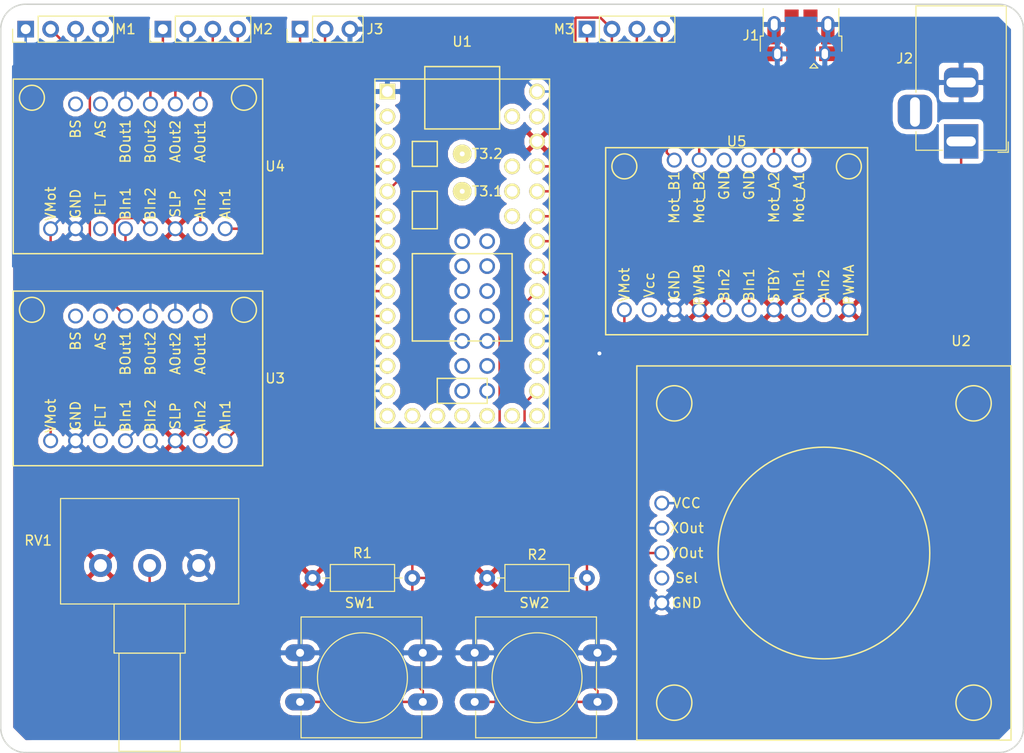
<source format=kicad_pcb>
(kicad_pcb (version 20171130) (host pcbnew "(5.0.0)")

  (general
    (thickness 1.6)
    (drawings 8)
    (tracks 197)
    (zones 0)
    (modules 16)
    (nets 79)
  )

  (page A4)
  (layers
    (0 F.Cu signal)
    (31 B.Cu signal)
    (32 B.Adhes user)
    (33 F.Adhes user)
    (34 B.Paste user)
    (35 F.Paste user)
    (36 B.SilkS user)
    (37 F.SilkS user)
    (38 B.Mask user)
    (39 F.Mask user)
    (40 Dwgs.User user)
    (41 Cmts.User user)
    (42 Eco1.User user hide)
    (43 Eco2.User user hide)
    (44 Edge.Cuts user)
    (45 Margin user)
    (46 B.CrtYd user)
    (47 F.CrtYd user)
    (48 B.Fab user)
    (49 F.Fab user)
  )

  (setup
    (last_trace_width 0.25)
    (trace_clearance 0.2)
    (zone_clearance 0.508)
    (zone_45_only no)
    (trace_min 0.2)
    (segment_width 0.2)
    (edge_width 0.15)
    (via_size 0.8)
    (via_drill 0.4)
    (via_min_size 0.4)
    (via_min_drill 0.3)
    (uvia_size 0.3)
    (uvia_drill 0.1)
    (uvias_allowed no)
    (uvia_min_size 0.2)
    (uvia_min_drill 0.1)
    (pcb_text_width 0.3)
    (pcb_text_size 1.5 1.5)
    (mod_edge_width 0.15)
    (mod_text_size 1 1)
    (mod_text_width 0.15)
    (pad_size 1.524 1.524)
    (pad_drill 0.762)
    (pad_to_mask_clearance 0.2)
    (aux_axis_origin 0 0)
    (visible_elements 7FFFFFFF)
    (pcbplotparams
      (layerselection 0x010fc_ffffffff)
      (usegerberextensions false)
      (usegerberattributes false)
      (usegerberadvancedattributes false)
      (creategerberjobfile false)
      (excludeedgelayer true)
      (linewidth 0.100000)
      (plotframeref false)
      (viasonmask false)
      (mode 1)
      (useauxorigin false)
      (hpglpennumber 1)
      (hpglpenspeed 20)
      (hpglpendiameter 15.000000)
      (psnegative false)
      (psa4output false)
      (plotreference true)
      (plotvalue true)
      (plotinvisibletext false)
      (padsonsilk false)
      (subtractmaskfromsilk false)
      (outputformat 4)
      (mirror false)
      (drillshape 0)
      (scaleselection 1)
      (outputdirectory "../"))
  )

  (net 0 "")
  (net 1 GND)
  (net 2 5V_bus)
  (net 3 "Net-(J1-Pad2)")
  (net 4 "Net-(J1-Pad3)")
  (net 5 "Net-(J1-Pad4)")
  (net 6 12V_bus)
  (net 7 "Net-(M1-Pad1)")
  (net 8 "Net-(M1-Pad2)")
  (net 9 "Net-(M1-Pad3)")
  (net 10 "Net-(M2-Pad3)")
  (net 11 "Net-(M2-Pad2)")
  (net 12 "Net-(M2-Pad1)")
  (net 13 "Net-(M3-Pad1)")
  (net 14 "Net-(M3-Pad2)")
  (net 15 "Net-(M3-Pad3)")
  (net 16 3V_bus)
  (net 17 Push_A)
  (net 18 Push_B)
  (net 19 "Net-(RV1-Pad2)")
  (net 20 "Net-(U1-Pad18)")
  (net 21 "Net-(U1-Pad19)")
  (net 22 "Net-(U1-Pad20)")
  (net 23 "Net-(U1-Pad16)")
  (net 24 "Net-(U1-Pad15)")
  (net 25 "Net-(U1-Pad14)")
  (net 26 "Net-(U1-Pad22)")
  (net 27 Joy_X)
  (net 28 Joy_Y)
  (net 29 MotZ_BIn2)
  (net 30 MotZ_BIn1)
  (net 31 MotZ_AIn1)
  (net 32 MotZ_AIn2)
  (net 33 "Net-(U1-Pad32)")
  (net 34 "Net-(U1-Pad34)")
  (net 35 "Net-(U1-Pad35)")
  (net 36 "Net-(U1-Pad36)")
  (net 37 "Net-(U1-Pad37)")
  (net 38 MotX_BIn2)
  (net 39 MotX_BIn1)
  (net 40 MotX_AIn1)
  (net 41 MotX_AIn2)
  (net 42 MotY_BIn2)
  (net 43 MotY_BIn1)
  (net 44 MotY_AIn1)
  (net 45 MotY_AIn2)
  (net 46 LED2)
  (net 47 LED1)
  (net 48 "Net-(U1-Pad3)")
  (net 49 "Net-(U1-Pad2)")
  (net 50 "Net-(U1-Pad38)")
  (net 51 "Net-(U1-Pad40)")
  (net 52 "Net-(U1-Pad41)")
  (net 53 "Net-(U1-Pad42)")
  (net 54 "Net-(U1-Pad43)")
  (net 55 "Net-(U1-Pad44)")
  (net 56 "Net-(U1-Pad45)")
  (net 57 "Net-(U1-Pad46)")
  (net 58 "Net-(U1-Pad47)")
  (net 59 "Net-(U1-Pad48)")
  (net 60 "Net-(U1-Pad49)")
  (net 61 "Net-(U1-Pad50)")
  (net 62 "Net-(U1-Pad51)")
  (net 63 "Net-(U1-Pad52)")
  (net 64 "Net-(U2-Pad4)")
  (net 65 "Net-(U3-Pad3)")
  (net 66 "Net-(M1-Pad4)")
  (net 67 "Net-(U3-Pad13)")
  (net 68 "Net-(U3-Pad14)")
  (net 69 "Net-(U4-Pad14)")
  (net 70 "Net-(U4-Pad13)")
  (net 71 "Net-(M2-Pad4)")
  (net 72 "Net-(U4-Pad3)")
  (net 73 "Net-(U5-Pad2)")
  (net 74 "Net-(M3-Pad4)")
  (net 75 "Net-(U5-Pad13)")
  (net 76 "Net-(U5-Pad14)")
  (net 77 "Net-(U1-Pad39)")
  (net 78 "Net-(U1-Pad17)")

  (net_class Default "Esta es la clase de red por defecto."
    (clearance 0.2)
    (trace_width 0.25)
    (via_dia 0.8)
    (via_drill 0.4)
    (uvia_dia 0.3)
    (uvia_drill 0.1)
    (add_net 12V_bus)
    (add_net 3V_bus)
    (add_net 5V_bus)
    (add_net GND)
    (add_net Joy_X)
    (add_net Joy_Y)
    (add_net LED1)
    (add_net LED2)
    (add_net MotX_AIn1)
    (add_net MotX_AIn2)
    (add_net MotX_BIn1)
    (add_net MotX_BIn2)
    (add_net MotY_AIn1)
    (add_net MotY_AIn2)
    (add_net MotY_BIn1)
    (add_net MotY_BIn2)
    (add_net MotZ_AIn1)
    (add_net MotZ_AIn2)
    (add_net MotZ_BIn1)
    (add_net MotZ_BIn2)
    (add_net "Net-(J1-Pad2)")
    (add_net "Net-(J1-Pad3)")
    (add_net "Net-(J1-Pad4)")
    (add_net "Net-(M1-Pad1)")
    (add_net "Net-(M1-Pad2)")
    (add_net "Net-(M1-Pad3)")
    (add_net "Net-(M1-Pad4)")
    (add_net "Net-(M2-Pad1)")
    (add_net "Net-(M2-Pad2)")
    (add_net "Net-(M2-Pad3)")
    (add_net "Net-(M2-Pad4)")
    (add_net "Net-(M3-Pad1)")
    (add_net "Net-(M3-Pad2)")
    (add_net "Net-(M3-Pad3)")
    (add_net "Net-(M3-Pad4)")
    (add_net "Net-(RV1-Pad2)")
    (add_net "Net-(U1-Pad14)")
    (add_net "Net-(U1-Pad15)")
    (add_net "Net-(U1-Pad16)")
    (add_net "Net-(U1-Pad17)")
    (add_net "Net-(U1-Pad18)")
    (add_net "Net-(U1-Pad19)")
    (add_net "Net-(U1-Pad2)")
    (add_net "Net-(U1-Pad20)")
    (add_net "Net-(U1-Pad22)")
    (add_net "Net-(U1-Pad3)")
    (add_net "Net-(U1-Pad32)")
    (add_net "Net-(U1-Pad34)")
    (add_net "Net-(U1-Pad35)")
    (add_net "Net-(U1-Pad36)")
    (add_net "Net-(U1-Pad37)")
    (add_net "Net-(U1-Pad38)")
    (add_net "Net-(U1-Pad39)")
    (add_net "Net-(U1-Pad40)")
    (add_net "Net-(U1-Pad41)")
    (add_net "Net-(U1-Pad42)")
    (add_net "Net-(U1-Pad43)")
    (add_net "Net-(U1-Pad44)")
    (add_net "Net-(U1-Pad45)")
    (add_net "Net-(U1-Pad46)")
    (add_net "Net-(U1-Pad47)")
    (add_net "Net-(U1-Pad48)")
    (add_net "Net-(U1-Pad49)")
    (add_net "Net-(U1-Pad50)")
    (add_net "Net-(U1-Pad51)")
    (add_net "Net-(U1-Pad52)")
    (add_net "Net-(U2-Pad4)")
    (add_net "Net-(U3-Pad13)")
    (add_net "Net-(U3-Pad14)")
    (add_net "Net-(U3-Pad3)")
    (add_net "Net-(U4-Pad13)")
    (add_net "Net-(U4-Pad14)")
    (add_net "Net-(U4-Pad3)")
    (add_net "Net-(U5-Pad13)")
    (add_net "Net-(U5-Pad14)")
    (add_net "Net-(U5-Pad2)")
    (add_net Push_A)
    (add_net Push_B)
  )

  (module Connector_USB:USB_Micro-B_Amphenol_10103594-0001LF_Horizontal (layer F.Cu) (tedit 5A1DC0BD) (tstamp 5C4588A2)
    (at 189.415 79.375 180)
    (descr "Micro USB Type B 10103594-0001LF, http://cdn.amphenol-icc.com/media/wysiwyg/files/drawing/10103594.pdf")
    (tags "USB USB_B USB_micro USB_OTG")
    (path /5C2CA140)
    (attr smd)
    (fp_text reference J1 (at 5.08 0 180) (layer F.SilkS)
      (effects (font (size 1 1) (thickness 0.15)))
    )
    (fp_text value USB_B_Micro (at 0 -3.81 180) (layer F.Fab)
      (effects (font (size 1 1) (thickness 0.15)))
    )
    (fp_line (start 4.14 3.58) (end -4.13 3.58) (layer F.CrtYd) (width 0.05))
    (fp_line (start 4.14 3.58) (end 4.14 -2.88) (layer F.CrtYd) (width 0.05))
    (fp_line (start -4.13 -2.88) (end -4.13 3.58) (layer F.CrtYd) (width 0.05))
    (fp_line (start -4.13 -2.88) (end 4.14 -2.88) (layer F.CrtYd) (width 0.05))
    (fp_line (start -4.025 2.835) (end 3.975 2.835) (layer Dwgs.User) (width 0.1))
    (fp_line (start -3.775 3.335) (end -3.775 -0.865) (layer F.Fab) (width 0.12))
    (fp_line (start -2.975 -1.615) (end 3.725 -1.615) (layer F.Fab) (width 0.12))
    (fp_line (start 3.725 -1.615) (end 3.725 3.335) (layer F.Fab) (width 0.12))
    (fp_line (start 3.725 3.335) (end -3.775 3.335) (layer F.Fab) (width 0.12))
    (fp_line (start -3.775 -0.865) (end -2.975 -1.615) (layer F.Fab) (width 0.12))
    (fp_line (start -1.325 -2.865) (end -1.725 -3.315) (layer F.SilkS) (width 0.12))
    (fp_line (start -1.725 -3.315) (end -0.925 -3.315) (layer F.SilkS) (width 0.12))
    (fp_line (start -0.925 -3.315) (end -1.325 -2.865) (layer F.SilkS) (width 0.12))
    (fp_line (start 3.825 2.735) (end 3.825 -0.065) (layer F.SilkS) (width 0.12))
    (fp_line (start 3.825 -0.065) (end 4.125 -0.065) (layer F.SilkS) (width 0.12))
    (fp_line (start 4.125 -0.065) (end 4.125 -1.615) (layer F.SilkS) (width 0.12))
    (fp_line (start -3.875 2.735) (end -3.875 -0.065) (layer F.SilkS) (width 0.12))
    (fp_line (start -4.175 -0.065) (end -3.875 -0.065) (layer F.SilkS) (width 0.12))
    (fp_line (start -4.175 -0.065) (end -4.175 -1.615) (layer F.SilkS) (width 0.12))
    (fp_text user %R (at -0.025 -0.015 180) (layer F.Fab)
      (effects (font (size 1 1) (thickness 0.15)))
    )
    (fp_text user "PCB edge" (at -0.025 2.235 180) (layer Dwgs.User)
      (effects (font (size 0.5 0.5) (thickness 0.075)))
    )
    (pad 6 smd rect (at 0.935 1.385 270) (size 2.5 1.43) (layers F.Cu F.Paste F.Mask)
      (net 1 GND))
    (pad 6 smd rect (at -0.985 1.385 270) (size 2.5 1.43) (layers F.Cu F.Paste F.Mask)
      (net 1 GND))
    (pad 6 thru_hole oval (at 2.705 1.115 270) (size 1.7 1.35) (drill oval 1.2 0.7) (layers *.Cu *.Mask)
      (net 1 GND))
    (pad 6 thru_hole oval (at -2.755 1.115 270) (size 1.7 1.35) (drill oval 1.2 0.7) (layers *.Cu *.Mask)
      (net 1 GND))
    (pad 6 thru_hole oval (at 2.395 -1.885 270) (size 1.5 1.1) (drill oval 1.05 0.65) (layers *.Cu *.Mask)
      (net 1 GND))
    (pad 6 thru_hole oval (at -2.445 -1.885 270) (size 1.5 1.1) (drill oval 1.05 0.65) (layers *.Cu *.Mask)
      (net 1 GND))
    (pad 5 smd rect (at 1.275 -1.765 270) (size 1.65 0.4) (layers F.Cu F.Paste F.Mask)
      (net 1 GND))
    (pad 4 smd rect (at 0.625 -1.765 270) (size 1.65 0.4) (layers F.Cu F.Paste F.Mask)
      (net 5 "Net-(J1-Pad4)"))
    (pad 3 smd rect (at -0.025 -1.765 270) (size 1.65 0.4) (layers F.Cu F.Paste F.Mask)
      (net 4 "Net-(J1-Pad3)"))
    (pad 2 smd rect (at -0.675 -1.765 270) (size 1.65 0.4) (layers F.Cu F.Paste F.Mask)
      (net 3 "Net-(J1-Pad2)"))
    (pad 1 smd rect (at -1.325 -1.765 270) (size 1.65 0.4) (layers F.Cu F.Paste F.Mask)
      (net 2 5V_bus))
    (pad 6 smd rect (at 2.875 -1.885 180) (size 2 1.5) (layers F.Cu F.Paste F.Mask)
      (net 1 GND))
    (pad 6 smd rect (at -2.875 -1.865 180) (size 2 1.5) (layers F.Cu F.Paste F.Mask)
      (net 1 GND))
    (pad 6 smd rect (at 2.975 -0.565 180) (size 1.825 0.7) (layers F.Cu F.Paste F.Mask)
      (net 1 GND))
    (pad 6 smd rect (at -2.975 -0.565 180) (size 1.825 0.7) (layers F.Cu F.Paste F.Mask)
      (net 1 GND))
    (pad 6 smd rect (at -2.755 0.185 180) (size 1.35 2) (layers F.Cu F.Paste F.Mask)
      (net 1 GND))
    (pad 6 smd rect (at 2.725 0.185 180) (size 1.35 2) (layers F.Cu F.Paste F.Mask)
      (net 1 GND))
    (model ${KISYS3DMOD}/Connector_USB.3dshapes/USB_Micro-B_Amphenol_10103594-0001LF_Horizontal.wrl
      (at (xyz 0 0 0))
      (scale (xyz 1 1 1))
      (rotate (xyz 0 0 0))
    )
  )

  (module Connector_BarrelJack:BarrelJack_Horizontal (layer F.Cu) (tedit 5A1DBF6A) (tstamp 5C457178)
    (at 205.74 90.17 270)
    (descr "DC Barrel Jack")
    (tags "Power Jack")
    (path /5C2DC0F7)
    (fp_text reference J2 (at -8.45 5.75) (layer F.SilkS)
      (effects (font (size 1 1) (thickness 0.15)))
    )
    (fp_text value Jack-DC (at 2.54 1.27) (layer F.Fab)
      (effects (font (size 1 1) (thickness 0.15)))
    )
    (fp_line (start 0 -4.5) (end -13.7 -4.5) (layer F.Fab) (width 0.1))
    (fp_line (start 0.8 4.5) (end 0.8 -3.75) (layer F.Fab) (width 0.1))
    (fp_line (start -13.7 4.5) (end 0.8 4.5) (layer F.Fab) (width 0.1))
    (fp_line (start -13.7 -4.5) (end -13.7 4.5) (layer F.Fab) (width 0.1))
    (fp_line (start -10.2 -4.5) (end -10.2 4.5) (layer F.Fab) (width 0.1))
    (fp_line (start 0.9 -4.6) (end 0.9 -2) (layer F.SilkS) (width 0.12))
    (fp_line (start -13.8 -4.6) (end 0.9 -4.6) (layer F.SilkS) (width 0.12))
    (fp_line (start 0.9 4.6) (end -1 4.6) (layer F.SilkS) (width 0.12))
    (fp_line (start 0.9 1.9) (end 0.9 4.6) (layer F.SilkS) (width 0.12))
    (fp_line (start -13.8 4.6) (end -13.8 -4.6) (layer F.SilkS) (width 0.12))
    (fp_line (start -5 4.6) (end -13.8 4.6) (layer F.SilkS) (width 0.12))
    (fp_line (start -14 4.75) (end -14 -4.75) (layer F.CrtYd) (width 0.05))
    (fp_line (start -5 4.75) (end -14 4.75) (layer F.CrtYd) (width 0.05))
    (fp_line (start -5 6.75) (end -5 4.75) (layer F.CrtYd) (width 0.05))
    (fp_line (start -1 6.75) (end -5 6.75) (layer F.CrtYd) (width 0.05))
    (fp_line (start -1 4.75) (end -1 6.75) (layer F.CrtYd) (width 0.05))
    (fp_line (start 1 4.75) (end -1 4.75) (layer F.CrtYd) (width 0.05))
    (fp_line (start 1 2) (end 1 4.75) (layer F.CrtYd) (width 0.05))
    (fp_line (start 2 2) (end 1 2) (layer F.CrtYd) (width 0.05))
    (fp_line (start 2 -2) (end 2 2) (layer F.CrtYd) (width 0.05))
    (fp_line (start 1 -2) (end 2 -2) (layer F.CrtYd) (width 0.05))
    (fp_line (start 1 -4.5) (end 1 -2) (layer F.CrtYd) (width 0.05))
    (fp_line (start 1 -4.75) (end -14 -4.75) (layer F.CrtYd) (width 0.05))
    (fp_line (start 1 -4.5) (end 1 -4.75) (layer F.CrtYd) (width 0.05))
    (fp_line (start 0.05 -4.8) (end 1.1 -4.8) (layer F.SilkS) (width 0.12))
    (fp_line (start 1.1 -3.75) (end 1.1 -4.8) (layer F.SilkS) (width 0.12))
    (fp_line (start -0.003213 -4.505425) (end 0.8 -3.75) (layer F.Fab) (width 0.1))
    (fp_text user %R (at -3 -2.95 270) (layer F.Fab)
      (effects (font (size 1 1) (thickness 0.15)))
    )
    (pad 3 thru_hole roundrect (at -3 4.7 270) (size 3.5 3.5) (drill oval 3 1) (layers *.Cu *.Mask) (roundrect_rratio 0.25))
    (pad 2 thru_hole roundrect (at -6 0 270) (size 3 3.5) (drill oval 1 3) (layers *.Cu *.Mask) (roundrect_rratio 0.25)
      (net 1 GND))
    (pad 1 thru_hole rect (at 0 0 270) (size 3.5 3.5) (drill oval 1 3) (layers *.Cu *.Mask)
      (net 6 12V_bus))
    (model ${KISYS3DMOD}/Connector_BarrelJack.3dshapes/BarrelJack_Horizontal.wrl
      (at (xyz 0 0 0))
      (scale (xyz 1 1 1))
      (rotate (xyz 0 0 0))
    )
  )

  (module Connector_PinHeader_2.54mm:PinHeader_1x04_P2.54mm_Vertical (layer F.Cu) (tedit 59FED5CC) (tstamp 5C457190)
    (at 110.49 78.74 90)
    (descr "Through hole straight pin header, 1x04, 2.54mm pitch, single row")
    (tags "Through hole pin header THT 1x04 2.54mm single row")
    (path /5C299C4C)
    (fp_text reference M1 (at 0 10.16 180) (layer F.SilkS)
      (effects (font (size 1 1) (thickness 0.15)))
    )
    (fp_text value MiniStepper_X (at -2.54 3.81 180) (layer F.Fab)
      (effects (font (size 1 1) (thickness 0.15)))
    )
    (fp_text user %R (at 0 3.81 180) (layer F.Fab)
      (effects (font (size 1 1) (thickness 0.15)))
    )
    (fp_line (start 1.8 -1.8) (end -1.8 -1.8) (layer F.CrtYd) (width 0.05))
    (fp_line (start 1.8 9.4) (end 1.8 -1.8) (layer F.CrtYd) (width 0.05))
    (fp_line (start -1.8 9.4) (end 1.8 9.4) (layer F.CrtYd) (width 0.05))
    (fp_line (start -1.8 -1.8) (end -1.8 9.4) (layer F.CrtYd) (width 0.05))
    (fp_line (start -1.33 -1.33) (end 0 -1.33) (layer F.SilkS) (width 0.12))
    (fp_line (start -1.33 0) (end -1.33 -1.33) (layer F.SilkS) (width 0.12))
    (fp_line (start -1.33 1.27) (end 1.33 1.27) (layer F.SilkS) (width 0.12))
    (fp_line (start 1.33 1.27) (end 1.33 8.95) (layer F.SilkS) (width 0.12))
    (fp_line (start -1.33 1.27) (end -1.33 8.95) (layer F.SilkS) (width 0.12))
    (fp_line (start -1.33 8.95) (end 1.33 8.95) (layer F.SilkS) (width 0.12))
    (fp_line (start -1.27 -0.635) (end -0.635 -1.27) (layer F.Fab) (width 0.1))
    (fp_line (start -1.27 8.89) (end -1.27 -0.635) (layer F.Fab) (width 0.1))
    (fp_line (start 1.27 8.89) (end -1.27 8.89) (layer F.Fab) (width 0.1))
    (fp_line (start 1.27 -1.27) (end 1.27 8.89) (layer F.Fab) (width 0.1))
    (fp_line (start -0.635 -1.27) (end 1.27 -1.27) (layer F.Fab) (width 0.1))
    (pad 4 thru_hole oval (at 0 7.62 90) (size 1.7 1.7) (drill 1) (layers *.Cu *.Mask)
      (net 66 "Net-(M1-Pad4)"))
    (pad 3 thru_hole oval (at 0 5.08 90) (size 1.7 1.7) (drill 1) (layers *.Cu *.Mask)
      (net 9 "Net-(M1-Pad3)"))
    (pad 2 thru_hole oval (at 0 2.54 90) (size 1.7 1.7) (drill 1) (layers *.Cu *.Mask)
      (net 8 "Net-(M1-Pad2)"))
    (pad 1 thru_hole rect (at 0 0 90) (size 1.7 1.7) (drill 1) (layers *.Cu *.Mask)
      (net 7 "Net-(M1-Pad1)"))
    (model ${KISYS3DMOD}/Connector_PinHeader_2.54mm.3dshapes/PinHeader_1x04_P2.54mm_Vertical.wrl
      (at (xyz 0 0 0))
      (scale (xyz 1 1 1))
      (rotate (xyz 0 0 0))
    )
  )

  (module Connector_PinHeader_2.54mm:PinHeader_1x04_P2.54mm_Vertical (layer F.Cu) (tedit 59FED5CC) (tstamp 5C4571A8)
    (at 124.46 78.74 90)
    (descr "Through hole straight pin header, 1x04, 2.54mm pitch, single row")
    (tags "Through hole pin header THT 1x04 2.54mm single row")
    (path /5C299C00)
    (fp_text reference M2 (at 0 10.16 180) (layer F.SilkS)
      (effects (font (size 1 1) (thickness 0.15)))
    )
    (fp_text value MiniStepper_Y (at -2.54 3.81 180) (layer F.Fab)
      (effects (font (size 1 1) (thickness 0.15)))
    )
    (fp_text user %R (at 0 3.81 180) (layer F.Fab)
      (effects (font (size 1 1) (thickness 0.15)))
    )
    (fp_line (start 1.8 -1.8) (end -1.8 -1.8) (layer F.CrtYd) (width 0.05))
    (fp_line (start 1.8 9.4) (end 1.8 -1.8) (layer F.CrtYd) (width 0.05))
    (fp_line (start -1.8 9.4) (end 1.8 9.4) (layer F.CrtYd) (width 0.05))
    (fp_line (start -1.8 -1.8) (end -1.8 9.4) (layer F.CrtYd) (width 0.05))
    (fp_line (start -1.33 -1.33) (end 0 -1.33) (layer F.SilkS) (width 0.12))
    (fp_line (start -1.33 0) (end -1.33 -1.33) (layer F.SilkS) (width 0.12))
    (fp_line (start -1.33 1.27) (end 1.33 1.27) (layer F.SilkS) (width 0.12))
    (fp_line (start 1.33 1.27) (end 1.33 8.95) (layer F.SilkS) (width 0.12))
    (fp_line (start -1.33 1.27) (end -1.33 8.95) (layer F.SilkS) (width 0.12))
    (fp_line (start -1.33 8.95) (end 1.33 8.95) (layer F.SilkS) (width 0.12))
    (fp_line (start -1.27 -0.635) (end -0.635 -1.27) (layer F.Fab) (width 0.1))
    (fp_line (start -1.27 8.89) (end -1.27 -0.635) (layer F.Fab) (width 0.1))
    (fp_line (start 1.27 8.89) (end -1.27 8.89) (layer F.Fab) (width 0.1))
    (fp_line (start 1.27 -1.27) (end 1.27 8.89) (layer F.Fab) (width 0.1))
    (fp_line (start -0.635 -1.27) (end 1.27 -1.27) (layer F.Fab) (width 0.1))
    (pad 4 thru_hole oval (at 0 7.62 90) (size 1.7 1.7) (drill 1) (layers *.Cu *.Mask)
      (net 71 "Net-(M2-Pad4)"))
    (pad 3 thru_hole oval (at 0 5.08 90) (size 1.7 1.7) (drill 1) (layers *.Cu *.Mask)
      (net 10 "Net-(M2-Pad3)"))
    (pad 2 thru_hole oval (at 0 2.54 90) (size 1.7 1.7) (drill 1) (layers *.Cu *.Mask)
      (net 11 "Net-(M2-Pad2)"))
    (pad 1 thru_hole rect (at 0 0 90) (size 1.7 1.7) (drill 1) (layers *.Cu *.Mask)
      (net 12 "Net-(M2-Pad1)"))
    (model ${KISYS3DMOD}/Connector_PinHeader_2.54mm.3dshapes/PinHeader_1x04_P2.54mm_Vertical.wrl
      (at (xyz 0 0 0))
      (scale (xyz 1 1 1))
      (rotate (xyz 0 0 0))
    )
  )

  (module Connector_PinHeader_2.54mm:PinHeader_1x04_P2.54mm_Vertical (layer F.Cu) (tedit 59FED5CC) (tstamp 5C4571C0)
    (at 167.64 78.74 90)
    (descr "Through hole straight pin header, 1x04, 2.54mm pitch, single row")
    (tags "Through hole pin header THT 1x04 2.54mm single row")
    (path /5C299B2B)
    (fp_text reference M3 (at 0 -2.33 180) (layer F.SilkS)
      (effects (font (size 1 1) (thickness 0.15)))
    )
    (fp_text value Stepper_Z (at -2.54 3.81 180) (layer F.Fab)
      (effects (font (size 1 1) (thickness 0.15)))
    )
    (fp_text user %R (at 0 3.81 180) (layer F.Fab)
      (effects (font (size 1 1) (thickness 0.15)))
    )
    (fp_line (start 1.8 -1.8) (end -1.8 -1.8) (layer F.CrtYd) (width 0.05))
    (fp_line (start 1.8 9.4) (end 1.8 -1.8) (layer F.CrtYd) (width 0.05))
    (fp_line (start -1.8 9.4) (end 1.8 9.4) (layer F.CrtYd) (width 0.05))
    (fp_line (start -1.8 -1.8) (end -1.8 9.4) (layer F.CrtYd) (width 0.05))
    (fp_line (start -1.33 -1.33) (end 0 -1.33) (layer F.SilkS) (width 0.12))
    (fp_line (start -1.33 0) (end -1.33 -1.33) (layer F.SilkS) (width 0.12))
    (fp_line (start -1.33 1.27) (end 1.33 1.27) (layer F.SilkS) (width 0.12))
    (fp_line (start 1.33 1.27) (end 1.33 8.95) (layer F.SilkS) (width 0.12))
    (fp_line (start -1.33 1.27) (end -1.33 8.95) (layer F.SilkS) (width 0.12))
    (fp_line (start -1.33 8.95) (end 1.33 8.95) (layer F.SilkS) (width 0.12))
    (fp_line (start -1.27 -0.635) (end -0.635 -1.27) (layer F.Fab) (width 0.1))
    (fp_line (start -1.27 8.89) (end -1.27 -0.635) (layer F.Fab) (width 0.1))
    (fp_line (start 1.27 8.89) (end -1.27 8.89) (layer F.Fab) (width 0.1))
    (fp_line (start 1.27 -1.27) (end 1.27 8.89) (layer F.Fab) (width 0.1))
    (fp_line (start -0.635 -1.27) (end 1.27 -1.27) (layer F.Fab) (width 0.1))
    (pad 4 thru_hole oval (at 0 7.62 90) (size 1.7 1.7) (drill 1) (layers *.Cu *.Mask)
      (net 74 "Net-(M3-Pad4)"))
    (pad 3 thru_hole oval (at 0 5.08 90) (size 1.7 1.7) (drill 1) (layers *.Cu *.Mask)
      (net 15 "Net-(M3-Pad3)"))
    (pad 2 thru_hole oval (at 0 2.54 90) (size 1.7 1.7) (drill 1) (layers *.Cu *.Mask)
      (net 14 "Net-(M3-Pad2)"))
    (pad 1 thru_hole rect (at 0 0 90) (size 1.7 1.7) (drill 1) (layers *.Cu *.Mask)
      (net 13 "Net-(M3-Pad1)"))
    (model ${KISYS3DMOD}/Connector_PinHeader_2.54mm.3dshapes/PinHeader_1x04_P2.54mm_Vertical.wrl
      (at (xyz 0 0 0))
      (scale (xyz 1 1 1))
      (rotate (xyz 0 0 0))
    )
  )

  (module Potentiometer_THT:Potentiometer_Alps_RK163_Single_Horizontal (layer F.Cu) (tedit 5A3D4993) (tstamp 5C457234)
    (at 118.11 133.35 270)
    (descr "Potentiometer, horizontal, Alps RK163 Single, http://www.alps.com/prod/info/E/HTML/Potentiometer/RotaryPotentiometers/RK16/RK16_list.html")
    (tags "Potentiometer horizontal Alps RK163 Single")
    (path /5C297D47)
    (fp_text reference RV1 (at -2.54 6.35) (layer F.SilkS)
      (effects (font (size 1 1) (thickness 0.15)))
    )
    (fp_text value 10K (at -1.27 6.35) (layer F.Fab)
      (effects (font (size 1 1) (thickness 0.15)))
    )
    (fp_text user %R (at -1.45 -5 270) (layer F.Fab)
      (effects (font (size 1 1) (thickness 0.15)))
    )
    (fp_line (start 19.05 -14.2) (end -6.95 -14.2) (layer F.CrtYd) (width 0.05))
    (fp_line (start 19.05 4.2) (end 19.05 -14.2) (layer F.CrtYd) (width 0.05))
    (fp_line (start -6.95 4.2) (end 19.05 4.2) (layer F.CrtYd) (width 0.05))
    (fp_line (start -6.95 -14.2) (end -6.95 4.2) (layer F.CrtYd) (width 0.05))
    (fp_line (start 18.92 -8.12) (end 18.92 -1.879) (layer F.SilkS) (width 0.12))
    (fp_line (start 8.92 -8.12) (end 8.92 -1.879) (layer F.SilkS) (width 0.12))
    (fp_line (start 8.92 -1.879) (end 18.92 -1.879) (layer F.SilkS) (width 0.12))
    (fp_line (start 8.92 -8.12) (end 18.92 -8.12) (layer F.SilkS) (width 0.12))
    (fp_line (start 8.92 -8.62) (end 8.92 -1.38) (layer F.SilkS) (width 0.12))
    (fp_line (start 3.92 -8.62) (end 3.92 -1.38) (layer F.SilkS) (width 0.12))
    (fp_line (start 3.92 -1.38) (end 8.92 -1.38) (layer F.SilkS) (width 0.12))
    (fp_line (start 3.92 -8.62) (end 8.92 -8.62) (layer F.SilkS) (width 0.12))
    (fp_line (start 3.92 -14.07) (end 3.92 4.07) (layer F.SilkS) (width 0.12))
    (fp_line (start -6.82 -14.07) (end -6.82 4.07) (layer F.SilkS) (width 0.12))
    (fp_line (start -6.82 4.07) (end 3.92 4.07) (layer F.SilkS) (width 0.12))
    (fp_line (start -6.82 -14.07) (end 3.92 -14.07) (layer F.SilkS) (width 0.12))
    (fp_line (start 18.8 -8) (end 8.8 -8) (layer F.Fab) (width 0.1))
    (fp_line (start 18.8 -2) (end 18.8 -8) (layer F.Fab) (width 0.1))
    (fp_line (start 8.8 -2) (end 18.8 -2) (layer F.Fab) (width 0.1))
    (fp_line (start 8.8 -8) (end 8.8 -2) (layer F.Fab) (width 0.1))
    (fp_line (start 8.8 -8.5) (end 3.8 -8.5) (layer F.Fab) (width 0.1))
    (fp_line (start 8.8 -1.5) (end 8.8 -8.5) (layer F.Fab) (width 0.1))
    (fp_line (start 3.8 -1.5) (end 8.8 -1.5) (layer F.Fab) (width 0.1))
    (fp_line (start 3.8 -8.5) (end 3.8 -1.5) (layer F.Fab) (width 0.1))
    (fp_line (start 3.8 -13.95) (end -6.7 -13.95) (layer F.Fab) (width 0.1))
    (fp_line (start 3.8 3.95) (end 3.8 -13.95) (layer F.Fab) (width 0.1))
    (fp_line (start -6.7 3.95) (end 3.8 3.95) (layer F.Fab) (width 0.1))
    (fp_line (start -6.7 -13.95) (end -6.7 3.95) (layer F.Fab) (width 0.1))
    (pad 1 thru_hole circle (at 0 0 270) (size 2.34 2.34) (drill 1.3) (layers *.Cu *.Mask)
      (net 16 3V_bus))
    (pad 2 thru_hole circle (at 0 -5 270) (size 2.34 2.34) (drill 1.3) (layers *.Cu *.Mask)
      (net 19 "Net-(RV1-Pad2)"))
    (pad 3 thru_hole circle (at 0 -10 270) (size 2.34 2.34) (drill 1.3) (layers *.Cu *.Mask)
      (net 1 GND))
    (model ${KISYS3DMOD}/Potentiometer_THT.3dshapes/Potentiometer_Alps_RK163_Single_Horizontal.wrl
      (at (xyz 0 0 0))
      (scale (xyz 1 1 1))
      (rotate (xyz 0 0 0))
    )
  )

  (module Button_Switch_THT:SW_PUSH-12mm (layer F.Cu) (tedit 5A02FE31) (tstamp 5C45724E)
    (at 138.43 142.24)
    (descr "SW PUSH 12mm https://www.e-switch.com/system/asset/product_line/data_sheet/143/TL1100.pdf")
    (tags "tact sw push 12mm")
    (path /5C297A10)
    (fp_text reference SW1 (at 6.08 -5.08) (layer F.SilkS)
      (effects (font (size 1 1) (thickness 0.15)))
    )
    (fp_text value SWPush_A (at 6.62 8.89) (layer F.Fab)
      (effects (font (size 1 1) (thickness 0.15)))
    )
    (fp_line (start 12.4 -3.65) (end 12.4 -0.93) (layer F.SilkS) (width 0.12))
    (fp_line (start 12.4 5.93) (end 12.4 8.65) (layer F.SilkS) (width 0.12))
    (fp_line (start 0.1 4.07) (end 0.1 0.93) (layer F.SilkS) (width 0.12))
    (fp_line (start 0.1 8.65) (end 0.1 5.93) (layer F.SilkS) (width 0.12))
    (fp_line (start 0.25 -3.5) (end 0.25 8.5) (layer F.Fab) (width 0.1))
    (fp_circle (center 6.35 2.54) (end 10.16 5.08) (layer F.SilkS) (width 0.12))
    (fp_line (start 14.25 8.75) (end -1.77 8.75) (layer F.CrtYd) (width 0.05))
    (fp_line (start 14.25 8.75) (end 14.25 -3.75) (layer F.CrtYd) (width 0.05))
    (fp_line (start -1.77 -3.75) (end -1.77 8.75) (layer F.CrtYd) (width 0.05))
    (fp_line (start -1.77 -3.75) (end 14.25 -3.75) (layer F.CrtYd) (width 0.05))
    (fp_line (start 0.1 -0.93) (end 0.1 -3.65) (layer F.SilkS) (width 0.12))
    (fp_line (start 12.4 8.65) (end 0.1 8.65) (layer F.SilkS) (width 0.12))
    (fp_line (start 12.4 0.93) (end 12.4 4.07) (layer F.SilkS) (width 0.12))
    (fp_line (start 0.1 -3.65) (end 12.4 -3.65) (layer F.SilkS) (width 0.12))
    (fp_text user %R (at 6.35 2.54) (layer F.Fab)
      (effects (font (size 1 1) (thickness 0.15)))
    )
    (fp_line (start 12.25 -3.5) (end 12.25 8.5) (layer F.Fab) (width 0.1))
    (fp_line (start 0.25 -3.5) (end 12.25 -3.5) (layer F.Fab) (width 0.1))
    (fp_line (start 0.25 8.5) (end 12.25 8.5) (layer F.Fab) (width 0.1))
    (pad 2 thru_hole oval (at 0 5) (size 3.048 1.7272) (drill 0.8128) (layers *.Cu *.Mask)
      (net 17 Push_A))
    (pad 1 thru_hole oval (at 0 0) (size 3.048 1.7272) (drill 0.8128) (layers *.Cu *.Mask)
      (net 1 GND))
    (pad 2 thru_hole oval (at 12.5 5) (size 3.048 1.7272) (drill 0.8128) (layers *.Cu *.Mask)
      (net 17 Push_A))
    (pad 1 thru_hole oval (at 12.5 0) (size 3.048 1.7272) (drill 0.8128) (layers *.Cu *.Mask)
      (net 1 GND))
    (model ${KISYS3DMOD}/Button_Switch_THT.3dshapes/SW_PUSH-12mm.wrl
      (at (xyz 0 0 0))
      (scale (xyz 1 1 1))
      (rotate (xyz 0 0 0))
    )
  )

  (module Button_Switch_THT:SW_PUSH-12mm (layer F.Cu) (tedit 5A02FE31) (tstamp 5C457268)
    (at 156.21 142.24)
    (descr "SW PUSH 12mm https://www.e-switch.com/system/asset/product_line/data_sheet/143/TL1100.pdf")
    (tags "tact sw push 12mm")
    (path /5C297B61)
    (fp_text reference SW2 (at 6.08 -5.08) (layer F.SilkS)
      (effects (font (size 1 1) (thickness 0.15)))
    )
    (fp_text value SWPush_B (at 6.35 8.89) (layer F.Fab)
      (effects (font (size 1 1) (thickness 0.15)))
    )
    (fp_line (start 12.4 -3.65) (end 12.4 -0.93) (layer F.SilkS) (width 0.12))
    (fp_line (start 12.4 5.93) (end 12.4 8.65) (layer F.SilkS) (width 0.12))
    (fp_line (start 0.1 4.07) (end 0.1 0.93) (layer F.SilkS) (width 0.12))
    (fp_line (start 0.1 8.65) (end 0.1 5.93) (layer F.SilkS) (width 0.12))
    (fp_line (start 0.25 -3.5) (end 0.25 8.5) (layer F.Fab) (width 0.1))
    (fp_circle (center 6.35 2.54) (end 10.16 5.08) (layer F.SilkS) (width 0.12))
    (fp_line (start 14.25 8.75) (end -1.77 8.75) (layer F.CrtYd) (width 0.05))
    (fp_line (start 14.25 8.75) (end 14.25 -3.75) (layer F.CrtYd) (width 0.05))
    (fp_line (start -1.77 -3.75) (end -1.77 8.75) (layer F.CrtYd) (width 0.05))
    (fp_line (start -1.77 -3.75) (end 14.25 -3.75) (layer F.CrtYd) (width 0.05))
    (fp_line (start 0.1 -0.93) (end 0.1 -3.65) (layer F.SilkS) (width 0.12))
    (fp_line (start 12.4 8.65) (end 0.1 8.65) (layer F.SilkS) (width 0.12))
    (fp_line (start 12.4 0.93) (end 12.4 4.07) (layer F.SilkS) (width 0.12))
    (fp_line (start 0.1 -3.65) (end 12.4 -3.65) (layer F.SilkS) (width 0.12))
    (fp_text user %R (at 6.35 2.54) (layer F.Fab)
      (effects (font (size 1 1) (thickness 0.15)))
    )
    (fp_line (start 12.25 -3.5) (end 12.25 8.5) (layer F.Fab) (width 0.1))
    (fp_line (start 0.25 -3.5) (end 12.25 -3.5) (layer F.Fab) (width 0.1))
    (fp_line (start 0.25 8.5) (end 12.25 8.5) (layer F.Fab) (width 0.1))
    (pad 2 thru_hole oval (at 0 5) (size 3.048 1.7272) (drill 0.8128) (layers *.Cu *.Mask)
      (net 18 Push_B))
    (pad 1 thru_hole oval (at 0 0) (size 3.048 1.7272) (drill 0.8128) (layers *.Cu *.Mask)
      (net 1 GND))
    (pad 2 thru_hole oval (at 12.5 5) (size 3.048 1.7272) (drill 0.8128) (layers *.Cu *.Mask)
      (net 18 Push_B))
    (pad 1 thru_hole oval (at 12.5 0) (size 3.048 1.7272) (drill 0.8128) (layers *.Cu *.Mask)
      (net 1 GND))
    (model ${KISYS3DMOD}/Button_Switch_THT.3dshapes/SW_PUSH-12mm.wrl
      (at (xyz 0 0 0))
      (scale (xyz 1 1 1))
      (rotate (xyz 0 0 0))
    )
  )

  (module teensy:Teensy30_31_32_LC (layer F.Cu) (tedit 5A29202F) (tstamp 5C4572BD)
    (at 154.94 101.6 270)
    (path /5C28F1BC)
    (fp_text reference U1 (at -21.59 0) (layer F.SilkS)
      (effects (font (size 1 1) (thickness 0.15)))
    )
    (fp_text value Teensy3.2 (at -20.32 0) (layer F.Fab)
      (effects (font (size 1 1) (thickness 0.15)))
    )
    (fp_line (start -17.78 8.89) (end -17.78 -8.89) (layer F.SilkS) (width 0.15))
    (fp_line (start 17.78 8.89) (end -17.78 8.89) (layer F.SilkS) (width 0.15))
    (fp_line (start 17.78 -8.89) (end 17.78 8.89) (layer F.SilkS) (width 0.15))
    (fp_line (start -17.78 -8.89) (end 17.78 -8.89) (layer F.SilkS) (width 0.15))
    (fp_line (start 8.89 5.08) (end 0 5.08) (layer F.SilkS) (width 0.15))
    (fp_line (start 8.89 -5.08) (end 0 -5.08) (layer F.SilkS) (width 0.15))
    (fp_line (start 0 -5.08) (end 0 5.08) (layer F.SilkS) (width 0.15))
    (fp_line (start 8.89 5.08) (end 8.89 -5.08) (layer F.SilkS) (width 0.15))
    (fp_line (start 12.7 -2.54) (end 15.24 -2.54) (layer F.SilkS) (width 0.15))
    (fp_line (start 12.7 2.54) (end 12.7 -2.54) (layer F.SilkS) (width 0.15))
    (fp_line (start 15.24 2.54) (end 12.7 2.54) (layer F.SilkS) (width 0.15))
    (fp_line (start 15.24 -2.54) (end 15.24 2.54) (layer F.SilkS) (width 0.15))
    (fp_line (start -11.43 2.54) (end -11.43 5.08) (layer F.SilkS) (width 0.15))
    (fp_line (start -8.89 2.54) (end -11.43 2.54) (layer F.SilkS) (width 0.15))
    (fp_line (start -8.89 5.08) (end -8.89 2.54) (layer F.SilkS) (width 0.15))
    (fp_line (start -11.43 5.08) (end -8.89 5.08) (layer F.SilkS) (width 0.15))
    (fp_line (start -12.7 3.81) (end -17.78 3.81) (layer F.SilkS) (width 0.15))
    (fp_line (start -12.7 -3.81) (end -17.78 -3.81) (layer F.SilkS) (width 0.15))
    (fp_line (start -12.7 3.81) (end -12.7 -3.81) (layer F.SilkS) (width 0.15))
    (fp_line (start -6.35 2.54) (end -6.35 5.08) (layer F.SilkS) (width 0.15))
    (fp_line (start -2.54 2.54) (end -6.35 2.54) (layer F.SilkS) (width 0.15))
    (fp_line (start -2.54 5.08) (end -2.54 2.54) (layer F.SilkS) (width 0.15))
    (fp_line (start -6.35 5.08) (end -2.54 5.08) (layer F.SilkS) (width 0.15))
    (fp_line (start -19.05 -3.81) (end -17.78 -3.81) (layer F.SilkS) (width 0.15))
    (fp_line (start -19.05 3.81) (end -19.05 -3.81) (layer F.SilkS) (width 0.15))
    (fp_line (start -17.78 3.81) (end -19.05 3.81) (layer F.SilkS) (width 0.15))
    (fp_text user T3.1 (at -6.35 -2.54) (layer F.SilkS)
      (effects (font (size 1 1) (thickness 0.15)))
    )
    (fp_text user T3.2 (at -10.16 -2.54) (layer F.SilkS)
      (effects (font (size 1 1) (thickness 0.15)))
    )
    (pad 52 thru_hole circle (at -10.16 0 270) (size 1.9 1.9) (drill 0.5) (layers *.Cu *.Mask F.SilkS)
      (net 63 "Net-(U1-Pad52)"))
    (pad 52 thru_hole circle (at -6.35 0 270) (size 1.9 1.9) (drill 0.5) (layers *.Cu *.Mask F.SilkS)
      (net 63 "Net-(U1-Pad52)"))
    (pad 51 thru_hole circle (at -1.27 -2.54 270) (size 1.6 1.6) (drill 1.1) (layers *.Cu *.Mask)
      (net 62 "Net-(U1-Pad51)"))
    (pad 50 thru_hole circle (at 1.27 -2.54 270) (size 1.6 1.6) (drill 1.1) (layers *.Cu *.Mask)
      (net 61 "Net-(U1-Pad50)"))
    (pad 49 thru_hole circle (at 3.81 -2.54 270) (size 1.6 1.6) (drill 1.1) (layers *.Cu *.Mask)
      (net 60 "Net-(U1-Pad49)"))
    (pad 48 thru_hole circle (at 6.35 -2.54 270) (size 1.6 1.6) (drill 1.1) (layers *.Cu *.Mask)
      (net 59 "Net-(U1-Pad48)"))
    (pad 47 thru_hole circle (at 8.89 -2.54 270) (size 1.6 1.6) (drill 1.1) (layers *.Cu *.Mask)
      (net 58 "Net-(U1-Pad47)"))
    (pad 46 thru_hole circle (at 11.43 -2.54 270) (size 1.6 1.6) (drill 1.1) (layers *.Cu *.Mask)
      (net 57 "Net-(U1-Pad46)"))
    (pad 45 thru_hole circle (at 13.97 -2.54 270) (size 1.6 1.6) (drill 1.1) (layers *.Cu *.Mask)
      (net 56 "Net-(U1-Pad45)"))
    (pad 44 thru_hole circle (at 13.97 0 270) (size 1.6 1.6) (drill 1.1) (layers *.Cu *.Mask)
      (net 55 "Net-(U1-Pad44)"))
    (pad 43 thru_hole circle (at 11.43 0 270) (size 1.6 1.6) (drill 1.1) (layers *.Cu *.Mask)
      (net 54 "Net-(U1-Pad43)"))
    (pad 42 thru_hole circle (at 8.89 0 270) (size 1.6 1.6) (drill 1.1) (layers *.Cu *.Mask)
      (net 53 "Net-(U1-Pad42)"))
    (pad 41 thru_hole circle (at 6.35 0 270) (size 1.6 1.6) (drill 1.1) (layers *.Cu *.Mask)
      (net 52 "Net-(U1-Pad41)"))
    (pad 40 thru_hole circle (at 3.81 0 270) (size 1.6 1.6) (drill 1.1) (layers *.Cu *.Mask)
      (net 51 "Net-(U1-Pad40)"))
    (pad 39 thru_hole circle (at 1.27 0 270) (size 1.6 1.6) (drill 1.1) (layers *.Cu *.Mask)
      (net 77 "Net-(U1-Pad39)"))
    (pad 38 thru_hole circle (at -1.27 0 270) (size 1.6 1.6) (drill 1.1) (layers *.Cu *.Mask)
      (net 50 "Net-(U1-Pad38)"))
    (pad 1 thru_hole rect (at -16.51 7.62 270) (size 1.6 1.6) (drill 1.1) (layers *.Cu *.Mask F.SilkS)
      (net 1 GND))
    (pad 2 thru_hole circle (at -13.97 7.62 270) (size 1.6 1.6) (drill 1.1) (layers *.Cu *.Mask F.SilkS)
      (net 49 "Net-(U1-Pad2)"))
    (pad 3 thru_hole circle (at -11.43 7.62 270) (size 1.6 1.6) (drill 1.1) (layers *.Cu *.Mask F.SilkS)
      (net 48 "Net-(U1-Pad3)"))
    (pad 4 thru_hole circle (at -8.89 7.62 270) (size 1.6 1.6) (drill 1.1) (layers *.Cu *.Mask F.SilkS)
      (net 47 LED1))
    (pad 5 thru_hole circle (at -6.35 7.62 270) (size 1.6 1.6) (drill 1.1) (layers *.Cu *.Mask F.SilkS)
      (net 46 LED2))
    (pad 6 thru_hole circle (at -3.81 7.62 270) (size 1.6 1.6) (drill 1.1) (layers *.Cu *.Mask F.SilkS)
      (net 45 MotY_AIn2))
    (pad 7 thru_hole circle (at -1.27 7.62 270) (size 1.6 1.6) (drill 1.1) (layers *.Cu *.Mask F.SilkS)
      (net 44 MotY_AIn1))
    (pad 8 thru_hole circle (at 1.27 7.62 270) (size 1.6 1.6) (drill 1.1) (layers *.Cu *.Mask F.SilkS)
      (net 43 MotY_BIn1))
    (pad 9 thru_hole circle (at 3.81 7.62 270) (size 1.6 1.6) (drill 1.1) (layers *.Cu *.Mask F.SilkS)
      (net 42 MotY_BIn2))
    (pad 10 thru_hole circle (at 6.35 7.62 270) (size 1.6 1.6) (drill 1.1) (layers *.Cu *.Mask F.SilkS)
      (net 41 MotX_AIn2))
    (pad 11 thru_hole circle (at 8.89 7.62 270) (size 1.6 1.6) (drill 1.1) (layers *.Cu *.Mask F.SilkS)
      (net 40 MotX_AIn1))
    (pad 12 thru_hole circle (at 11.43 7.62 270) (size 1.6 1.6) (drill 1.1) (layers *.Cu *.Mask F.SilkS)
      (net 39 MotX_BIn1))
    (pad 13 thru_hole circle (at 13.97 7.62 270) (size 1.6 1.6) (drill 1.1) (layers *.Cu *.Mask F.SilkS)
      (net 38 MotX_BIn2))
    (pad 37 thru_hole circle (at -3.81 -5.08 270) (size 1.6 1.6) (drill 1.1) (layers *.Cu *.Mask F.SilkS)
      (net 37 "Net-(U1-Pad37)"))
    (pad 36 thru_hole circle (at -6.35 -5.08 270) (size 1.6 1.6) (drill 1.1) (layers *.Cu *.Mask F.SilkS)
      (net 36 "Net-(U1-Pad36)"))
    (pad 35 thru_hole circle (at -8.89 -5.08 270) (size 1.6 1.6) (drill 1.1) (layers *.Cu *.Mask F.SilkS)
      (net 35 "Net-(U1-Pad35)"))
    (pad 34 thru_hole circle (at -13.97 -5.08 270) (size 1.6 1.6) (drill 1.1) (layers *.Cu *.Mask F.SilkS)
      (net 34 "Net-(U1-Pad34)"))
    (pad 33 thru_hole circle (at -16.51 -7.62 270) (size 1.6 1.6) (drill 1.1) (layers *.Cu *.Mask F.SilkS)
      (net 2 5V_bus))
    (pad 32 thru_hole circle (at -13.97 -7.62 270) (size 1.6 1.6) (drill 1.1) (layers *.Cu *.Mask F.SilkS)
      (net 33 "Net-(U1-Pad32)"))
    (pad 31 thru_hole circle (at -11.43 -7.62 270) (size 1.6 1.6) (drill 1.1) (layers *.Cu *.Mask F.SilkS)
      (net 16 3V_bus))
    (pad 30 thru_hole circle (at -8.89 -7.62 270) (size 1.6 1.6) (drill 1.1) (layers *.Cu *.Mask F.SilkS)
      (net 32 MotZ_AIn2))
    (pad 29 thru_hole circle (at -6.35 -7.62 270) (size 1.6 1.6) (drill 1.1) (layers *.Cu *.Mask F.SilkS)
      (net 31 MotZ_AIn1))
    (pad 28 thru_hole circle (at -3.81 -7.62 270) (size 1.6 1.6) (drill 1.1) (layers *.Cu *.Mask F.SilkS)
      (net 30 MotZ_BIn1))
    (pad 27 thru_hole circle (at -1.27 -7.62 270) (size 1.6 1.6) (drill 1.1) (layers *.Cu *.Mask F.SilkS)
      (net 29 MotZ_BIn2))
    (pad 26 thru_hole circle (at 1.27 -7.62 270) (size 1.6 1.6) (drill 1.1) (layers *.Cu *.Mask F.SilkS)
      (net 18 Push_B))
    (pad 25 thru_hole circle (at 3.81 -7.62 270) (size 1.6 1.6) (drill 1.1) (layers *.Cu *.Mask F.SilkS)
      (net 17 Push_A))
    (pad 24 thru_hole circle (at 6.35 -7.62 270) (size 1.6 1.6) (drill 1.1) (layers *.Cu *.Mask F.SilkS)
      (net 28 Joy_Y))
    (pad 23 thru_hole circle (at 8.89 -7.62 270) (size 1.6 1.6) (drill 1.1) (layers *.Cu *.Mask F.SilkS)
      (net 27 Joy_X))
    (pad 22 thru_hole circle (at 11.43 -7.62 270) (size 1.6 1.6) (drill 1.1) (layers *.Cu *.Mask F.SilkS)
      (net 26 "Net-(U1-Pad22)"))
    (pad 21 thru_hole circle (at 13.97 -7.62 270) (size 1.6 1.6) (drill 1.1) (layers *.Cu *.Mask F.SilkS)
      (net 19 "Net-(RV1-Pad2)"))
    (pad 14 thru_hole circle (at 16.51 7.62 270) (size 1.6 1.6) (drill 1.1) (layers *.Cu *.Mask F.SilkS)
      (net 25 "Net-(U1-Pad14)"))
    (pad 15 thru_hole circle (at 16.51 5.08 270) (size 1.6 1.6) (drill 1.1) (layers *.Cu *.Mask F.SilkS)
      (net 24 "Net-(U1-Pad15)"))
    (pad 16 thru_hole circle (at 16.51 2.54 270) (size 1.6 1.6) (drill 1.1) (layers *.Cu *.Mask F.SilkS)
      (net 23 "Net-(U1-Pad16)"))
    (pad 20 thru_hole circle (at 16.51 -7.62 270) (size 1.6 1.6) (drill 1.1) (layers *.Cu *.Mask F.SilkS)
      (net 22 "Net-(U1-Pad20)"))
    (pad 19 thru_hole circle (at 16.51 -5.08 270) (size 1.6 1.6) (drill 1.1) (layers *.Cu *.Mask F.SilkS)
      (net 21 "Net-(U1-Pad19)"))
    (pad 18 thru_hole circle (at 16.51 -2.54 270) (size 1.6 1.6) (drill 1.1) (layers *.Cu *.Mask F.SilkS)
      (net 20 "Net-(U1-Pad18)"))
    (pad 17 thru_hole circle (at 16.51 0 270) (size 1.6 1.6) (drill 1.1) (layers *.Cu *.Mask F.SilkS)
      (net 78 "Net-(U1-Pad17)"))
  )

  (module teensy:ADA_joystick (layer F.Cu) (tedit 5C2D5CB0) (tstamp 5C4572D4)
    (at 191.77 132.08)
    (path /5C297FD8)
    (fp_text reference U2 (at 13.97 -21.59) (layer F.SilkS)
      (effects (font (size 1 1) (thickness 0.15)))
    )
    (fp_text value ADA_Joystick (at 13.97 -20.32) (layer F.Fab)
      (effects (font (size 1 1) (thickness 0.15)))
    )
    (fp_text user GND (at -13.97 5.08) (layer F.SilkS)
      (effects (font (size 1 1) (thickness 0.15)))
    )
    (fp_text user Sel (at -13.97 2.54) (layer F.SilkS)
      (effects (font (size 1 1) (thickness 0.15)))
    )
    (fp_text user YOut (at -13.97 0) (layer F.SilkS)
      (effects (font (size 1 1) (thickness 0.15)))
    )
    (fp_text user XOut (at -13.97 -2.54) (layer F.SilkS)
      (effects (font (size 1 1) (thickness 0.15)))
    )
    (fp_text user VCC (at -13.97 -5.08) (layer F.SilkS)
      (effects (font (size 1 1) (thickness 0.15)))
    )
    (fp_line (start -19.05 -19.05) (end 19.05 -19.05) (layer F.SilkS) (width 0.15))
    (fp_line (start 19.05 19.05) (end -19.05 19.05) (layer F.SilkS) (width 0.15))
    (fp_line (start -19.05 19.05) (end -19.05 -19.05) (layer F.SilkS) (width 0.15))
    (fp_line (start 19.05 -19.05) (end 19.05 19.05) (layer F.SilkS) (width 0.15))
    (fp_circle (center 0 0) (end 7.62 -7.62) (layer F.SilkS) (width 0.15))
    (fp_circle (center -15.24 -15.24) (end -16.51 -16.51) (layer F.SilkS) (width 0.15))
    (fp_circle (center -15.24 15.24) (end -16.51 13.97) (layer F.SilkS) (width 0.15))
    (fp_circle (center 15.24 -15.24) (end 13.97 -16.51) (layer F.SilkS) (width 0.15))
    (fp_circle (center 15.24 15.24) (end 13.97 13.97) (layer F.SilkS) (width 0.15))
    (pad 1 thru_hole circle (at -16.51 -5.08) (size 1.524 1.524) (drill 1.1) (layers *.Cu *.Mask)
      (net 2 5V_bus))
    (pad 2 thru_hole circle (at -16.51 -2.54) (size 1.524 1.524) (drill 1.1) (layers *.Cu *.Mask)
      (net 27 Joy_X))
    (pad 3 thru_hole circle (at -16.51 0) (size 1.524 1.524) (drill 1.1) (layers *.Cu *.Mask)
      (net 28 Joy_Y))
    (pad 4 thru_hole circle (at -16.51 2.54) (size 1.524 1.524) (drill 1.1) (layers *.Cu *.Mask)
      (net 64 "Net-(U2-Pad4)"))
    (pad 5 thru_hole circle (at -16.51 5.08) (size 1.524 1.524) (drill 1.1) (layers *.Cu *.Mask)
      (net 1 GND))
  )

  (module teensy:ADA_DRV8833 (layer F.Cu) (tedit 5C2D5C8E) (tstamp 5C4572FA)
    (at 121.92 114.3 90)
    (path /5C28F8DA)
    (fp_text reference U3 (at 0 13.97) (layer F.SilkS)
      (effects (font (size 1 1) (thickness 0.15)))
    )
    (fp_text value DRV8833 (at -10.16 0 180) (layer F.Fab)
      (effects (font (size 1 1) (thickness 0.15)))
    )
    (fp_circle (center 6.985 10.795) (end 6.985 9.525) (layer F.SilkS) (width 0.15))
    (fp_circle (center 6.985 -10.795) (end 6.985 -12.065) (layer F.SilkS) (width 0.15))
    (fp_text user BS (at 3.81 -6.35 90) (layer F.SilkS)
      (effects (font (size 1 1) (thickness 0.15)))
    )
    (fp_text user AS (at 3.81 -3.81 90) (layer F.SilkS)
      (effects (font (size 1 1) (thickness 0.15)))
    )
    (fp_text user BOut1 (at 2.54 -1.27 90) (layer F.SilkS)
      (effects (font (size 1 1) (thickness 0.15)))
    )
    (fp_text user BOut2 (at 2.54 1.27 90) (layer F.SilkS)
      (effects (font (size 1 1) (thickness 0.15)))
    )
    (fp_text user AOut2 (at 2.54 3.81 90) (layer F.SilkS)
      (effects (font (size 1 1) (thickness 0.15)))
    )
    (fp_text user AOut1 (at 2.54 6.35 90) (layer F.SilkS)
      (effects (font (size 1 1) (thickness 0.15)))
    )
    (fp_text user AIn1 (at -3.81 8.89 90) (layer F.SilkS)
      (effects (font (size 1 1) (thickness 0.15)))
    )
    (fp_text user AIn2 (at -3.81 6.35 90) (layer F.SilkS)
      (effects (font (size 1 1) (thickness 0.15)))
    )
    (fp_text user SLP (at -3.81 3.81 90) (layer F.SilkS)
      (effects (font (size 1 1) (thickness 0.15)))
    )
    (fp_text user BIn2 (at -3.81 1.27 90) (layer F.SilkS)
      (effects (font (size 1 1) (thickness 0.15)))
    )
    (fp_text user BIn1 (at -3.81 -1.27 90) (layer F.SilkS)
      (effects (font (size 1 1) (thickness 0.15)))
    )
    (fp_text user FLT (at -3.81 -3.81 90) (layer F.SilkS)
      (effects (font (size 1 1) (thickness 0.15)))
    )
    (fp_text user GND (at -3.81 -6.35 90) (layer F.SilkS)
      (effects (font (size 1 1) (thickness 0.15)))
    )
    (fp_text user VMot (at -3.81 -8.89 90) (layer F.SilkS)
      (effects (font (size 1 1) (thickness 0.15)))
    )
    (fp_line (start -8.89 -12.7) (end -8.89 12.7) (layer F.SilkS) (width 0.15))
    (fp_line (start -8.89 12.7) (end 8.89 12.7) (layer F.SilkS) (width 0.15))
    (fp_line (start 8.89 12.7) (end 8.89 -12.7) (layer F.SilkS) (width 0.15))
    (fp_line (start 8.89 -12.7) (end -8.89 -12.7) (layer F.SilkS) (width 0.15))
    (pad 14 thru_hole circle (at 6.35 -6.35 90) (size 1.524 1.524) (drill 1.1) (layers *.Cu *.Mask)
      (net 68 "Net-(U3-Pad14)"))
    (pad 13 thru_hole circle (at 6.35 -3.81 90) (size 1.524 1.524) (drill 1.1) (layers *.Cu *.Mask)
      (net 67 "Net-(U3-Pad13)"))
    (pad 12 thru_hole circle (at 6.35 -1.27 90) (size 1.524 1.524) (drill 1.1) (layers *.Cu *.Mask)
      (net 8 "Net-(M1-Pad2)"))
    (pad 11 thru_hole circle (at 6.35 1.27 90) (size 1.524 1.524) (drill 1.1) (layers *.Cu *.Mask)
      (net 7 "Net-(M1-Pad1)"))
    (pad 10 thru_hole circle (at 6.35 3.81 90) (size 1.524 1.524) (drill 1.1) (layers *.Cu *.Mask)
      (net 9 "Net-(M1-Pad3)"))
    (pad 9 thru_hole circle (at 6.35 6.35 90) (size 1.524 1.524) (drill 1.1) (layers *.Cu *.Mask)
      (net 66 "Net-(M1-Pad4)"))
    (pad 8 thru_hole circle (at -6.35 8.89 90) (size 1.524 1.524) (drill 1.1) (layers *.Cu *.Mask)
      (net 40 MotX_AIn1))
    (pad 7 thru_hole circle (at -6.35 6.35 90) (size 1.524 1.524) (drill 1.1) (layers *.Cu *.Mask)
      (net 41 MotX_AIn2))
    (pad 6 thru_hole circle (at -6.35 3.81 90) (size 1.524 1.524) (drill 1.1) (layers *.Cu *.Mask)
      (net 16 3V_bus))
    (pad 5 thru_hole circle (at -6.35 1.27 90) (size 1.524 1.524) (drill 1.1) (layers *.Cu *.Mask)
      (net 38 MotX_BIn2))
    (pad 4 thru_hole circle (at -6.35 -1.27 90) (size 1.524 1.524) (drill 1.1) (layers *.Cu *.Mask)
      (net 39 MotX_BIn1))
    (pad 3 thru_hole circle (at -6.35 -3.81 90) (size 1.524 1.524) (drill 1.1) (layers *.Cu *.Mask)
      (net 65 "Net-(U3-Pad3)"))
    (pad 2 thru_hole circle (at -6.35 -6.35 90) (size 1.524 1.524) (drill 1.1) (layers *.Cu *.Mask)
      (net 1 GND))
    (pad 1 thru_hole circle (at -6.35 -8.89 90) (size 1.524 1.524) (drill 1.1) (layers *.Cu *.Mask)
      (net 2 5V_bus))
  )

  (module teensy:ADA_DRV8833 (layer F.Cu) (tedit 5C2D5C8E) (tstamp 5C457320)
    (at 121.92 92.71 90)
    (path /5C297062)
    (fp_text reference U4 (at 0 13.97 180) (layer F.SilkS)
      (effects (font (size 1 1) (thickness 0.15)))
    )
    (fp_text value DRV8833 (at -10.16 0 180) (layer F.Fab)
      (effects (font (size 1 1) (thickness 0.15)))
    )
    (fp_circle (center 6.985 10.795) (end 6.985 9.525) (layer F.SilkS) (width 0.15))
    (fp_circle (center 6.985 -10.795) (end 6.985 -12.065) (layer F.SilkS) (width 0.15))
    (fp_text user BS (at 3.81 -6.35 90) (layer F.SilkS)
      (effects (font (size 1 1) (thickness 0.15)))
    )
    (fp_text user AS (at 3.81 -3.81 90) (layer F.SilkS)
      (effects (font (size 1 1) (thickness 0.15)))
    )
    (fp_text user BOut1 (at 2.54 -1.27 90) (layer F.SilkS)
      (effects (font (size 1 1) (thickness 0.15)))
    )
    (fp_text user BOut2 (at 2.54 1.27 90) (layer F.SilkS)
      (effects (font (size 1 1) (thickness 0.15)))
    )
    (fp_text user AOut2 (at 2.54 3.81 90) (layer F.SilkS)
      (effects (font (size 1 1) (thickness 0.15)))
    )
    (fp_text user AOut1 (at 2.54 6.35 90) (layer F.SilkS)
      (effects (font (size 1 1) (thickness 0.15)))
    )
    (fp_text user AIn1 (at -3.81 8.89 90) (layer F.SilkS)
      (effects (font (size 1 1) (thickness 0.15)))
    )
    (fp_text user AIn2 (at -3.81 6.35 90) (layer F.SilkS)
      (effects (font (size 1 1) (thickness 0.15)))
    )
    (fp_text user SLP (at -3.81 3.81 90) (layer F.SilkS)
      (effects (font (size 1 1) (thickness 0.15)))
    )
    (fp_text user BIn2 (at -3.81 1.27 90) (layer F.SilkS)
      (effects (font (size 1 1) (thickness 0.15)))
    )
    (fp_text user BIn1 (at -3.81 -1.27 90) (layer F.SilkS)
      (effects (font (size 1 1) (thickness 0.15)))
    )
    (fp_text user FLT (at -3.81 -3.81 90) (layer F.SilkS)
      (effects (font (size 1 1) (thickness 0.15)))
    )
    (fp_text user GND (at -3.81 -6.35 90) (layer F.SilkS)
      (effects (font (size 1 1) (thickness 0.15)))
    )
    (fp_text user VMot (at -3.81 -8.89 90) (layer F.SilkS)
      (effects (font (size 1 1) (thickness 0.15)))
    )
    (fp_line (start -8.89 -12.7) (end -8.89 12.7) (layer F.SilkS) (width 0.15))
    (fp_line (start -8.89 12.7) (end 8.89 12.7) (layer F.SilkS) (width 0.15))
    (fp_line (start 8.89 12.7) (end 8.89 -12.7) (layer F.SilkS) (width 0.15))
    (fp_line (start 8.89 -12.7) (end -8.89 -12.7) (layer F.SilkS) (width 0.15))
    (pad 14 thru_hole circle (at 6.35 -6.35 90) (size 1.524 1.524) (drill 1.1) (layers *.Cu *.Mask)
      (net 69 "Net-(U4-Pad14)"))
    (pad 13 thru_hole circle (at 6.35 -3.81 90) (size 1.524 1.524) (drill 1.1) (layers *.Cu *.Mask)
      (net 70 "Net-(U4-Pad13)"))
    (pad 12 thru_hole circle (at 6.35 -1.27 90) (size 1.524 1.524) (drill 1.1) (layers *.Cu *.Mask)
      (net 11 "Net-(M2-Pad2)"))
    (pad 11 thru_hole circle (at 6.35 1.27 90) (size 1.524 1.524) (drill 1.1) (layers *.Cu *.Mask)
      (net 12 "Net-(M2-Pad1)"))
    (pad 10 thru_hole circle (at 6.35 3.81 90) (size 1.524 1.524) (drill 1.1) (layers *.Cu *.Mask)
      (net 10 "Net-(M2-Pad3)"))
    (pad 9 thru_hole circle (at 6.35 6.35 90) (size 1.524 1.524) (drill 1.1) (layers *.Cu *.Mask)
      (net 71 "Net-(M2-Pad4)"))
    (pad 8 thru_hole circle (at -6.35 8.89 90) (size 1.524 1.524) (drill 1.1) (layers *.Cu *.Mask)
      (net 44 MotY_AIn1))
    (pad 7 thru_hole circle (at -6.35 6.35 90) (size 1.524 1.524) (drill 1.1) (layers *.Cu *.Mask)
      (net 45 MotY_AIn2))
    (pad 6 thru_hole circle (at -6.35 3.81 90) (size 1.524 1.524) (drill 1.1) (layers *.Cu *.Mask)
      (net 16 3V_bus))
    (pad 5 thru_hole circle (at -6.35 1.27 90) (size 1.524 1.524) (drill 1.1) (layers *.Cu *.Mask)
      (net 42 MotY_BIn2))
    (pad 4 thru_hole circle (at -6.35 -1.27 90) (size 1.524 1.524) (drill 1.1) (layers *.Cu *.Mask)
      (net 43 MotY_BIn1))
    (pad 3 thru_hole circle (at -6.35 -3.81 90) (size 1.524 1.524) (drill 1.1) (layers *.Cu *.Mask)
      (net 72 "Net-(U4-Pad3)"))
    (pad 2 thru_hole circle (at -6.35 -6.35 90) (size 1.524 1.524) (drill 1.1) (layers *.Cu *.Mask)
      (net 1 GND))
    (pad 1 thru_hole circle (at -6.35 -8.89 90) (size 1.524 1.524) (drill 1.1) (layers *.Cu *.Mask)
      (net 2 5V_bus))
  )

  (module teensy:ADA_TB6612 (layer F.Cu) (tedit 5C2D5CCD) (tstamp 5C45734A)
    (at 182.88 100.33 90)
    (path /5C297905)
    (fp_text reference U5 (at 10.16 0 180) (layer F.SilkS)
      (effects (font (size 1 1) (thickness 0.15)))
    )
    (fp_text value TB6612 (at -10.16 0 180) (layer F.Fab)
      (effects (font (size 1 1) (thickness 0.15)))
    )
    (fp_circle (center 7.62 11.43) (end 7.62 10.16) (layer F.SilkS) (width 0.15))
    (fp_circle (center 7.62 -11.43) (end 7.62 -12.7) (layer F.SilkS) (width 0.15))
    (fp_text user Mot_B1 (at 4.445 -6.35 90) (layer F.SilkS)
      (effects (font (size 1 1) (thickness 0.15)))
    )
    (fp_text user Mot_B2 (at 4.445 -3.81 90) (layer F.SilkS)
      (effects (font (size 1 1) (thickness 0.15)))
    )
    (fp_text user GND (at 5.715 -1.27 90) (layer F.SilkS)
      (effects (font (size 1 1) (thickness 0.15)))
    )
    (fp_text user GND (at 5.715 1.27 90) (layer F.SilkS)
      (effects (font (size 1 1) (thickness 0.15)))
    )
    (fp_text user Mot_A2 (at 4.445 3.81 90) (layer F.SilkS)
      (effects (font (size 1 1) (thickness 0.15)))
    )
    (fp_text user Mot_A1 (at 4.445 6.35 90) (layer F.SilkS)
      (effects (font (size 1 1) (thickness 0.15)))
    )
    (fp_text user PWMA (at -4.445 11.43 90) (layer F.SilkS)
      (effects (font (size 1 1) (thickness 0.15)))
    )
    (fp_text user AIn2 (at -4.445 8.89 90) (layer F.SilkS)
      (effects (font (size 1 1) (thickness 0.15)))
    )
    (fp_text user AIn1 (at -4.445 6.35 90) (layer F.SilkS)
      (effects (font (size 1 1) (thickness 0.15)))
    )
    (fp_text user STBY (at -4.445 3.81 90) (layer F.SilkS)
      (effects (font (size 1 1) (thickness 0.15)))
    )
    (fp_text user BIn1 (at -4.445 1.27 90) (layer F.SilkS)
      (effects (font (size 1 1) (thickness 0.15)))
    )
    (fp_text user BIn2 (at -4.445 -1.27 90) (layer F.SilkS)
      (effects (font (size 1 1) (thickness 0.15)))
    )
    (fp_text user PWMB (at -4.445 -3.81 90) (layer F.SilkS)
      (effects (font (size 1 1) (thickness 0.15)))
    )
    (fp_text user GND (at -4.445 -6.35 90) (layer F.SilkS)
      (effects (font (size 1 1) (thickness 0.15)))
    )
    (fp_text user Vcc (at -4.445 -8.89 90) (layer F.SilkS)
      (effects (font (size 1 1) (thickness 0.15)))
    )
    (fp_text user VMot (at -4.445 -11.43 90) (layer F.SilkS)
      (effects (font (size 1 1) (thickness 0.15)))
    )
    (fp_line (start 9.525 -13.335) (end -9.525 -13.335) (layer F.SilkS) (width 0.15))
    (fp_line (start 9.525 13.335) (end 9.525 -13.335) (layer F.SilkS) (width 0.15))
    (fp_line (start -9.525 13.335) (end 9.525 13.335) (layer F.SilkS) (width 0.15))
    (fp_line (start -9.525 -13.335) (end -9.525 13.335) (layer F.SilkS) (width 0.15))
    (pad 16 thru_hole circle (at 8.255 -6.35 90) (size 1.524 1.524) (drill 1.1) (layers *.Cu *.Mask)
      (net 14 "Net-(M3-Pad2)"))
    (pad 15 thru_hole circle (at 8.255 -3.81 90) (size 1.524 1.524) (drill 1.1) (layers *.Cu *.Mask)
      (net 13 "Net-(M3-Pad1)"))
    (pad 14 thru_hole circle (at 8.255 -1.27 90) (size 1.524 1.524) (drill 1.1) (layers *.Cu *.Mask)
      (net 76 "Net-(U5-Pad14)"))
    (pad 13 thru_hole circle (at 8.255 1.27 90) (size 1.524 1.524) (drill 1.1) (layers *.Cu *.Mask)
      (net 75 "Net-(U5-Pad13)"))
    (pad 12 thru_hole circle (at 8.255 3.81 90) (size 1.524 1.524) (drill 1.1) (layers *.Cu *.Mask)
      (net 15 "Net-(M3-Pad3)"))
    (pad 11 thru_hole circle (at 8.255 6.35 90) (size 1.524 1.524) (drill 1.1) (layers *.Cu *.Mask)
      (net 74 "Net-(M3-Pad4)"))
    (pad 10 thru_hole circle (at -6.985 11.43 90) (size 1.524 1.524) (drill 1.1) (layers *.Cu *.Mask)
      (net 16 3V_bus))
    (pad 9 thru_hole circle (at -6.985 8.89 90) (size 1.524 1.524) (drill 1.1) (layers *.Cu *.Mask)
      (net 32 MotZ_AIn2))
    (pad 8 thru_hole circle (at -6.985 6.35 90) (size 1.524 1.524) (drill 1.1) (layers *.Cu *.Mask)
      (net 31 MotZ_AIn1))
    (pad 7 thru_hole circle (at -6.985 3.81 90) (size 1.524 1.524) (drill 1.1) (layers *.Cu *.Mask)
      (net 16 3V_bus))
    (pad 6 thru_hole circle (at -6.985 1.27 90) (size 1.524 1.524) (drill 1.1) (layers *.Cu *.Mask)
      (net 30 MotZ_BIn1))
    (pad 5 thru_hole circle (at -6.985 -1.27 90) (size 1.524 1.524) (drill 1.1) (layers *.Cu *.Mask)
      (net 29 MotZ_BIn2))
    (pad 4 thru_hole circle (at -6.985 -3.81 90) (size 1.524 1.524) (drill 1.1) (layers *.Cu *.Mask)
      (net 16 3V_bus))
    (pad 3 thru_hole circle (at -6.985 -6.35 90) (size 1.524 1.524) (drill 1.1) (layers *.Cu *.Mask)
      (net 1 GND))
    (pad 2 thru_hole circle (at -6.985 -8.89 90) (size 1.524 1.524) (drill 1.1) (layers *.Cu *.Mask)
      (net 73 "Net-(U5-Pad2)"))
    (pad 1 thru_hole circle (at -6.985 -11.43 90) (size 1.524 1.524) (drill 1.1) (layers *.Cu *.Mask)
      (net 6 12V_bus))
  )

  (module Connector_PinHeader_2.54mm:PinHeader_1x03_P2.54mm_Vertical (layer F.Cu) (tedit 59FED5CC) (tstamp 5C45923D)
    (at 138.43 78.74 90)
    (descr "Through hole straight pin header, 1x03, 2.54mm pitch, single row")
    (tags "Through hole pin header THT 1x03 2.54mm single row")
    (path /5C2D6F24)
    (fp_text reference J3 (at 0 7.62 180) (layer F.SilkS)
      (effects (font (size 1 1) (thickness 0.15)))
    )
    (fp_text value Conn_01x03_Male (at -2.54 2.54 180) (layer F.Fab)
      (effects (font (size 1 1) (thickness 0.15)))
    )
    (fp_text user %R (at 0 2.54 180) (layer F.Fab)
      (effects (font (size 1 1) (thickness 0.15)))
    )
    (fp_line (start 1.8 -1.8) (end -1.8 -1.8) (layer F.CrtYd) (width 0.05))
    (fp_line (start 1.8 6.85) (end 1.8 -1.8) (layer F.CrtYd) (width 0.05))
    (fp_line (start -1.8 6.85) (end 1.8 6.85) (layer F.CrtYd) (width 0.05))
    (fp_line (start -1.8 -1.8) (end -1.8 6.85) (layer F.CrtYd) (width 0.05))
    (fp_line (start -1.33 -1.33) (end 0 -1.33) (layer F.SilkS) (width 0.12))
    (fp_line (start -1.33 0) (end -1.33 -1.33) (layer F.SilkS) (width 0.12))
    (fp_line (start -1.33 1.27) (end 1.33 1.27) (layer F.SilkS) (width 0.12))
    (fp_line (start 1.33 1.27) (end 1.33 6.41) (layer F.SilkS) (width 0.12))
    (fp_line (start -1.33 1.27) (end -1.33 6.41) (layer F.SilkS) (width 0.12))
    (fp_line (start -1.33 6.41) (end 1.33 6.41) (layer F.SilkS) (width 0.12))
    (fp_line (start -1.27 -0.635) (end -0.635 -1.27) (layer F.Fab) (width 0.1))
    (fp_line (start -1.27 6.35) (end -1.27 -0.635) (layer F.Fab) (width 0.1))
    (fp_line (start 1.27 6.35) (end -1.27 6.35) (layer F.Fab) (width 0.1))
    (fp_line (start 1.27 -1.27) (end 1.27 6.35) (layer F.Fab) (width 0.1))
    (fp_line (start -0.635 -1.27) (end 1.27 -1.27) (layer F.Fab) (width 0.1))
    (pad 3 thru_hole oval (at 0 5.08 90) (size 1.7 1.7) (drill 1) (layers *.Cu *.Mask)
      (net 1 GND))
    (pad 2 thru_hole oval (at 0 2.54 90) (size 1.7 1.7) (drill 1) (layers *.Cu *.Mask)
      (net 46 LED2))
    (pad 1 thru_hole rect (at 0 0 90) (size 1.7 1.7) (drill 1) (layers *.Cu *.Mask)
      (net 47 LED1))
    (model ${KISYS3DMOD}/Connector_PinHeader_2.54mm.3dshapes/PinHeader_1x03_P2.54mm_Vertical.wrl
      (at (xyz 0 0 0))
      (scale (xyz 1 1 1))
      (rotate (xyz 0 0 0))
    )
  )

  (module Resistor_THT:R_Axial_DIN0207_L6.3mm_D2.5mm_P10.16mm_Horizontal (layer F.Cu) (tedit 5AE5139B) (tstamp 5C45AF8E)
    (at 139.7 134.62)
    (descr "Resistor, Axial_DIN0207 series, Axial, Horizontal, pin pitch=10.16mm, 0.25W = 1/4W, length*diameter=6.3*2.5mm^2, http://cdn-reichelt.de/documents/datenblatt/B400/1_4W%23YAG.pdf")
    (tags "Resistor Axial_DIN0207 series Axial Horizontal pin pitch 10.16mm 0.25W = 1/4W length 6.3mm diameter 2.5mm")
    (path /5C297BD3)
    (fp_text reference R1 (at 5.08 -2.54) (layer F.SilkS)
      (effects (font (size 1 1) (thickness 0.15)))
    )
    (fp_text value 10K (at 5.08 -3.81) (layer F.Fab)
      (effects (font (size 1 1) (thickness 0.15)))
    )
    (fp_text user %R (at 5.08 0) (layer F.Fab)
      (effects (font (size 1 1) (thickness 0.15)))
    )
    (fp_line (start 11.21 -1.5) (end -1.05 -1.5) (layer F.CrtYd) (width 0.05))
    (fp_line (start 11.21 1.5) (end 11.21 -1.5) (layer F.CrtYd) (width 0.05))
    (fp_line (start -1.05 1.5) (end 11.21 1.5) (layer F.CrtYd) (width 0.05))
    (fp_line (start -1.05 -1.5) (end -1.05 1.5) (layer F.CrtYd) (width 0.05))
    (fp_line (start 9.12 0) (end 8.35 0) (layer F.SilkS) (width 0.12))
    (fp_line (start 1.04 0) (end 1.81 0) (layer F.SilkS) (width 0.12))
    (fp_line (start 8.35 -1.37) (end 1.81 -1.37) (layer F.SilkS) (width 0.12))
    (fp_line (start 8.35 1.37) (end 8.35 -1.37) (layer F.SilkS) (width 0.12))
    (fp_line (start 1.81 1.37) (end 8.35 1.37) (layer F.SilkS) (width 0.12))
    (fp_line (start 1.81 -1.37) (end 1.81 1.37) (layer F.SilkS) (width 0.12))
    (fp_line (start 10.16 0) (end 8.23 0) (layer F.Fab) (width 0.1))
    (fp_line (start 0 0) (end 1.93 0) (layer F.Fab) (width 0.1))
    (fp_line (start 8.23 -1.25) (end 1.93 -1.25) (layer F.Fab) (width 0.1))
    (fp_line (start 8.23 1.25) (end 8.23 -1.25) (layer F.Fab) (width 0.1))
    (fp_line (start 1.93 1.25) (end 8.23 1.25) (layer F.Fab) (width 0.1))
    (fp_line (start 1.93 -1.25) (end 1.93 1.25) (layer F.Fab) (width 0.1))
    (pad 2 thru_hole oval (at 10.16 0) (size 1.6 1.6) (drill 0.8) (layers *.Cu *.Mask)
      (net 17 Push_A))
    (pad 1 thru_hole circle (at 0 0) (size 1.6 1.6) (drill 0.8) (layers *.Cu *.Mask)
      (net 16 3V_bus))
    (model ${KISYS3DMOD}/Resistor_THT.3dshapes/R_Axial_DIN0207_L6.3mm_D2.5mm_P10.16mm_Horizontal.wrl
      (at (xyz 0 0 0))
      (scale (xyz 1 1 1))
      (rotate (xyz 0 0 0))
    )
  )

  (module Resistor_THT:R_Axial_DIN0207_L6.3mm_D2.5mm_P10.16mm_Horizontal (layer F.Cu) (tedit 5AE5139B) (tstamp 5C45AFA4)
    (at 157.48 134.62)
    (descr "Resistor, Axial_DIN0207 series, Axial, Horizontal, pin pitch=10.16mm, 0.25W = 1/4W, length*diameter=6.3*2.5mm^2, http://cdn-reichelt.de/documents/datenblatt/B400/1_4W%23YAG.pdf")
    (tags "Resistor Axial_DIN0207 series Axial Horizontal pin pitch 10.16mm 0.25W = 1/4W length 6.3mm diameter 2.5mm")
    (path /5C297C99)
    (fp_text reference R2 (at 5.08 -2.37) (layer F.SilkS)
      (effects (font (size 1 1) (thickness 0.15)))
    )
    (fp_text value 10K (at 5.08 -3.81) (layer F.Fab)
      (effects (font (size 1 1) (thickness 0.15)))
    )
    (fp_text user %R (at 5.08 0) (layer F.Fab)
      (effects (font (size 1 1) (thickness 0.15)))
    )
    (fp_line (start 11.21 -1.5) (end -1.05 -1.5) (layer F.CrtYd) (width 0.05))
    (fp_line (start 11.21 1.5) (end 11.21 -1.5) (layer F.CrtYd) (width 0.05))
    (fp_line (start -1.05 1.5) (end 11.21 1.5) (layer F.CrtYd) (width 0.05))
    (fp_line (start -1.05 -1.5) (end -1.05 1.5) (layer F.CrtYd) (width 0.05))
    (fp_line (start 9.12 0) (end 8.35 0) (layer F.SilkS) (width 0.12))
    (fp_line (start 1.04 0) (end 1.81 0) (layer F.SilkS) (width 0.12))
    (fp_line (start 8.35 -1.37) (end 1.81 -1.37) (layer F.SilkS) (width 0.12))
    (fp_line (start 8.35 1.37) (end 8.35 -1.37) (layer F.SilkS) (width 0.12))
    (fp_line (start 1.81 1.37) (end 8.35 1.37) (layer F.SilkS) (width 0.12))
    (fp_line (start 1.81 -1.37) (end 1.81 1.37) (layer F.SilkS) (width 0.12))
    (fp_line (start 10.16 0) (end 8.23 0) (layer F.Fab) (width 0.1))
    (fp_line (start 0 0) (end 1.93 0) (layer F.Fab) (width 0.1))
    (fp_line (start 8.23 -1.25) (end 1.93 -1.25) (layer F.Fab) (width 0.1))
    (fp_line (start 8.23 1.25) (end 8.23 -1.25) (layer F.Fab) (width 0.1))
    (fp_line (start 1.93 1.25) (end 8.23 1.25) (layer F.Fab) (width 0.1))
    (fp_line (start 1.93 -1.25) (end 1.93 1.25) (layer F.Fab) (width 0.1))
    (pad 2 thru_hole oval (at 10.16 0) (size 1.6 1.6) (drill 0.8) (layers *.Cu *.Mask)
      (net 18 Push_B))
    (pad 1 thru_hole circle (at 0 0) (size 1.6 1.6) (drill 0.8) (layers *.Cu *.Mask)
      (net 16 3V_bus))
    (model ${KISYS3DMOD}/Resistor_THT.3dshapes/R_Axial_DIN0207_L6.3mm_D2.5mm_P10.16mm_Horizontal.wrl
      (at (xyz 0 0 0))
      (scale (xyz 1 1 1))
      (rotate (xyz 0 0 0))
    )
  )

  (gr_line (start 107.95 78.74) (end 107.95 149.86) (layer Edge.Cuts) (width 0.15))
  (gr_line (start 209.55 76.2) (end 110.49 76.2) (layer Edge.Cuts) (width 0.15))
  (gr_line (start 212.09 149.86) (end 212.09 78.74) (layer Edge.Cuts) (width 0.15))
  (gr_line (start 110.49 152.4) (end 209.55 152.4) (layer Edge.Cuts) (width 0.15))
  (gr_arc (start 110.49 149.86) (end 107.95 149.86) (angle -90) (layer Edge.Cuts) (width 0.15))
  (gr_arc (start 209.55 149.86) (end 209.55 152.4) (angle -90) (layer Edge.Cuts) (width 0.15))
  (gr_arc (start 209.55 78.74) (end 212.09 78.74) (angle -90) (layer Edge.Cuts) (width 0.15))
  (gr_arc (start 110.49 78.74) (end 110.49 76.2) (angle -90) (layer Edge.Cuts) (width 0.15))

  (segment (start 113.03 99.06) (end 113.03 120.65) (width 0.25) (layer F.Cu) (net 2))
  (segment (start 162.56 85.09) (end 186.69 85.09) (width 0.25) (layer B.Cu) (net 2))
  (segment (start 186.69 85.09) (end 190.5 81.28) (width 0.25) (layer B.Cu) (net 2))
  (segment (start 190.5 81.28) (end 190.5 81.337451) (width 0.25) (layer B.Cu) (net 2))
  (segment (start 186.69 85.09) (end 191.77 85.09) (width 0.25) (layer B.Cu) (net 2))
  (segment (start 191.77 85.09) (end 196.85 90.17) (width 0.25) (layer B.Cu) (net 2))
  (segment (start 196.85 90.17) (end 196.85 111.76) (width 0.25) (layer B.Cu) (net 2))
  (segment (start 181.61 127) (end 175.26 127) (width 0.25) (layer B.Cu) (net 2))
  (segment (start 196.85 111.76) (end 181.61 127) (width 0.25) (layer B.Cu) (net 2))
  (segment (start 161.434999 83.964999) (end 143.365001 83.964999) (width 0.25) (layer B.Cu) (net 2))
  (segment (start 162.56 85.09) (end 161.434999 83.964999) (width 0.25) (layer B.Cu) (net 2))
  (segment (start 143.365001 83.964999) (end 132.08 95.25) (width 0.25) (layer B.Cu) (net 2))
  (segment (start 116.84 95.25) (end 113.03 99.06) (width 0.25) (layer B.Cu) (net 2))
  (segment (start 132.08 95.25) (end 116.84 95.25) (width 0.25) (layer B.Cu) (net 2))
  (segment (start 205.74 107.95) (end 205.74 90.17) (width 0.25) (layer F.Cu) (net 6))
  (segment (start 203.2 110.49) (end 205.74 107.95) (width 0.25) (layer F.Cu) (net 6))
  (segment (start 172.72 110.49) (end 203.2 110.49) (width 0.25) (layer F.Cu) (net 6))
  (segment (start 171.45 107.315) (end 171.45 109.22) (width 0.25) (layer F.Cu) (net 6))
  (segment (start 171.45 109.22) (end 172.72 110.49) (width 0.25) (layer F.Cu) (net 6))
  (segment (start 123.19 107.95) (end 123.19 105.41) (width 0.25) (layer B.Cu) (net 7))
  (segment (start 123.19 105.41) (end 121.92 104.14) (width 0.25) (layer B.Cu) (net 7))
  (segment (start 121.92 104.14) (end 110.49 104.14) (width 0.25) (layer B.Cu) (net 7))
  (segment (start 110.49 104.14) (end 109.22 102.87) (width 0.25) (layer B.Cu) (net 7))
  (segment (start 109.22 102.87) (end 109.22 82.55) (width 0.25) (layer B.Cu) (net 7))
  (segment (start 110.49 81.28) (end 110.49 78.74) (width 0.25) (layer B.Cu) (net 7))
  (segment (start 109.22 82.55) (end 110.49 81.28) (width 0.25) (layer B.Cu) (net 7))
  (segment (start 113.879999 79.589999) (end 113.03 78.74) (width 0.25) (layer F.Cu) (net 8))
  (segment (start 117.022999 82.732999) (end 113.879999 79.589999) (width 0.25) (layer F.Cu) (net 8))
  (segment (start 117.022999 104.322999) (end 117.022999 82.732999) (width 0.25) (layer F.Cu) (net 8))
  (segment (start 120.65 107.95) (end 117.022999 104.322999) (width 0.25) (layer F.Cu) (net 8))
  (segment (start 125.73 107.95) (end 125.73 105.41) (width 0.25) (layer B.Cu) (net 9))
  (segment (start 125.73 105.41) (end 123.19 102.87) (width 0.25) (layer B.Cu) (net 9))
  (segment (start 123.19 102.87) (end 111.76 102.87) (width 0.25) (layer B.Cu) (net 9))
  (segment (start 111.76 102.87) (end 110.49 101.6) (width 0.25) (layer B.Cu) (net 9))
  (segment (start 110.49 101.6) (end 110.49 83.82) (width 0.25) (layer B.Cu) (net 9))
  (segment (start 110.49 83.82) (end 111.76 82.55) (width 0.25) (layer B.Cu) (net 9))
  (segment (start 111.76 82.55) (end 114.3 82.55) (width 0.25) (layer B.Cu) (net 9))
  (segment (start 114.3 82.55) (end 115.57 81.28) (width 0.25) (layer B.Cu) (net 9))
  (segment (start 115.57 81.28) (end 115.57 78.74) (width 0.25) (layer B.Cu) (net 9))
  (segment (start 125.73 86.36) (end 125.73 85.09) (width 0.25) (layer F.Cu) (net 10))
  (segment (start 125.73 85.09) (end 129.54 81.28) (width 0.25) (layer F.Cu) (net 10))
  (segment (start 129.54 81.28) (end 129.54 78.74) (width 0.25) (layer F.Cu) (net 10))
  (segment (start 120.65 86.36) (end 120.65 85.09) (width 0.25) (layer B.Cu) (net 11))
  (segment (start 120.65 85.09) (end 124.46 81.28) (width 0.25) (layer B.Cu) (net 11))
  (segment (start 124.46 81.28) (end 125.73 81.28) (width 0.25) (layer B.Cu) (net 11))
  (segment (start 125.73 81.28) (end 127 80.01) (width 0.25) (layer B.Cu) (net 11))
  (segment (start 127 80.01) (end 127 78.74) (width 0.25) (layer B.Cu) (net 11))
  (segment (start 123.19 86.36) (end 123.19 85.09) (width 0.25) (layer F.Cu) (net 12))
  (segment (start 124.46 83.82) (end 124.46 78.74) (width 0.25) (layer F.Cu) (net 12))
  (segment (start 123.19 85.09) (end 124.46 83.82) (width 0.25) (layer F.Cu) (net 12))
  (segment (start 167.64 81.28) (end 167.64 78.74) (width 0.25) (layer F.Cu) (net 13))
  (segment (start 172.72 86.36) (end 167.64 81.28) (width 0.25) (layer F.Cu) (net 13))
  (segment (start 175.26 86.36) (end 172.72 86.36) (width 0.25) (layer F.Cu) (net 13))
  (segment (start 179.07 92.075) (end 179.07 90.17) (width 0.25) (layer F.Cu) (net 13))
  (segment (start 179.07 90.17) (end 175.26 86.36) (width 0.25) (layer F.Cu) (net 13))
  (segment (start 170.18 79.942081) (end 170.18 78.74) (width 0.25) (layer F.Cu) (net 14))
  (segment (start 166.529999 77.564999) (end 169.004999 77.564999) (width 0.25) (layer F.Cu) (net 14))
  (segment (start 166.464999 77.629999) (end 166.529999 77.564999) (width 0.25) (layer F.Cu) (net 14))
  (segment (start 169.330001 77.890001) (end 170.18 78.74) (width 0.25) (layer F.Cu) (net 14))
  (segment (start 166.464999 80.741409) (end 166.464999 77.629999) (width 0.25) (layer F.Cu) (net 14))
  (segment (start 169.004999 77.564999) (end 169.330001 77.890001) (width 0.25) (layer F.Cu) (net 14))
  (segment (start 175.768001 90.044411) (end 166.464999 80.741409) (width 0.25) (layer F.Cu) (net 14))
  (segment (start 175.768001 91.313001) (end 175.768001 90.044411) (width 0.25) (layer F.Cu) (net 14))
  (segment (start 176.53 92.075) (end 175.768001 91.313001) (width 0.25) (layer F.Cu) (net 14))
  (segment (start 186.69 92.075) (end 186.69 90.17) (width 0.25) (layer F.Cu) (net 15))
  (segment (start 186.69 90.17) (end 181.61 85.09) (width 0.25) (layer F.Cu) (net 15))
  (segment (start 181.61 85.09) (end 176.53 85.09) (width 0.25) (layer F.Cu) (net 15))
  (segment (start 176.53 85.09) (end 172.72 81.28) (width 0.25) (layer F.Cu) (net 15))
  (segment (start 172.72 81.28) (end 172.72 78.74) (width 0.25) (layer F.Cu) (net 15))
  (segment (start 149.86 134.62) (end 151.13 134.62) (width 0.25) (layer F.Cu) (net 17))
  (segment (start 158.75 109.22) (end 162.56 105.41) (width 0.25) (layer F.Cu) (net 17))
  (segment (start 158.75 123.19) (end 158.75 109.22) (width 0.25) (layer F.Cu) (net 17))
  (segment (start 149.86 134.62) (end 149.86 132.08) (width 0.25) (layer F.Cu) (net 17))
  (segment (start 149.86 132.08) (end 158.75 123.19) (width 0.25) (layer F.Cu) (net 17))
  (segment (start 149.86 134.62) (end 149.86 138.43) (width 0.25) (layer F.Cu) (net 17))
  (segment (start 149.86 138.43) (end 147.32 140.97) (width 0.25) (layer F.Cu) (net 17))
  (segment (start 150.93 146.1264) (end 150.93 147.24) (width 0.25) (layer F.Cu) (net 17))
  (segment (start 147.32 142.5164) (end 150.93 146.1264) (width 0.25) (layer F.Cu) (net 17))
  (segment (start 147.32 140.97) (end 147.32 142.5164) (width 0.25) (layer F.Cu) (net 17))
  (segment (start 138.43 147.24) (end 150.93 147.24) (width 0.25) (layer F.Cu) (net 17))
  (segment (start 167.64 107.95) (end 162.56 102.87) (width 0.25) (layer F.Cu) (net 18))
  (segment (start 167.64 134.62) (end 167.64 107.95) (width 0.25) (layer F.Cu) (net 18))
  (segment (start 156.21 147.24) (end 168.71 147.24) (width 0.25) (layer F.Cu) (net 18))
  (segment (start 168.71 146.1264) (end 165.1 142.5164) (width 0.25) (layer F.Cu) (net 18))
  (segment (start 168.71 147.24) (end 168.71 146.1264) (width 0.25) (layer F.Cu) (net 18))
  (segment (start 165.1 142.5164) (end 165.1 140.97) (width 0.25) (layer F.Cu) (net 18))
  (segment (start 165.1 140.97) (end 167.64 138.43) (width 0.25) (layer F.Cu) (net 18))
  (segment (start 167.64 138.43) (end 167.64 134.62) (width 0.25) (layer F.Cu) (net 18))
  (segment (start 161.29 116.84) (end 162.56 115.57) (width 0.25) (layer F.Cu) (net 19))
  (segment (start 161.29 123.19) (end 161.29 116.84) (width 0.25) (layer F.Cu) (net 19))
  (segment (start 123.11 137.08) (end 135.89 149.86) (width 0.25) (layer F.Cu) (net 19))
  (segment (start 123.11 133.35) (end 123.11 137.08) (width 0.25) (layer F.Cu) (net 19))
  (segment (start 135.89 149.86) (end 152.4 149.86) (width 0.25) (layer F.Cu) (net 19))
  (segment (start 152.4 149.86) (end 153.67 148.59) (width 0.25) (layer F.Cu) (net 19))
  (segment (start 153.67 148.59) (end 153.67 130.81) (width 0.25) (layer F.Cu) (net 19))
  (segment (start 153.67 130.81) (end 161.29 123.19) (width 0.25) (layer F.Cu) (net 19))
  (segment (start 162.56 110.49) (end 163.83 110.49) (width 0.25) (layer B.Cu) (net 27))
  (segment (start 162.56 110.49) (end 165.1 110.49) (width 0.25) (layer B.Cu) (net 27))
  (segment (start 165.1 110.49) (end 166.37 111.76) (width 0.25) (layer B.Cu) (net 27))
  (segment (start 166.37 120.65) (end 171.45 125.73) (width 0.25) (layer B.Cu) (net 27))
  (segment (start 166.37 111.76) (end 166.37 120.65) (width 0.25) (layer B.Cu) (net 27))
  (segment (start 171.45 125.73) (end 171.45 128.27) (width 0.25) (layer B.Cu) (net 27))
  (segment (start 171.45 128.27) (end 172.72 129.54) (width 0.25) (layer B.Cu) (net 27))
  (segment (start 172.72 129.54) (end 175.26 129.54) (width 0.25) (layer B.Cu) (net 27))
  (segment (start 175.26 132.08) (end 172.72 132.08) (width 0.25) (layer F.Cu) (net 28))
  (segment (start 172.72 132.08) (end 168.91 128.27) (width 0.25) (layer F.Cu) (net 28))
  (segment (start 168.91 128.27) (end 168.91 111.76) (width 0.25) (layer F.Cu) (net 28))
  (segment (start 168.91 111.76) (end 168.91 111.76) (width 0.25) (layer F.Cu) (net 28) (tstamp 5C476204))
  (via (at 168.91 111.76) (size 0.8) (drill 0.4) (layers F.Cu B.Cu) (net 28))
  (segment (start 168.91 111.76) (end 165.1 107.95) (width 0.25) (layer B.Cu) (net 28))
  (segment (start 165.1 107.95) (end 162.56 107.95) (width 0.25) (layer B.Cu) (net 28))
  (segment (start 181.61 105.41) (end 181.61 107.315) (width 0.25) (layer F.Cu) (net 29))
  (segment (start 180.34 104.14) (end 181.61 105.41) (width 0.25) (layer F.Cu) (net 29))
  (segment (start 175.26 104.14) (end 180.34 104.14) (width 0.25) (layer F.Cu) (net 29))
  (segment (start 162.56 100.33) (end 171.45 100.33) (width 0.25) (layer F.Cu) (net 29))
  (segment (start 171.45 100.33) (end 175.26 104.14) (width 0.25) (layer F.Cu) (net 29))
  (segment (start 184.15 105.41) (end 184.15 107.315) (width 0.25) (layer F.Cu) (net 30))
  (segment (start 163.83 97.79) (end 165.1 99.06) (width 0.25) (layer F.Cu) (net 30))
  (segment (start 162.56 97.79) (end 163.83 97.79) (width 0.25) (layer F.Cu) (net 30))
  (segment (start 165.1 99.06) (end 172.72 99.06) (width 0.25) (layer F.Cu) (net 30))
  (segment (start 172.72 99.06) (end 176.53 102.87) (width 0.25) (layer F.Cu) (net 30))
  (segment (start 176.53 102.87) (end 181.61 102.87) (width 0.25) (layer F.Cu) (net 30))
  (segment (start 181.61 102.87) (end 184.15 105.41) (width 0.25) (layer F.Cu) (net 30))
  (segment (start 186.69 102.87) (end 189.23 105.41) (width 0.25) (layer F.Cu) (net 31))
  (segment (start 185.42 102.87) (end 186.69 102.87) (width 0.25) (layer F.Cu) (net 31))
  (segment (start 189.23 105.41) (end 189.23 107.315) (width 0.25) (layer F.Cu) (net 31))
  (segment (start 163.83 95.25) (end 166.37 97.79) (width 0.25) (layer F.Cu) (net 31))
  (segment (start 162.56 95.25) (end 163.83 95.25) (width 0.25) (layer F.Cu) (net 31))
  (segment (start 166.37 97.79) (end 173.99 97.79) (width 0.25) (layer F.Cu) (net 31))
  (segment (start 173.99 97.79) (end 177.8 101.6) (width 0.25) (layer F.Cu) (net 31))
  (segment (start 177.8 101.6) (end 184.15 101.6) (width 0.25) (layer F.Cu) (net 31))
  (segment (start 184.15 101.6) (end 185.42 102.87) (width 0.25) (layer F.Cu) (net 31))
  (segment (start 187.96 101.6) (end 191.77 105.41) (width 0.25) (layer F.Cu) (net 32))
  (segment (start 186.69 101.6) (end 187.96 101.6) (width 0.25) (layer F.Cu) (net 32))
  (segment (start 162.56 92.71) (end 163.83 92.71) (width 0.25) (layer F.Cu) (net 32))
  (segment (start 167.64 96.52) (end 175.26 96.52) (width 0.25) (layer F.Cu) (net 32))
  (segment (start 175.26 96.52) (end 179.07 100.33) (width 0.25) (layer F.Cu) (net 32))
  (segment (start 163.83 92.71) (end 167.64 96.52) (width 0.25) (layer F.Cu) (net 32))
  (segment (start 179.07 100.33) (end 185.42 100.33) (width 0.25) (layer F.Cu) (net 32))
  (segment (start 191.77 105.41) (end 191.77 107.315) (width 0.25) (layer F.Cu) (net 32))
  (segment (start 185.42 100.33) (end 186.69 101.6) (width 0.25) (layer F.Cu) (net 32))
  (segment (start 147.32 115.57) (end 144.78 115.57) (width 0.25) (layer B.Cu) (net 38))
  (segment (start 144.78 115.57) (end 135.89 124.46) (width 0.25) (layer B.Cu) (net 38))
  (segment (start 135.89 124.46) (end 124.46 124.46) (width 0.25) (layer B.Cu) (net 38))
  (segment (start 124.46 121.92) (end 123.19 120.65) (width 0.25) (layer B.Cu) (net 38))
  (segment (start 124.46 124.46) (end 124.46 121.92) (width 0.25) (layer B.Cu) (net 38))
  (segment (start 128.27 113.03) (end 120.65 120.65) (width 0.25) (layer B.Cu) (net 39))
  (segment (start 147.32 113.03) (end 128.27 113.03) (width 0.25) (layer B.Cu) (net 39))
  (segment (start 140.97 110.49) (end 130.81 120.65) (width 0.25) (layer F.Cu) (net 40))
  (segment (start 147.32 110.49) (end 140.97 110.49) (width 0.25) (layer F.Cu) (net 40))
  (segment (start 147.32 107.95) (end 140.97 107.95) (width 0.25) (layer F.Cu) (net 41))
  (segment (start 140.97 107.95) (end 128.27 120.65) (width 0.25) (layer F.Cu) (net 41))
  (segment (start 123.82359 105.41) (end 146.18863 105.41) (width 0.25) (layer F.Cu) (net 42))
  (segment (start 146.18863 105.41) (end 147.32 105.41) (width 0.25) (layer F.Cu) (net 42))
  (segment (start 119.562999 98.538239) (end 119.562999 101.149409) (width 0.25) (layer F.Cu) (net 42))
  (segment (start 119.562999 101.149409) (end 123.82359 105.41) (width 0.25) (layer F.Cu) (net 42))
  (segment (start 120.128239 97.972999) (end 119.562999 98.538239) (width 0.25) (layer F.Cu) (net 42))
  (segment (start 122.102999 97.972999) (end 120.128239 97.972999) (width 0.25) (layer F.Cu) (net 42))
  (segment (start 123.19 99.06) (end 122.102999 97.972999) (width 0.25) (layer F.Cu) (net 42))
  (segment (start 147.32 102.87) (end 146.05 102.87) (width 0.25) (layer F.Cu) (net 43))
  (segment (start 146.05 102.87) (end 144.78 104.14) (width 0.25) (layer F.Cu) (net 43))
  (segment (start 144.78 104.14) (end 130.81 104.14) (width 0.25) (layer F.Cu) (net 43))
  (segment (start 130.81 104.14) (end 129.54 102.87) (width 0.25) (layer F.Cu) (net 43))
  (segment (start 129.54 102.87) (end 121.92 102.87) (width 0.25) (layer F.Cu) (net 43))
  (segment (start 121.92 102.87) (end 120.65 101.6) (width 0.25) (layer F.Cu) (net 43))
  (segment (start 120.65 101.6) (end 120.65 99.06) (width 0.25) (layer F.Cu) (net 43))
  (segment (start 147.32 100.33) (end 146.05 100.33) (width 0.25) (layer F.Cu) (net 44))
  (segment (start 146.05 100.33) (end 144.78 99.06) (width 0.25) (layer F.Cu) (net 44))
  (segment (start 144.78 99.06) (end 130.81 99.06) (width 0.25) (layer F.Cu) (net 44))
  (segment (start 147.32 97.79) (end 146.05 97.79) (width 0.25) (layer F.Cu) (net 45))
  (segment (start 146.05 97.79) (end 144.78 96.52) (width 0.25) (layer F.Cu) (net 45))
  (segment (start 144.78 96.52) (end 129.54 96.52) (width 0.25) (layer F.Cu) (net 45))
  (segment (start 129.54 96.52) (end 128.27 97.79) (width 0.25) (layer F.Cu) (net 45))
  (segment (start 128.27 97.79) (end 128.27 99.06) (width 0.25) (layer F.Cu) (net 45))
  (segment (start 140.97 78.74) (end 140.97 81.28) (width 0.25) (layer F.Cu) (net 46))
  (segment (start 140.97 81.28) (end 142.24 82.55) (width 0.25) (layer F.Cu) (net 46))
  (segment (start 142.24 82.55) (end 149.86 82.55) (width 0.25) (layer F.Cu) (net 46))
  (segment (start 149.86 82.55) (end 149.86 92.71) (width 0.25) (layer F.Cu) (net 46))
  (segment (start 149.86 92.71) (end 147.32 95.25) (width 0.25) (layer F.Cu) (net 46))
  (segment (start 144.78 92.71) (end 147.32 92.71) (width 0.25) (layer F.Cu) (net 47))
  (segment (start 138.43 78.74) (end 138.43 86.36) (width 0.25) (layer F.Cu) (net 47))
  (segment (start 138.43 86.36) (end 144.78 92.71) (width 0.25) (layer F.Cu) (net 47))
  (segment (start 128.27 107.95) (end 128.27 105.41) (width 0.25) (layer B.Cu) (net 66))
  (segment (start 128.27 105.41) (end 124.46 101.6) (width 0.25) (layer B.Cu) (net 66))
  (segment (start 124.46 101.6) (end 113.03 101.6) (width 0.25) (layer B.Cu) (net 66))
  (segment (start 113.03 101.6) (end 111.76 100.33) (width 0.25) (layer B.Cu) (net 66))
  (segment (start 111.76 100.33) (end 111.76 86.36) (width 0.25) (layer B.Cu) (net 66))
  (segment (start 118.11 80.01) (end 118.11 78.74) (width 0.25) (layer B.Cu) (net 66))
  (segment (start 111.76 86.36) (end 118.11 80.01) (width 0.25) (layer B.Cu) (net 66))
  (segment (start 128.27 86.36) (end 128.27 85.09) (width 0.25) (layer F.Cu) (net 71))
  (segment (start 132.08 81.28) (end 132.08 78.74) (width 0.25) (layer F.Cu) (net 71))
  (segment (start 128.27 85.09) (end 132.08 81.28) (width 0.25) (layer F.Cu) (net 71))
  (segment (start 175.26 81.28) (end 175.26 78.74) (width 0.25) (layer F.Cu) (net 74))
  (segment (start 177.8 83.82) (end 175.26 81.28) (width 0.25) (layer F.Cu) (net 74))
  (segment (start 182.88 83.82) (end 177.8 83.82) (width 0.25) (layer F.Cu) (net 74))
  (segment (start 189.23 92.075) (end 189.23 90.17) (width 0.25) (layer F.Cu) (net 74))
  (segment (start 189.23 90.17) (end 182.88 83.82) (width 0.25) (layer F.Cu) (net 74))

  (zone (net 16) (net_name 3V_bus) (layer F.Cu) (tstamp 0) (hatch edge 0.508)
    (connect_pads (clearance 0.508))
    (min_thickness 0.254)
    (fill yes (arc_segments 16) (thermal_gap 0.508) (thermal_bridge_width 0.508))
    (polygon
      (pts
        (xy 109.22 149.86) (xy 110.49 151.13) (xy 195.58 149.86) (xy 196.85 148.59) (xy 196.85 85.09)
        (xy 195.58 83.82) (xy 110.49 83.82) (xy 109.22 85.09)
      )
    )
    (filled_polygon
      (pts
        (xy 145.921843 84.042235) (xy 145.87256 84.29) (xy 145.87256 85.89) (xy 145.921843 86.137765) (xy 146.062191 86.347809)
        (xy 146.272235 86.488157) (xy 146.405866 86.514738) (xy 146.103466 86.817138) (xy 145.885 87.344561) (xy 145.885 87.915439)
        (xy 146.103466 88.442862) (xy 146.507138 88.846534) (xy 146.636216 88.9) (xy 146.507138 88.953466) (xy 146.103466 89.357138)
        (xy 145.885 89.884561) (xy 145.885 90.455439) (xy 146.103466 90.982862) (xy 146.507138 91.386534) (xy 146.636216 91.44)
        (xy 146.507138 91.493466) (xy 146.103466 91.897138) (xy 145.885 92.424561) (xy 145.885 92.995439) (xy 146.103466 93.522862)
        (xy 146.507138 93.926534) (xy 146.636216 93.98) (xy 146.507138 94.033466) (xy 146.103466 94.437138) (xy 145.885 94.964561)
        (xy 145.885 95.535439) (xy 146.103466 96.062862) (xy 146.507138 96.466534) (xy 146.636216 96.52) (xy 146.507138 96.573466)
        (xy 146.103466 96.977138) (xy 145.885 97.504561) (xy 145.885 98.075439) (xy 146.103466 98.602862) (xy 146.507138 99.006534)
        (xy 146.636216 99.06) (xy 146.507138 99.113466) (xy 146.103466 99.517138) (xy 145.885 100.044561) (xy 145.885 100.615439)
        (xy 146.103466 101.142862) (xy 146.507138 101.546534) (xy 146.636216 101.6) (xy 146.507138 101.653466) (xy 146.103466 102.057138)
        (xy 145.885 102.584561) (xy 145.885 103.155439) (xy 146.103466 103.682862) (xy 146.507138 104.086534) (xy 146.636216 104.14)
        (xy 146.507138 104.193466) (xy 146.103466 104.597138) (xy 145.885 105.124561) (xy 145.885 105.695439) (xy 146.103466 106.222862)
        (xy 146.507138 106.626534) (xy 146.636216 106.68) (xy 146.507138 106.733466) (xy 146.103466 107.137138) (xy 145.885 107.664561)
        (xy 145.885 108.235439) (xy 146.103466 108.762862) (xy 146.507138 109.166534) (xy 146.636216 109.22) (xy 146.507138 109.273466)
        (xy 146.103466 109.677138) (xy 145.885 110.204561) (xy 145.885 110.775439) (xy 146.103466 111.302862) (xy 146.507138 111.706534)
        (xy 146.636216 111.76) (xy 146.507138 111.813466) (xy 146.103466 112.217138) (xy 145.885 112.744561) (xy 145.885 113.315439)
        (xy 146.103466 113.842862) (xy 146.507138 114.246534) (xy 146.636216 114.3) (xy 146.507138 114.353466) (xy 146.103466 114.757138)
        (xy 145.885 115.284561) (xy 145.885 115.855439) (xy 146.103466 116.382862) (xy 146.507138 116.786534) (xy 146.636216 116.84)
        (xy 146.507138 116.893466) (xy 146.103466 117.297138) (xy 145.885 117.824561) (xy 145.885 118.395439) (xy 146.103466 118.922862)
        (xy 146.507138 119.326534) (xy 147.034561 119.545) (xy 147.605439 119.545) (xy 148.132862 119.326534) (xy 148.536534 118.922862)
        (xy 148.59 118.793784) (xy 148.643466 118.922862) (xy 149.047138 119.326534) (xy 149.574561 119.545) (xy 150.145439 119.545)
        (xy 150.672862 119.326534) (xy 151.076534 118.922862) (xy 151.13 118.793784) (xy 151.183466 118.922862) (xy 151.587138 119.326534)
        (xy 152.114561 119.545) (xy 152.685439 119.545) (xy 153.212862 119.326534) (xy 153.616534 118.922862) (xy 153.67 118.793784)
        (xy 153.723466 118.922862) (xy 154.127138 119.326534) (xy 154.654561 119.545) (xy 155.225439 119.545) (xy 155.752862 119.326534)
        (xy 156.156534 118.922862) (xy 156.21 118.793784) (xy 156.263466 118.922862) (xy 156.667138 119.326534) (xy 157.194561 119.545)
        (xy 157.765439 119.545) (xy 158.292862 119.326534) (xy 158.696534 118.922862) (xy 158.75 118.793784) (xy 158.803466 118.922862)
        (xy 159.207138 119.326534) (xy 159.734561 119.545) (xy 160.305439 119.545) (xy 160.832862 119.326534) (xy 161.236534 118.922862)
        (xy 161.29 118.793784) (xy 161.343466 118.922862) (xy 161.747138 119.326534) (xy 162.274561 119.545) (xy 162.845439 119.545)
        (xy 163.372862 119.326534) (xy 163.776534 118.922862) (xy 163.995 118.395439) (xy 163.995 117.824561) (xy 163.776534 117.297138)
        (xy 163.372862 116.893466) (xy 163.243784 116.84) (xy 163.372862 116.786534) (xy 163.776534 116.382862) (xy 163.995 115.855439)
        (xy 163.995 115.284561) (xy 163.776534 114.757138) (xy 163.372862 114.353466) (xy 163.243784 114.3) (xy 163.372862 114.246534)
        (xy 163.776534 113.842862) (xy 163.995 113.315439) (xy 163.995 112.744561) (xy 163.776534 112.217138) (xy 163.372862 111.813466)
        (xy 163.243784 111.76) (xy 163.372862 111.706534) (xy 163.776534 111.302862) (xy 163.995 110.775439) (xy 163.995 110.204561)
        (xy 163.776534 109.677138) (xy 163.372862 109.273466) (xy 163.243784 109.22) (xy 163.372862 109.166534) (xy 163.776534 108.762862)
        (xy 163.995 108.235439) (xy 163.995 107.664561) (xy 163.776534 107.137138) (xy 163.676515 107.037119) (xy 170.053 107.037119)
        (xy 170.053 107.592881) (xy 170.26568 108.106337) (xy 170.658663 108.49932) (xy 171.172119 108.712) (xy 171.727881 108.712)
        (xy 172.241337 108.49932) (xy 172.63432 108.106337) (xy 172.72 107.899487) (xy 172.80568 108.106337) (xy 173.198663 108.49932)
        (xy 173.712119 108.712) (xy 174.267881 108.712) (xy 174.781337 108.49932) (xy 175.17432 108.106337) (xy 175.26 107.899487)
        (xy 175.34568 108.106337) (xy 175.738663 108.49932) (xy 176.252119 108.712) (xy 176.807881 108.712) (xy 177.321337 108.49932)
        (xy 177.525444 108.295213) (xy 178.269392 108.295213) (xy 178.338857 108.537397) (xy 178.862302 108.724144) (xy 179.417368 108.696362)
        (xy 179.801143 108.537397) (xy 179.870608 108.295213) (xy 179.07 107.494605) (xy 178.269392 108.295213) (xy 177.525444 108.295213)
        (xy 177.71432 108.106337) (xy 177.793428 107.915353) (xy 177.847603 108.046143) (xy 178.089787 108.115608) (xy 178.890395 107.315)
        (xy 179.249605 107.315) (xy 180.050213 108.115608) (xy 180.292397 108.046143) (xy 180.342535 107.905607) (xy 180.42568 108.106337)
        (xy 180.818663 108.49932) (xy 181.332119 108.712) (xy 181.887881 108.712) (xy 182.401337 108.49932) (xy 182.79432 108.106337)
        (xy 182.88 107.899487) (xy 182.96568 108.106337) (xy 183.358663 108.49932) (xy 183.872119 108.712) (xy 184.427881 108.712)
        (xy 184.941337 108.49932) (xy 185.145444 108.295213) (xy 185.889392 108.295213) (xy 185.958857 108.537397) (xy 186.482302 108.724144)
        (xy 187.037368 108.696362) (xy 187.421143 108.537397) (xy 187.490608 108.295213) (xy 186.69 107.494605) (xy 185.889392 108.295213)
        (xy 185.145444 108.295213) (xy 185.33432 108.106337) (xy 185.413428 107.915353) (xy 185.467603 108.046143) (xy 185.709787 108.115608)
        (xy 186.510395 107.315) (xy 186.869605 107.315) (xy 187.670213 108.115608) (xy 187.912397 108.046143) (xy 187.962535 107.905607)
        (xy 188.04568 108.106337) (xy 188.438663 108.49932) (xy 188.952119 108.712) (xy 189.507881 108.712) (xy 190.021337 108.49932)
        (xy 190.41432 108.106337) (xy 190.5 107.899487) (xy 190.58568 108.106337) (xy 190.978663 108.49932) (xy 191.492119 108.712)
        (xy 192.047881 108.712) (xy 192.561337 108.49932) (xy 192.765444 108.295213) (xy 193.509392 108.295213) (xy 193.578857 108.537397)
        (xy 194.102302 108.724144) (xy 194.657368 108.696362) (xy 195.041143 108.537397) (xy 195.110608 108.295213) (xy 194.31 107.494605)
        (xy 193.509392 108.295213) (xy 192.765444 108.295213) (xy 192.95432 108.106337) (xy 193.033428 107.915353) (xy 193.087603 108.046143)
        (xy 193.329787 108.115608) (xy 194.130395 107.315) (xy 194.489605 107.315) (xy 195.290213 108.115608) (xy 195.532397 108.046143)
        (xy 195.719144 107.522698) (xy 195.691362 106.967632) (xy 195.532397 106.583857) (xy 195.290213 106.514392) (xy 194.489605 107.315)
        (xy 194.130395 107.315) (xy 193.329787 106.514392) (xy 193.087603 106.583857) (xy 193.037465 106.724393) (xy 192.95432 106.523663)
        (xy 192.765444 106.334787) (xy 193.509392 106.334787) (xy 194.31 107.135395) (xy 195.110608 106.334787) (xy 195.041143 106.092603)
        (xy 194.517698 105.905856) (xy 193.962632 105.933638) (xy 193.578857 106.092603) (xy 193.509392 106.334787) (xy 192.765444 106.334787)
        (xy 192.561337 106.13068) (xy 192.047881 105.918) (xy 191.492119 105.918) (xy 190.978663 106.13068) (xy 190.58568 106.523663)
        (xy 190.5 106.730513) (xy 190.41432 106.523663) (xy 190.021337 106.13068) (xy 189.507881 105.918) (xy 188.952119 105.918)
        (xy 188.438663 106.13068) (xy 188.04568 106.523663) (xy 187.966572 106.714647) (xy 187.912397 106.583857) (xy 187.670213 106.514392)
        (xy 186.869605 107.315) (xy 186.510395 107.315) (xy 185.709787 106.514392) (xy 185.467603 106.583857) (xy 185.417465 106.724393)
        (xy 185.33432 106.523663) (xy 185.145444 106.334787) (xy 185.889392 106.334787) (xy 186.69 107.135395) (xy 187.490608 106.334787)
        (xy 187.421143 106.092603) (xy 186.897698 105.905856) (xy 186.342632 105.933638) (xy 185.958857 106.092603) (xy 185.889392 106.334787)
        (xy 185.145444 106.334787) (xy 184.941337 106.13068) (xy 184.427881 105.918) (xy 183.872119 105.918) (xy 183.358663 106.13068)
        (xy 182.96568 106.523663) (xy 182.88 106.730513) (xy 182.79432 106.523663) (xy 182.401337 106.13068) (xy 181.887881 105.918)
        (xy 181.332119 105.918) (xy 180.818663 106.13068) (xy 180.42568 106.523663) (xy 180.346572 106.714647) (xy 180.292397 106.583857)
        (xy 180.050213 106.514392) (xy 179.249605 107.315) (xy 178.890395 107.315) (xy 178.089787 106.514392) (xy 177.847603 106.583857)
        (xy 177.797465 106.724393) (xy 177.71432 106.523663) (xy 177.525444 106.334787) (xy 178.269392 106.334787) (xy 179.07 107.135395)
        (xy 179.870608 106.334787) (xy 179.801143 106.092603) (xy 179.277698 105.905856) (xy 178.722632 105.933638) (xy 178.338857 106.092603)
        (xy 178.269392 106.334787) (xy 177.525444 106.334787) (xy 177.321337 106.13068) (xy 176.807881 105.918) (xy 176.252119 105.918)
        (xy 175.738663 106.13068) (xy 175.34568 106.523663) (xy 175.26 106.730513) (xy 175.17432 106.523663) (xy 174.781337 106.13068)
        (xy 174.267881 105.918) (xy 173.712119 105.918) (xy 173.198663 106.13068) (xy 172.80568 106.523663) (xy 172.72 106.730513)
        (xy 172.63432 106.523663) (xy 172.241337 106.13068) (xy 171.727881 105.918) (xy 171.172119 105.918) (xy 170.658663 106.13068)
        (xy 170.26568 106.523663) (xy 170.053 107.037119) (xy 163.676515 107.037119) (xy 163.372862 106.733466) (xy 163.243784 106.68)
        (xy 163.372862 106.626534) (xy 163.776534 106.222862) (xy 163.995 105.695439) (xy 163.995 105.124561) (xy 163.776534 104.597138)
        (xy 163.372862 104.193466) (xy 163.243784 104.14) (xy 163.372862 104.086534) (xy 163.776534 103.682862) (xy 163.995 103.155439)
        (xy 163.995 102.584561) (xy 163.776534 102.057138) (xy 163.372862 101.653466) (xy 163.243784 101.6) (xy 163.372862 101.546534)
        (xy 163.776534 101.142862) (xy 163.995 100.615439) (xy 163.995 100.044561) (xy 163.776534 99.517138) (xy 163.372862 99.113466)
        (xy 163.243784 99.06) (xy 163.372862 99.006534) (xy 163.776534 98.602862) (xy 163.995 98.075439) (xy 163.995 97.504561)
        (xy 163.776534 96.977138) (xy 163.372862 96.573466) (xy 163.243784 96.52) (xy 163.372862 96.466534) (xy 163.776534 96.062862)
        (xy 163.995 95.535439) (xy 163.995 94.964561) (xy 163.776534 94.437138) (xy 163.372862 94.033466) (xy 163.243784 93.98)
        (xy 163.372862 93.926534) (xy 163.776534 93.522862) (xy 163.995 92.995439) (xy 163.995 92.424561) (xy 163.776534 91.897138)
        (xy 163.676515 91.797119) (xy 175.133 91.797119) (xy 175.133 92.352881) (xy 175.34568 92.866337) (xy 175.738663 93.25932)
        (xy 176.252119 93.472) (xy 176.807881 93.472) (xy 177.321337 93.25932) (xy 177.71432 92.866337) (xy 177.8 92.659487)
        (xy 177.88568 92.866337) (xy 178.278663 93.25932) (xy 178.792119 93.472) (xy 179.347881 93.472) (xy 179.861337 93.25932)
        (xy 180.25432 92.866337) (xy 180.34 92.659487) (xy 180.42568 92.866337) (xy 180.818663 93.25932) (xy 181.332119 93.472)
        (xy 181.887881 93.472) (xy 182.401337 93.25932) (xy 182.79432 92.866337) (xy 182.88 92.659487) (xy 182.96568 92.866337)
        (xy 183.358663 93.25932) (xy 183.872119 93.472) (xy 184.427881 93.472) (xy 184.941337 93.25932) (xy 185.33432 92.866337)
        (xy 185.42 92.659487) (xy 185.50568 92.866337) (xy 185.898663 93.25932) (xy 186.412119 93.472) (xy 186.967881 93.472)
        (xy 187.481337 93.25932) (xy 187.87432 92.866337) (xy 187.96 92.659487) (xy 188.04568 92.866337) (xy 188.438663 93.25932)
        (xy 188.952119 93.472) (xy 189.507881 93.472) (xy 190.021337 93.25932) (xy 190.41432 92.866337) (xy 190.627 92.352881)
        (xy 190.627 91.797119) (xy 190.41432 91.283663) (xy 190.021337 90.89068) (xy 189.507881 90.678) (xy 188.952119 90.678)
        (xy 188.438663 90.89068) (xy 188.04568 91.283663) (xy 187.96 91.490513) (xy 187.87432 91.283663) (xy 187.481337 90.89068)
        (xy 186.967881 90.678) (xy 186.412119 90.678) (xy 185.898663 90.89068) (xy 185.50568 91.283663) (xy 185.42 91.490513)
        (xy 185.33432 91.283663) (xy 184.941337 90.89068) (xy 184.427881 90.678) (xy 183.872119 90.678) (xy 183.358663 90.89068)
        (xy 182.96568 91.283663) (xy 182.88 91.490513) (xy 182.79432 91.283663) (xy 182.401337 90.89068) (xy 181.887881 90.678)
        (xy 181.332119 90.678) (xy 180.818663 90.89068) (xy 180.42568 91.283663) (xy 180.34 91.490513) (xy 180.25432 91.283663)
        (xy 179.861337 90.89068) (xy 179.347881 90.678) (xy 178.792119 90.678) (xy 178.278663 90.89068) (xy 177.88568 91.283663)
        (xy 177.8 91.490513) (xy 177.71432 91.283663) (xy 177.321337 90.89068) (xy 176.807881 90.678) (xy 176.252119 90.678)
        (xy 175.738663 90.89068) (xy 175.34568 91.283663) (xy 175.133 91.797119) (xy 163.676515 91.797119) (xy 163.372862 91.493466)
        (xy 163.259417 91.446475) (xy 163.314005 91.423864) (xy 163.388139 91.177745) (xy 162.56 90.349605) (xy 161.731861 91.177745)
        (xy 161.805995 91.423864) (xy 161.864448 91.444874) (xy 161.747138 91.493466) (xy 161.343466 91.897138) (xy 161.29 92.026216)
        (xy 161.236534 91.897138) (xy 160.832862 91.493466) (xy 160.305439 91.275) (xy 159.734561 91.275) (xy 159.207138 91.493466)
        (xy 158.803466 91.897138) (xy 158.585 92.424561) (xy 158.585 92.995439) (xy 158.803466 93.522862) (xy 159.207138 93.926534)
        (xy 159.336216 93.98) (xy 159.207138 94.033466) (xy 158.803466 94.437138) (xy 158.585 94.964561) (xy 158.585 95.535439)
        (xy 158.803466 96.062862) (xy 159.207138 96.466534) (xy 159.336216 96.52) (xy 159.207138 96.573466) (xy 158.803466 96.977138)
        (xy 158.585 97.504561) (xy 158.585 98.075439) (xy 158.803466 98.602862) (xy 159.207138 99.006534) (xy 159.734561 99.225)
        (xy 160.305439 99.225) (xy 160.832862 99.006534) (xy 161.236534 98.602862) (xy 161.29 98.473784) (xy 161.343466 98.602862)
        (xy 161.747138 99.006534) (xy 161.876216 99.06) (xy 161.747138 99.113466) (xy 161.343466 99.517138) (xy 161.125 100.044561)
        (xy 161.125 100.615439) (xy 161.343466 101.142862) (xy 161.747138 101.546534) (xy 161.876216 101.6) (xy 161.747138 101.653466)
        (xy 161.343466 102.057138) (xy 161.125 102.584561) (xy 161.125 103.155439) (xy 161.343466 103.682862) (xy 161.747138 104.086534)
        (xy 161.876216 104.14) (xy 161.747138 104.193466) (xy 161.343466 104.597138) (xy 161.125 105.124561) (xy 161.125 105.695439)
        (xy 161.343466 106.222862) (xy 161.747138 106.626534) (xy 161.876216 106.68) (xy 161.747138 106.733466) (xy 161.343466 107.137138)
        (xy 161.125 107.664561) (xy 161.125 108.235439) (xy 161.343466 108.762862) (xy 161.747138 109.166534) (xy 161.876216 109.22)
        (xy 161.747138 109.273466) (xy 161.343466 109.677138) (xy 161.125 110.204561) (xy 161.125 110.775439) (xy 161.343466 111.302862)
        (xy 161.747138 111.706534) (xy 161.876216 111.76) (xy 161.747138 111.813466) (xy 161.343466 112.217138) (xy 161.125 112.744561)
        (xy 161.125 113.315439) (xy 161.343466 113.842862) (xy 161.747138 114.246534) (xy 161.876216 114.3) (xy 161.747138 114.353466)
        (xy 161.343466 114.757138) (xy 161.125 115.284561) (xy 161.125 115.855439) (xy 161.343466 116.382862) (xy 161.747138 116.786534)
        (xy 161.876216 116.84) (xy 161.747138 116.893466) (xy 161.343466 117.297138) (xy 161.29 117.426216) (xy 161.236534 117.297138)
        (xy 160.832862 116.893466) (xy 160.305439 116.675) (xy 159.734561 116.675) (xy 159.207138 116.893466) (xy 158.803466 117.297138)
        (xy 158.75 117.426216) (xy 158.696534 117.297138) (xy 158.292862 116.893466) (xy 158.163784 116.84) (xy 158.292862 116.786534)
        (xy 158.696534 116.382862) (xy 158.915 115.855439) (xy 158.915 115.284561) (xy 158.696534 114.757138) (xy 158.292862 114.353466)
        (xy 158.163784 114.3) (xy 158.292862 114.246534) (xy 158.696534 113.842862) (xy 158.915 113.315439) (xy 158.915 112.744561)
        (xy 158.696534 112.217138) (xy 158.292862 111.813466) (xy 158.163784 111.76) (xy 158.292862 111.706534) (xy 158.696534 111.302862)
        (xy 158.915 110.775439) (xy 158.915 110.204561) (xy 158.696534 109.677138) (xy 158.292862 109.273466) (xy 158.163784 109.22)
        (xy 158.292862 109.166534) (xy 158.696534 108.762862) (xy 158.915 108.235439) (xy 158.915 107.664561) (xy 158.696534 107.137138)
        (xy 158.292862 106.733466) (xy 158.163784 106.68) (xy 158.292862 106.626534) (xy 158.696534 106.222862) (xy 158.915 105.695439)
        (xy 158.915 105.124561) (xy 158.696534 104.597138) (xy 158.292862 104.193466) (xy 158.163784 104.14) (xy 158.292862 104.086534)
        (xy 158.696534 103.682862) (xy 158.915 103.155439) (xy 158.915 102.584561) (xy 158.696534 102.057138) (xy 158.292862 101.653466)
        (xy 158.163784 101.6) (xy 158.292862 101.546534) (xy 158.696534 101.142862) (xy 158.915 100.615439) (xy 158.915 100.044561)
        (xy 158.696534 99.517138) (xy 158.292862 99.113466) (xy 157.765439 98.895) (xy 157.194561 98.895) (xy 156.667138 99.113466)
        (xy 156.263466 99.517138) (xy 156.21 99.646216) (xy 156.156534 99.517138) (xy 155.752862 99.113466) (xy 155.225439 98.895)
        (xy 154.654561 98.895) (xy 154.127138 99.113466) (xy 153.723466 99.517138) (xy 153.505 100.044561) (xy 153.505 100.615439)
        (xy 153.723466 101.142862) (xy 154.127138 101.546534) (xy 154.256216 101.6) (xy 154.127138 101.653466) (xy 153.723466 102.057138)
        (xy 153.505 102.584561) (xy 153.505 103.155439) (xy 153.723466 103.682862) (xy 154.127138 104.086534) (xy 154.256216 104.14)
        (xy 154.127138 104.193466) (xy 153.723466 104.597138) (xy 153.505 105.124561) (xy 153.505 105.695439) (xy 153.723466 106.222862)
        (xy 154.127138 106.626534) (xy 154.256216 106.68) (xy 154.127138 106.733466) (xy 153.723466 107.137138) (xy 153.505 107.664561)
        (xy 153.505 108.235439) (xy 153.723466 108.762862) (xy 154.127138 109.166534) (xy 154.256216 109.22) (xy 154.127138 109.273466)
        (xy 153.723466 109.677138) (xy 153.505 110.204561) (xy 153.505 110.775439) (xy 153.723466 111.302862) (xy 154.127138 111.706534)
        (xy 154.256216 111.76) (xy 154.127138 111.813466) (xy 153.723466 112.217138) (xy 153.505 112.744561) (xy 153.505 113.315439)
        (xy 153.723466 113.842862) (xy 154.127138 114.246534) (xy 154.256216 114.3) (xy 154.127138 114.353466) (xy 153.723466 114.757138)
        (xy 153.505 115.284561) (xy 153.505 115.855439) (xy 153.723466 116.382862) (xy 154.127138 116.786534) (xy 154.256216 116.84)
        (xy 154.127138 116.893466) (xy 153.723466 117.297138) (xy 153.67 117.426216) (xy 153.616534 117.297138) (xy 153.212862 116.893466)
        (xy 152.685439 116.675) (xy 152.114561 116.675) (xy 151.587138 116.893466) (xy 151.183466 117.297138) (xy 151.13 117.426216)
        (xy 151.076534 117.297138) (xy 150.672862 116.893466) (xy 150.145439 116.675) (xy 149.574561 116.675) (xy 149.047138 116.893466)
        (xy 148.643466 117.297138) (xy 148.59 117.426216) (xy 148.536534 117.297138) (xy 148.132862 116.893466) (xy 148.003784 116.84)
        (xy 148.132862 116.786534) (xy 148.536534 116.382862) (xy 148.755 115.855439) (xy 148.755 115.284561) (xy 148.536534 114.757138)
        (xy 148.132862 114.353466) (xy 148.003784 114.3) (xy 148.132862 114.246534) (xy 148.536534 113.842862) (xy 148.755 113.315439)
        (xy 148.755 112.744561) (xy 148.536534 112.217138) (xy 148.132862 111.813466) (xy 148.003784 111.76) (xy 148.132862 111.706534)
        (xy 148.536534 111.302862) (xy 148.755 110.775439) (xy 148.755 110.204561) (xy 148.536534 109.677138) (xy 148.132862 109.273466)
        (xy 148.003784 109.22) (xy 148.132862 109.166534) (xy 148.536534 108.762862) (xy 148.755 108.235439) (xy 148.755 107.664561)
        (xy 148.536534 107.137138) (xy 148.132862 106.733466) (xy 148.003784 106.68) (xy 148.132862 106.626534) (xy 148.536534 106.222862)
        (xy 148.755 105.695439) (xy 148.755 105.124561) (xy 148.536534 104.597138) (xy 148.132862 104.193466) (xy 148.003784 104.14)
        (xy 148.132862 104.086534) (xy 148.536534 103.682862) (xy 148.755 103.155439) (xy 148.755 102.584561) (xy 148.536534 102.057138)
        (xy 148.132862 101.653466) (xy 148.003784 101.6) (xy 148.132862 101.546534) (xy 148.536534 101.142862) (xy 148.755 100.615439)
        (xy 148.755 100.044561) (xy 148.536534 99.517138) (xy 148.132862 99.113466) (xy 148.003784 99.06) (xy 148.132862 99.006534)
        (xy 148.536534 98.602862) (xy 148.755 98.075439) (xy 148.755 97.504561) (xy 148.536534 96.977138) (xy 148.132862 96.573466)
        (xy 148.003784 96.52) (xy 148.132862 96.466534) (xy 148.536534 96.062862) (xy 148.755 95.535439) (xy 148.755 94.964561)
        (xy 148.742642 94.934724) (xy 153.355 94.934724) (xy 153.355 95.565276) (xy 153.596302 96.14783) (xy 154.04217 96.593698)
        (xy 154.624724 96.835) (xy 155.255276 96.835) (xy 155.83783 96.593698) (xy 156.283698 96.14783) (xy 156.525 95.565276)
        (xy 156.525 94.934724) (xy 156.283698 94.35217) (xy 155.83783 93.906302) (xy 155.255276 93.665) (xy 154.624724 93.665)
        (xy 154.04217 93.906302) (xy 153.596302 94.35217) (xy 153.355 94.934724) (xy 148.742642 94.934724) (xy 148.536534 94.437138)
        (xy 148.132862 94.033466) (xy 148.003784 93.98) (xy 148.132862 93.926534) (xy 148.536534 93.522862) (xy 148.755 92.995439)
        (xy 148.755 92.424561) (xy 148.536534 91.897138) (xy 148.132862 91.493466) (xy 148.003784 91.44) (xy 148.132862 91.386534)
        (xy 148.394672 91.124724) (xy 153.355 91.124724) (xy 153.355 91.755276) (xy 153.596302 92.33783) (xy 154.04217 92.783698)
        (xy 154.624724 93.025) (xy 155.255276 93.025) (xy 155.83783 92.783698) (xy 156.283698 92.33783) (xy 156.525 91.755276)
        (xy 156.525 91.124724) (xy 156.283698 90.54217) (xy 155.83783 90.096302) (xy 155.492408 89.953223) (xy 161.113035 89.953223)
        (xy 161.140222 90.523454) (xy 161.306136 90.924005) (xy 161.552255 90.998139) (xy 162.380395 90.17) (xy 162.739605 90.17)
        (xy 163.567745 90.998139) (xy 163.813864 90.924005) (xy 164.006965 90.386777) (xy 163.979778 89.816546) (xy 163.813864 89.415995)
        (xy 163.567745 89.341861) (xy 162.739605 90.17) (xy 162.380395 90.17) (xy 161.552255 89.341861) (xy 161.306136 89.415995)
        (xy 161.113035 89.953223) (xy 155.492408 89.953223) (xy 155.255276 89.855) (xy 154.624724 89.855) (xy 154.04217 90.096302)
        (xy 153.596302 90.54217) (xy 153.355 91.124724) (xy 148.394672 91.124724) (xy 148.536534 90.982862) (xy 148.755 90.455439)
        (xy 148.755 89.884561) (xy 148.536534 89.357138) (xy 148.132862 88.953466) (xy 148.003784 88.9) (xy 148.132862 88.846534)
        (xy 148.536534 88.442862) (xy 148.755 87.915439) (xy 148.755 87.344561) (xy 148.536534 86.817138) (xy 148.234134 86.514738)
        (xy 148.367765 86.488157) (xy 148.577809 86.347809) (xy 148.718157 86.137765) (xy 148.76744 85.89) (xy 148.76744 84.29)
        (xy 148.718157 84.042235) (xy 148.654523 83.947) (xy 161.673604 83.947) (xy 161.343466 84.277138) (xy 161.125 84.804561)
        (xy 161.125 85.375439) (xy 161.343466 85.902862) (xy 161.747138 86.306534) (xy 161.876216 86.36) (xy 161.747138 86.413466)
        (xy 161.343466 86.817138) (xy 161.29 86.946216) (xy 161.236534 86.817138) (xy 160.832862 86.413466) (xy 160.305439 86.195)
        (xy 159.734561 86.195) (xy 159.207138 86.413466) (xy 158.803466 86.817138) (xy 158.585 87.344561) (xy 158.585 87.915439)
        (xy 158.803466 88.442862) (xy 159.207138 88.846534) (xy 159.734561 89.065) (xy 160.305439 89.065) (xy 160.832862 88.846534)
        (xy 161.236534 88.442862) (xy 161.29 88.313784) (xy 161.343466 88.442862) (xy 161.747138 88.846534) (xy 161.860583 88.893525)
        (xy 161.805995 88.916136) (xy 161.731861 89.162255) (xy 162.56 89.990395) (xy 163.388139 89.162255) (xy 163.314005 88.916136)
        (xy 163.255552 88.895126) (xy 163.372862 88.846534) (xy 163.776534 88.442862) (xy 163.995 87.915439) (xy 163.995 87.344561)
        (xy 163.776534 86.817138) (xy 163.372862 86.413466) (xy 163.243784 86.36) (xy 163.372862 86.306534) (xy 163.776534 85.902862)
        (xy 163.995 85.375439) (xy 163.995 84.804561) (xy 163.776534 84.277138) (xy 163.446396 83.947) (xy 195.527394 83.947)
        (xy 196.723 85.142606) (xy 196.723 148.537394) (xy 195.526611 149.733783) (xy 110.541818 151.002212) (xy 109.347 149.807394)
        (xy 109.347 147.24) (xy 136.241641 147.24) (xy 136.35795 147.824725) (xy 136.68917 148.32043) (xy 137.184875 148.65165)
        (xy 137.622002 148.7386) (xy 139.237998 148.7386) (xy 139.675125 148.65165) (xy 140.17083 148.32043) (xy 140.50205 147.824725)
        (xy 140.618359 147.24) (xy 148.741641 147.24) (xy 148.85795 147.824725) (xy 149.18917 148.32043) (xy 149.684875 148.65165)
        (xy 150.122002 148.7386) (xy 151.737998 148.7386) (xy 152.175125 148.65165) (xy 152.67083 148.32043) (xy 153.00205 147.824725)
        (xy 153.118359 147.24) (xy 154.021641 147.24) (xy 154.13795 147.824725) (xy 154.46917 148.32043) (xy 154.964875 148.65165)
        (xy 155.402002 148.7386) (xy 157.017998 148.7386) (xy 157.455125 148.65165) (xy 157.95083 148.32043) (xy 158.28205 147.824725)
        (xy 158.398359 147.24) (xy 166.521641 147.24) (xy 166.63795 147.824725) (xy 166.96917 148.32043) (xy 167.464875 148.65165)
        (xy 167.902002 148.7386) (xy 169.517998 148.7386) (xy 169.955125 148.65165) (xy 170.45083 148.32043) (xy 170.78205 147.824725)
        (xy 170.898359 147.24) (xy 170.78205 146.655275) (xy 170.45083 146.15957) (xy 169.955125 145.82835) (xy 169.517998 145.7414)
        (xy 167.902002 145.7414) (xy 167.464875 145.82835) (xy 166.96917 146.15957) (xy 166.63795 146.655275) (xy 166.521641 147.24)
        (xy 158.398359 147.24) (xy 158.28205 146.655275) (xy 157.95083 146.15957) (xy 157.455125 145.82835) (xy 157.017998 145.7414)
        (xy 155.402002 145.7414) (xy 154.964875 145.82835) (xy 154.46917 146.15957) (xy 154.13795 146.655275) (xy 154.021641 147.24)
        (xy 153.118359 147.24) (xy 153.00205 146.655275) (xy 152.67083 146.15957) (xy 152.175125 145.82835) (xy 151.737998 145.7414)
        (xy 150.122002 145.7414) (xy 149.684875 145.82835) (xy 149.18917 146.15957) (xy 148.85795 146.655275) (xy 148.741641 147.24)
        (xy 140.618359 147.24) (xy 140.50205 146.655275) (xy 140.17083 146.15957) (xy 139.675125 145.82835) (xy 139.237998 145.7414)
        (xy 137.622002 145.7414) (xy 137.184875 145.82835) (xy 136.68917 146.15957) (xy 136.35795 146.655275) (xy 136.241641 147.24)
        (xy 109.347 147.24) (xy 109.347 142.24) (xy 136.241641 142.24) (xy 136.35795 142.824725) (xy 136.68917 143.32043)
        (xy 137.184875 143.65165) (xy 137.622002 143.7386) (xy 139.237998 143.7386) (xy 139.675125 143.65165) (xy 140.17083 143.32043)
        (xy 140.50205 142.824725) (xy 140.618359 142.24) (xy 148.741641 142.24) (xy 148.85795 142.824725) (xy 149.18917 143.32043)
        (xy 149.684875 143.65165) (xy 150.122002 143.7386) (xy 151.737998 143.7386) (xy 152.175125 143.65165) (xy 152.67083 143.32043)
        (xy 153.00205 142.824725) (xy 153.118359 142.24) (xy 154.021641 142.24) (xy 154.13795 142.824725) (xy 154.46917 143.32043)
        (xy 154.964875 143.65165) (xy 155.402002 143.7386) (xy 157.017998 143.7386) (xy 157.455125 143.65165) (xy 157.95083 143.32043)
        (xy 158.28205 142.824725) (xy 158.398359 142.24) (xy 166.521641 142.24) (xy 166.63795 142.824725) (xy 166.96917 143.32043)
        (xy 167.464875 143.65165) (xy 167.902002 143.7386) (xy 169.517998 143.7386) (xy 169.955125 143.65165) (xy 170.45083 143.32043)
        (xy 170.78205 142.824725) (xy 170.898359 142.24) (xy 170.78205 141.655275) (xy 170.45083 141.15957) (xy 169.955125 140.82835)
        (xy 169.517998 140.7414) (xy 167.902002 140.7414) (xy 167.464875 140.82835) (xy 166.96917 141.15957) (xy 166.63795 141.655275)
        (xy 166.521641 142.24) (xy 158.398359 142.24) (xy 158.28205 141.655275) (xy 157.95083 141.15957) (xy 157.455125 140.82835)
        (xy 157.017998 140.7414) (xy 155.402002 140.7414) (xy 154.964875 140.82835) (xy 154.46917 141.15957) (xy 154.13795 141.655275)
        (xy 154.021641 142.24) (xy 153.118359 142.24) (xy 153.00205 141.655275) (xy 152.67083 141.15957) (xy 152.175125 140.82835)
        (xy 151.737998 140.7414) (xy 150.122002 140.7414) (xy 149.684875 140.82835) (xy 149.18917 141.15957) (xy 148.85795 141.655275)
        (xy 148.741641 142.24) (xy 140.618359 142.24) (xy 140.50205 141.655275) (xy 140.17083 141.15957) (xy 139.675125 140.82835)
        (xy 139.237998 140.7414) (xy 137.622002 140.7414) (xy 137.184875 140.82835) (xy 136.68917 141.15957) (xy 136.35795 141.655275)
        (xy 136.241641 142.24) (xy 109.347 142.24) (xy 109.347 135.627745) (xy 138.871861 135.627745) (xy 138.945995 135.873864)
        (xy 139.483223 136.066965) (xy 140.053454 136.039778) (xy 140.454005 135.873864) (xy 140.528139 135.627745) (xy 139.7 134.799605)
        (xy 138.871861 135.627745) (xy 109.347 135.627745) (xy 109.347 134.625486) (xy 117.01412 134.625486) (xy 117.133586 134.909984)
        (xy 117.80489 135.164894) (xy 118.522646 135.143504) (xy 119.086414 134.909984) (xy 119.20588 134.625486) (xy 118.11 133.529605)
        (xy 117.01412 134.625486) (xy 109.347 134.625486) (xy 109.347 133.04489) (xy 116.295106 133.04489) (xy 116.316496 133.762646)
        (xy 116.550016 134.326414) (xy 116.834514 134.44588) (xy 117.930395 133.35) (xy 118.289605 133.35) (xy 119.385486 134.44588)
        (xy 119.669984 134.326414) (xy 119.924894 133.65511) (xy 119.905102 132.990963) (xy 121.305 132.990963) (xy 121.305 133.709037)
        (xy 121.579795 134.37245) (xy 122.08755 134.880205) (xy 122.750963 135.155) (xy 123.469037 135.155) (xy 124.13245 134.880205)
        (xy 124.640205 134.37245) (xy 124.915 133.709037) (xy 124.915 132.990963) (xy 126.305 132.990963) (xy 126.305 133.709037)
        (xy 126.579795 134.37245) (xy 127.08755 134.880205) (xy 127.750963 135.155) (xy 128.469037 135.155) (xy 129.13245 134.880205)
        (xy 129.609432 134.403223) (xy 138.253035 134.403223) (xy 138.280222 134.973454) (xy 138.446136 135.374005) (xy 138.692255 135.448139)
        (xy 139.520395 134.62) (xy 139.879605 134.62) (xy 140.707745 135.448139) (xy 140.953864 135.374005) (xy 141.146965 134.836777)
        (xy 141.13663 134.62) (xy 148.396887 134.62) (xy 148.50826 135.179909) (xy 148.825423 135.654577) (xy 149.300091 135.97174)
        (xy 149.718667 136.055) (xy 150.001333 136.055) (xy 150.419909 135.97174) (xy 150.894577 135.654577) (xy 150.912505 135.627745)
        (xy 156.651861 135.627745) (xy 156.725995 135.873864) (xy 157.263223 136.066965) (xy 157.833454 136.039778) (xy 158.234005 135.873864)
        (xy 158.308139 135.627745) (xy 157.48 134.799605) (xy 156.651861 135.627745) (xy 150.912505 135.627745) (xy 151.21174 135.179909)
        (xy 151.323113 134.62) (xy 151.279994 134.403223) (xy 156.033035 134.403223) (xy 156.060222 134.973454) (xy 156.226136 135.374005)
        (xy 156.472255 135.448139) (xy 157.300395 134.62) (xy 157.659605 134.62) (xy 158.487745 135.448139) (xy 158.733864 135.374005)
        (xy 158.926965 134.836777) (xy 158.91663 134.62) (xy 166.176887 134.62) (xy 166.28826 135.179909) (xy 166.605423 135.654577)
        (xy 167.080091 135.97174) (xy 167.498667 136.055) (xy 167.781333 136.055) (xy 168.199909 135.97174) (xy 168.674577 135.654577)
        (xy 168.99174 135.179909) (xy 169.103113 134.62) (xy 168.99174 134.060091) (xy 168.674577 133.585423) (xy 168.199909 133.26826)
        (xy 167.781333 133.185) (xy 167.498667 133.185) (xy 167.080091 133.26826) (xy 166.605423 133.585423) (xy 166.28826 134.060091)
        (xy 166.176887 134.62) (xy 158.91663 134.62) (xy 158.899778 134.266546) (xy 158.733864 133.865995) (xy 158.487745 133.791861)
        (xy 157.659605 134.62) (xy 157.300395 134.62) (xy 156.472255 133.791861) (xy 156.226136 133.865995) (xy 156.033035 134.403223)
        (xy 151.279994 134.403223) (xy 151.21174 134.060091) (xy 150.912506 133.612255) (xy 156.651861 133.612255) (xy 157.48 134.440395)
        (xy 158.308139 133.612255) (xy 158.234005 133.366136) (xy 157.696777 133.173035) (xy 157.126546 133.200222) (xy 156.725995 133.366136)
        (xy 156.651861 133.612255) (xy 150.912506 133.612255) (xy 150.894577 133.585423) (xy 150.419909 133.26826) (xy 150.001333 133.185)
        (xy 149.718667 133.185) (xy 149.300091 133.26826) (xy 148.825423 133.585423) (xy 148.50826 134.060091) (xy 148.396887 134.62)
        (xy 141.13663 134.62) (xy 141.119778 134.266546) (xy 140.953864 133.865995) (xy 140.707745 133.791861) (xy 139.879605 134.62)
        (xy 139.520395 134.62) (xy 138.692255 133.791861) (xy 138.446136 133.865995) (xy 138.253035 134.403223) (xy 129.609432 134.403223)
        (xy 129.640205 134.37245) (xy 129.915 133.709037) (xy 129.915 133.612255) (xy 138.871861 133.612255) (xy 139.7 134.440395)
        (xy 140.528139 133.612255) (xy 140.454005 133.366136) (xy 139.916777 133.173035) (xy 139.346546 133.200222) (xy 138.945995 133.366136)
        (xy 138.871861 133.612255) (xy 129.915 133.612255) (xy 129.915 132.990963) (xy 129.640205 132.32755) (xy 129.13245 131.819795)
        (xy 128.469037 131.545) (xy 127.750963 131.545) (xy 127.08755 131.819795) (xy 126.579795 132.32755) (xy 126.305 132.990963)
        (xy 124.915 132.990963) (xy 124.640205 132.32755) (xy 124.13245 131.819795) (xy 123.469037 131.545) (xy 122.750963 131.545)
        (xy 122.08755 131.819795) (xy 121.579795 132.32755) (xy 121.305 132.990963) (xy 119.905102 132.990963) (xy 119.903504 132.937354)
        (xy 119.669984 132.373586) (xy 119.385486 132.25412) (xy 118.289605 133.35) (xy 117.930395 133.35) (xy 116.834514 132.25412)
        (xy 116.550016 132.373586) (xy 116.295106 133.04489) (xy 109.347 133.04489) (xy 109.347 132.074514) (xy 117.01412 132.074514)
        (xy 118.11 133.170395) (xy 119.20588 132.074514) (xy 119.086414 131.790016) (xy 118.41511 131.535106) (xy 117.697354 131.556496)
        (xy 117.133586 131.790016) (xy 117.01412 132.074514) (xy 109.347 132.074514) (xy 109.347 126.722119) (xy 173.863 126.722119)
        (xy 173.863 127.277881) (xy 174.07568 127.791337) (xy 174.468663 128.18432) (xy 174.675513 128.27) (xy 174.468663 128.35568)
        (xy 174.07568 128.748663) (xy 173.863 129.262119) (xy 173.863 129.817881) (xy 174.07568 130.331337) (xy 174.468663 130.72432)
        (xy 174.675513 130.81) (xy 174.468663 130.89568) (xy 174.07568 131.288663) (xy 173.863 131.802119) (xy 173.863 132.357881)
        (xy 174.07568 132.871337) (xy 174.468663 133.26432) (xy 174.675513 133.35) (xy 174.468663 133.43568) (xy 174.07568 133.828663)
        (xy 173.863 134.342119) (xy 173.863 134.897881) (xy 174.07568 135.411337) (xy 174.468663 135.80432) (xy 174.675513 135.89)
        (xy 174.468663 135.97568) (xy 174.07568 136.368663) (xy 173.863 136.882119) (xy 173.863 137.437881) (xy 174.07568 137.951337)
        (xy 174.468663 138.34432) (xy 174.982119 138.557) (xy 175.537881 138.557) (xy 176.051337 138.34432) (xy 176.44432 137.951337)
        (xy 176.657 137.437881) (xy 176.657 136.882119) (xy 176.44432 136.368663) (xy 176.051337 135.97568) (xy 175.844487 135.89)
        (xy 176.051337 135.80432) (xy 176.44432 135.411337) (xy 176.657 134.897881) (xy 176.657 134.342119) (xy 176.44432 133.828663)
        (xy 176.051337 133.43568) (xy 175.844487 133.35) (xy 176.051337 133.26432) (xy 176.44432 132.871337) (xy 176.657 132.357881)
        (xy 176.657 131.802119) (xy 176.44432 131.288663) (xy 176.051337 130.89568) (xy 175.844487 130.81) (xy 176.051337 130.72432)
        (xy 176.44432 130.331337) (xy 176.657 129.817881) (xy 176.657 129.262119) (xy 176.44432 128.748663) (xy 176.051337 128.35568)
        (xy 175.844487 128.27) (xy 176.051337 128.18432) (xy 176.44432 127.791337) (xy 176.657 127.277881) (xy 176.657 126.722119)
        (xy 176.44432 126.208663) (xy 176.051337 125.81568) (xy 175.537881 125.603) (xy 174.982119 125.603) (xy 174.468663 125.81568)
        (xy 174.07568 126.208663) (xy 173.863 126.722119) (xy 109.347 126.722119) (xy 109.347 120.372119) (xy 111.633 120.372119)
        (xy 111.633 120.927881) (xy 111.84568 121.441337) (xy 112.238663 121.83432) (xy 112.752119 122.047) (xy 113.307881 122.047)
        (xy 113.821337 121.83432) (xy 114.21432 121.441337) (xy 114.3 121.234487) (xy 114.38568 121.441337) (xy 114.778663 121.83432)
        (xy 115.292119 122.047) (xy 115.847881 122.047) (xy 116.361337 121.83432) (xy 116.75432 121.441337) (xy 116.84 121.234487)
        (xy 116.92568 121.441337) (xy 117.318663 121.83432) (xy 117.832119 122.047) (xy 118.387881 122.047) (xy 118.901337 121.83432)
        (xy 119.29432 121.441337) (xy 119.38 121.234487) (xy 119.46568 121.441337) (xy 119.858663 121.83432) (xy 120.372119 122.047)
        (xy 120.927881 122.047) (xy 121.441337 121.83432) (xy 121.83432 121.441337) (xy 121.92 121.234487) (xy 122.00568 121.441337)
        (xy 122.398663 121.83432) (xy 122.912119 122.047) (xy 123.467881 122.047) (xy 123.981337 121.83432) (xy 124.185444 121.630213)
        (xy 124.929392 121.630213) (xy 124.998857 121.872397) (xy 125.522302 122.059144) (xy 126.077368 122.031362) (xy 126.461143 121.872397)
        (xy 126.530608 121.630213) (xy 125.73 120.829605) (xy 124.929392 121.630213) (xy 124.185444 121.630213) (xy 124.37432 121.441337)
        (xy 124.453428 121.250353) (xy 124.507603 121.381143) (xy 124.749787 121.450608) (xy 125.550395 120.65) (xy 125.909605 120.65)
        (xy 126.710213 121.450608) (xy 126.952397 121.381143) (xy 127.002535 121.240607) (xy 127.08568 121.441337) (xy 127.478663 121.83432)
        (xy 127.992119 122.047) (xy 128.547881 122.047) (xy 129.061337 121.83432) (xy 129.45432 121.441337) (xy 129.54 121.234487)
        (xy 129.62568 121.441337) (xy 130.018663 121.83432) (xy 130.532119 122.047) (xy 131.087881 122.047) (xy 131.601337 121.83432)
        (xy 131.99432 121.441337) (xy 132.207 120.927881) (xy 132.207 120.372119) (xy 131.99432 119.858663) (xy 131.601337 119.46568)
        (xy 131.087881 119.253) (xy 130.532119 119.253) (xy 130.018663 119.46568) (xy 129.62568 119.858663) (xy 129.54 120.065513)
        (xy 129.45432 119.858663) (xy 129.061337 119.46568) (xy 128.547881 119.253) (xy 127.992119 119.253) (xy 127.478663 119.46568)
        (xy 127.08568 119.858663) (xy 127.006572 120.049647) (xy 126.952397 119.918857) (xy 126.710213 119.849392) (xy 125.909605 120.65)
        (xy 125.550395 120.65) (xy 124.749787 119.849392) (xy 124.507603 119.918857) (xy 124.457465 120.059393) (xy 124.37432 119.858663)
        (xy 124.185444 119.669787) (xy 124.929392 119.669787) (xy 125.73 120.470395) (xy 126.530608 119.669787) (xy 126.461143 119.427603)
        (xy 125.937698 119.240856) (xy 125.382632 119.268638) (xy 124.998857 119.427603) (xy 124.929392 119.669787) (xy 124.185444 119.669787)
        (xy 123.981337 119.46568) (xy 123.467881 119.253) (xy 122.912119 119.253) (xy 122.398663 119.46568) (xy 122.00568 119.858663)
        (xy 121.92 120.065513) (xy 121.83432 119.858663) (xy 121.441337 119.46568) (xy 120.927881 119.253) (xy 120.372119 119.253)
        (xy 119.858663 119.46568) (xy 119.46568 119.858663) (xy 119.38 120.065513) (xy 119.29432 119.858663) (xy 118.901337 119.46568)
        (xy 118.387881 119.253) (xy 117.832119 119.253) (xy 117.318663 119.46568) (xy 116.92568 119.858663) (xy 116.84 120.065513)
        (xy 116.75432 119.858663) (xy 116.361337 119.46568) (xy 115.847881 119.253) (xy 115.292119 119.253) (xy 114.778663 119.46568)
        (xy 114.38568 119.858663) (xy 114.3 120.065513) (xy 114.21432 119.858663) (xy 113.821337 119.46568) (xy 113.307881 119.253)
        (xy 112.752119 119.253) (xy 112.238663 119.46568) (xy 111.84568 119.858663) (xy 111.633 120.372119) (xy 109.347 120.372119)
        (xy 109.347 107.672119) (xy 114.173 107.672119) (xy 114.173 108.227881) (xy 114.38568 108.741337) (xy 114.778663 109.13432)
        (xy 115.292119 109.347) (xy 115.847881 109.347) (xy 116.361337 109.13432) (xy 116.75432 108.741337) (xy 116.84 108.534487)
        (xy 116.92568 108.741337) (xy 117.318663 109.13432) (xy 117.832119 109.347) (xy 118.387881 109.347) (xy 118.901337 109.13432)
        (xy 119.29432 108.741337) (xy 119.38 108.534487) (xy 119.46568 108.741337) (xy 119.858663 109.13432) (xy 120.372119 109.347)
        (xy 120.927881 109.347) (xy 121.441337 109.13432) (xy 121.83432 108.741337) (xy 121.92 108.534487) (xy 122.00568 108.741337)
        (xy 122.398663 109.13432) (xy 122.912119 109.347) (xy 123.467881 109.347) (xy 123.981337 109.13432) (xy 124.37432 108.741337)
        (xy 124.46 108.534487) (xy 124.54568 108.741337) (xy 124.938663 109.13432) (xy 125.452119 109.347) (xy 126.007881 109.347)
        (xy 126.521337 109.13432) (xy 126.91432 108.741337) (xy 127 108.534487) (xy 127.08568 108.741337) (xy 127.478663 109.13432)
        (xy 127.992119 109.347) (xy 128.547881 109.347) (xy 129.061337 109.13432) (xy 129.45432 108.741337) (xy 129.667 108.227881)
        (xy 129.667 107.672119) (xy 129.45432 107.158663) (xy 129.061337 106.76568) (xy 128.547881 106.553) (xy 127.992119 106.553)
        (xy 127.478663 106.76568) (xy 127.08568 107.158663) (xy 127 107.365513) (xy 126.91432 107.158663) (xy 126.521337 106.76568)
        (xy 126.007881 106.553) (xy 125.452119 106.553) (xy 124.938663 106.76568) (xy 124.54568 107.158663) (xy 124.46 107.365513)
        (xy 124.37432 107.158663) (xy 123.981337 106.76568) (xy 123.467881 106.553) (xy 122.912119 106.553) (xy 122.398663 106.76568)
        (xy 122.00568 107.158663) (xy 121.92 107.365513) (xy 121.83432 107.158663) (xy 121.441337 106.76568) (xy 120.927881 106.553)
        (xy 120.372119 106.553) (xy 119.858663 106.76568) (xy 119.46568 107.158663) (xy 119.38 107.365513) (xy 119.29432 107.158663)
        (xy 118.901337 106.76568) (xy 118.387881 106.553) (xy 117.832119 106.553) (xy 117.318663 106.76568) (xy 116.92568 107.158663)
        (xy 116.84 107.365513) (xy 116.75432 107.158663) (xy 116.361337 106.76568) (xy 115.847881 106.553) (xy 115.292119 106.553)
        (xy 114.778663 106.76568) (xy 114.38568 107.158663) (xy 114.173 107.672119) (xy 109.347 107.672119) (xy 109.347 98.782119)
        (xy 111.633 98.782119) (xy 111.633 99.337881) (xy 111.84568 99.851337) (xy 112.238663 100.24432) (xy 112.752119 100.457)
        (xy 113.307881 100.457) (xy 113.821337 100.24432) (xy 114.21432 99.851337) (xy 114.3 99.644487) (xy 114.38568 99.851337)
        (xy 114.778663 100.24432) (xy 115.292119 100.457) (xy 115.847881 100.457) (xy 116.361337 100.24432) (xy 116.75432 99.851337)
        (xy 116.84 99.644487) (xy 116.92568 99.851337) (xy 117.318663 100.24432) (xy 117.832119 100.457) (xy 118.387881 100.457)
        (xy 118.901337 100.24432) (xy 119.29432 99.851337) (xy 119.38 99.644487) (xy 119.46568 99.851337) (xy 119.858663 100.24432)
        (xy 120.372119 100.457) (xy 120.927881 100.457) (xy 121.441337 100.24432) (xy 121.83432 99.851337) (xy 121.92 99.644487)
        (xy 122.00568 99.851337) (xy 122.398663 100.24432) (xy 122.912119 100.457) (xy 123.467881 100.457) (xy 123.981337 100.24432)
        (xy 124.185444 100.040213) (xy 124.929392 100.040213) (xy 124.998857 100.282397) (xy 125.522302 100.469144) (xy 126.077368 100.441362)
        (xy 126.461143 100.282397) (xy 126.530608 100.040213) (xy 125.73 99.239605) (xy 124.929392 100.040213) (xy 124.185444 100.040213)
        (xy 124.37432 99.851337) (xy 124.453428 99.660353) (xy 124.507603 99.791143) (xy 124.749787 99.860608) (xy 125.550395 99.06)
        (xy 125.909605 99.06) (xy 126.710213 99.860608) (xy 126.952397 99.791143) (xy 127.002535 99.650607) (xy 127.08568 99.851337)
        (xy 127.478663 100.24432) (xy 127.992119 100.457) (xy 128.547881 100.457) (xy 129.061337 100.24432) (xy 129.45432 99.851337)
        (xy 129.54 99.644487) (xy 129.62568 99.851337) (xy 130.018663 100.24432) (xy 130.532119 100.457) (xy 131.087881 100.457)
        (xy 131.601337 100.24432) (xy 131.99432 99.851337) (xy 132.207 99.337881) (xy 132.207 98.782119) (xy 131.99432 98.268663)
        (xy 131.601337 97.87568) (xy 131.087881 97.663) (xy 130.532119 97.663) (xy 130.018663 97.87568) (xy 129.62568 98.268663)
        (xy 129.54 98.475513) (xy 129.45432 98.268663) (xy 129.061337 97.87568) (xy 128.547881 97.663) (xy 127.992119 97.663)
        (xy 127.478663 97.87568) (xy 127.08568 98.268663) (xy 127.006572 98.459647) (xy 126.952397 98.328857) (xy 126.710213 98.259392)
        (xy 125.909605 99.06) (xy 125.550395 99.06) (xy 124.749787 98.259392) (xy 124.507603 98.328857) (xy 124.457465 98.469393)
        (xy 124.37432 98.268663) (xy 124.185444 98.079787) (xy 124.929392 98.079787) (xy 125.73 98.880395) (xy 126.530608 98.079787)
        (xy 126.461143 97.837603) (xy 125.937698 97.650856) (xy 125.382632 97.678638) (xy 124.998857 97.837603) (xy 124.929392 98.079787)
        (xy 124.185444 98.079787) (xy 123.981337 97.87568) (xy 123.467881 97.663) (xy 122.912119 97.663) (xy 122.398663 97.87568)
        (xy 122.00568 98.268663) (xy 121.92 98.475513) (xy 121.83432 98.268663) (xy 121.441337 97.87568) (xy 120.927881 97.663)
        (xy 120.372119 97.663) (xy 119.858663 97.87568) (xy 119.46568 98.268663) (xy 119.38 98.475513) (xy 119.29432 98.268663)
        (xy 118.901337 97.87568) (xy 118.387881 97.663) (xy 117.832119 97.663) (xy 117.318663 97.87568) (xy 116.92568 98.268663)
        (xy 116.84 98.475513) (xy 116.75432 98.268663) (xy 116.361337 97.87568) (xy 115.847881 97.663) (xy 115.292119 97.663)
        (xy 114.778663 97.87568) (xy 114.38568 98.268663) (xy 114.3 98.475513) (xy 114.21432 98.268663) (xy 113.821337 97.87568)
        (xy 113.307881 97.663) (xy 112.752119 97.663) (xy 112.238663 97.87568) (xy 111.84568 98.268663) (xy 111.633 98.782119)
        (xy 109.347 98.782119) (xy 109.347 86.082119) (xy 114.173 86.082119) (xy 114.173 86.637881) (xy 114.38568 87.151337)
        (xy 114.778663 87.54432) (xy 115.292119 87.757) (xy 115.847881 87.757) (xy 116.361337 87.54432) (xy 116.75432 87.151337)
        (xy 116.84 86.944487) (xy 116.92568 87.151337) (xy 117.318663 87.54432) (xy 117.832119 87.757) (xy 118.387881 87.757)
        (xy 118.901337 87.54432) (xy 119.29432 87.151337) (xy 119.38 86.944487) (xy 119.46568 87.151337) (xy 119.858663 87.54432)
        (xy 120.372119 87.757) (xy 120.927881 87.757) (xy 121.441337 87.54432) (xy 121.83432 87.151337) (xy 121.92 86.944487)
        (xy 122.00568 87.151337) (xy 122.398663 87.54432) (xy 122.912119 87.757) (xy 123.467881 87.757) (xy 123.981337 87.54432)
        (xy 124.37432 87.151337) (xy 124.46 86.944487) (xy 124.54568 87.151337) (xy 124.938663 87.54432) (xy 125.452119 87.757)
        (xy 126.007881 87.757) (xy 126.521337 87.54432) (xy 126.91432 87.151337) (xy 127 86.944487) (xy 127.08568 87.151337)
        (xy 127.478663 87.54432) (xy 127.992119 87.757) (xy 128.547881 87.757) (xy 129.061337 87.54432) (xy 129.45432 87.151337)
        (xy 129.667 86.637881) (xy 129.667 86.082119) (xy 129.45432 85.568663) (xy 129.061337 85.17568) (xy 128.547881 84.963)
        (xy 127.992119 84.963) (xy 127.478663 85.17568) (xy 127.08568 85.568663) (xy 127 85.775513) (xy 126.91432 85.568663)
        (xy 126.521337 85.17568) (xy 126.007881 84.963) (xy 125.452119 84.963) (xy 124.938663 85.17568) (xy 124.54568 85.568663)
        (xy 124.46 85.775513) (xy 124.37432 85.568663) (xy 123.981337 85.17568) (xy 123.467881 84.963) (xy 122.912119 84.963)
        (xy 122.398663 85.17568) (xy 122.00568 85.568663) (xy 121.92 85.775513) (xy 121.83432 85.568663) (xy 121.441337 85.17568)
        (xy 120.927881 84.963) (xy 120.372119 84.963) (xy 119.858663 85.17568) (xy 119.46568 85.568663) (xy 119.38 85.775513)
        (xy 119.29432 85.568663) (xy 118.901337 85.17568) (xy 118.387881 84.963) (xy 117.832119 84.963) (xy 117.318663 85.17568)
        (xy 116.92568 85.568663) (xy 116.84 85.775513) (xy 116.75432 85.568663) (xy 116.361337 85.17568) (xy 115.847881 84.963)
        (xy 115.292119 84.963) (xy 114.778663 85.17568) (xy 114.38568 85.568663) (xy 114.173 86.082119) (xy 109.347 86.082119)
        (xy 109.347 85.142606) (xy 110.542606 83.947) (xy 145.985477 83.947)
      )
    )
  )
  (zone (net 1) (net_name GND) (layer B.Cu) (tstamp 0) (hatch edge 0.508)
    (connect_pads (clearance 0.508))
    (min_thickness 0.254)
    (fill yes (arc_segments 16) (thermal_gap 0.508) (thermal_bridge_width 0.508))
    (polygon
      (pts
        (xy 109.22 78.74) (xy 110.49 77.47) (xy 209.55 77.47) (xy 210.82 78.74) (xy 210.82 149.86)
        (xy 209.55 151.13) (xy 110.49 151.13) (xy 109.22 149.86)
      )
    )
    (filled_polygon
      (pts
        (xy 123.011843 77.642235) (xy 122.96256 77.89) (xy 122.96256 79.59) (xy 123.011843 79.837765) (xy 123.152191 80.047809)
        (xy 123.362235 80.188157) (xy 123.61 80.23744) (xy 125.31 80.23744) (xy 125.557765 80.188157) (xy 125.767809 80.047809)
        (xy 125.908157 79.837765) (xy 125.917184 79.792381) (xy 125.929375 79.810625) (xy 126.420582 80.138839) (xy 126.853744 80.225)
        (xy 127.146256 80.225) (xy 127.579418 80.138839) (xy 128.070625 79.810625) (xy 128.27 79.512239) (xy 128.469375 79.810625)
        (xy 128.960582 80.138839) (xy 129.393744 80.225) (xy 129.686256 80.225) (xy 130.119418 80.138839) (xy 130.610625 79.810625)
        (xy 130.81 79.512239) (xy 131.009375 79.810625) (xy 131.500582 80.138839) (xy 131.933744 80.225) (xy 132.226256 80.225)
        (xy 132.659418 80.138839) (xy 133.150625 79.810625) (xy 133.478839 79.319418) (xy 133.594092 78.74) (xy 133.478839 78.160582)
        (xy 133.150625 77.669375) (xy 133.042308 77.597) (xy 137.012068 77.597) (xy 136.981843 77.642235) (xy 136.93256 77.89)
        (xy 136.93256 79.59) (xy 136.981843 79.837765) (xy 137.122191 80.047809) (xy 137.332235 80.188157) (xy 137.58 80.23744)
        (xy 139.28 80.23744) (xy 139.527765 80.188157) (xy 139.737809 80.047809) (xy 139.878157 79.837765) (xy 139.887184 79.792381)
        (xy 139.899375 79.810625) (xy 140.390582 80.138839) (xy 140.823744 80.225) (xy 141.116256 80.225) (xy 141.549418 80.138839)
        (xy 142.040625 79.810625) (xy 142.253843 79.491522) (xy 142.314817 79.621358) (xy 142.743076 80.011645) (xy 143.15311 80.181476)
        (xy 143.383 80.060155) (xy 143.383 78.867) (xy 143.637 78.867) (xy 143.637 80.060155) (xy 143.86689 80.181476)
        (xy 144.276924 80.011645) (xy 144.705183 79.621358) (xy 144.951486 79.096892) (xy 144.830819 78.867) (xy 143.637 78.867)
        (xy 143.383 78.867) (xy 143.363 78.867) (xy 143.363 78.613) (xy 143.383 78.613) (xy 143.383 78.593)
        (xy 143.637 78.593) (xy 143.637 78.613) (xy 144.830819 78.613) (xy 144.951486 78.383108) (xy 144.705183 77.858642)
        (xy 144.418085 77.597) (xy 166.222068 77.597) (xy 166.191843 77.642235) (xy 166.14256 77.89) (xy 166.14256 79.59)
        (xy 166.191843 79.837765) (xy 166.332191 80.047809) (xy 166.542235 80.188157) (xy 166.79 80.23744) (xy 168.49 80.23744)
        (xy 168.737765 80.188157) (xy 168.947809 80.047809) (xy 169.088157 79.837765) (xy 169.097184 79.792381) (xy 169.109375 79.810625)
        (xy 169.600582 80.138839) (xy 170.033744 80.225) (xy 170.326256 80.225) (xy 170.759418 80.138839) (xy 171.250625 79.810625)
        (xy 171.45 79.512239) (xy 171.649375 79.810625) (xy 172.140582 80.138839) (xy 172.573744 80.225) (xy 172.866256 80.225)
        (xy 173.299418 80.138839) (xy 173.790625 79.810625) (xy 173.99 79.512239) (xy 174.189375 79.810625) (xy 174.680582 80.138839)
        (xy 175.113744 80.225) (xy 175.406256 80.225) (xy 175.839418 80.138839) (xy 176.330625 79.810625) (xy 176.658839 79.319418)
        (xy 176.774092 78.74) (xy 176.744829 78.592883) (xy 185.406327 78.592883) (xy 185.565982 79.079759) (xy 185.899804 79.468476)
        (xy 186.356971 79.699856) (xy 186.3806 79.70291) (xy 186.583 79.579224) (xy 186.583 78.387) (xy 186.837 78.387)
        (xy 186.837 79.579224) (xy 187.0394 79.70291) (xy 187.063029 79.699856) (xy 187.520196 79.468476) (xy 187.854018 79.079759)
        (xy 188.013673 78.592883) (xy 190.866327 78.592883) (xy 191.025982 79.079759) (xy 191.359804 79.468476) (xy 191.816971 79.699856)
        (xy 191.8406 79.70291) (xy 192.043 79.579224) (xy 192.043 78.387) (xy 192.297 78.387) (xy 192.297 79.579224)
        (xy 192.4994 79.70291) (xy 192.523029 79.699856) (xy 192.980196 79.468476) (xy 193.314018 79.079759) (xy 193.473673 78.592883)
        (xy 193.323571 78.387) (xy 192.297 78.387) (xy 192.043 78.387) (xy 191.016429 78.387) (xy 190.866327 78.592883)
        (xy 188.013673 78.592883) (xy 187.863571 78.387) (xy 186.837 78.387) (xy 186.583 78.387) (xy 185.556429 78.387)
        (xy 185.406327 78.592883) (xy 176.744829 78.592883) (xy 176.658839 78.160582) (xy 176.330625 77.669375) (xy 176.222308 77.597)
        (xy 185.514578 77.597) (xy 185.406327 77.927117) (xy 185.556429 78.133) (xy 186.583 78.133) (xy 186.583 78.113)
        (xy 186.837 78.113) (xy 186.837 78.133) (xy 187.863571 78.133) (xy 188.013673 77.927117) (xy 187.905422 77.597)
        (xy 190.974578 77.597) (xy 190.866327 77.927117) (xy 191.016429 78.133) (xy 192.043 78.133) (xy 192.043 78.113)
        (xy 192.297 78.113) (xy 192.297 78.133) (xy 193.323571 78.133) (xy 193.473673 77.927117) (xy 193.365422 77.597)
        (xy 209.497394 77.597) (xy 210.693 78.792606) (xy 210.693 149.807394) (xy 209.497394 151.003) (xy 110.542606 151.003)
        (xy 109.347 149.807394) (xy 109.347 147.24) (xy 136.241641 147.24) (xy 136.35795 147.824725) (xy 136.68917 148.32043)
        (xy 137.184875 148.65165) (xy 137.622002 148.7386) (xy 139.237998 148.7386) (xy 139.675125 148.65165) (xy 140.17083 148.32043)
        (xy 140.50205 147.824725) (xy 140.618359 147.24) (xy 148.741641 147.24) (xy 148.85795 147.824725) (xy 149.18917 148.32043)
        (xy 149.684875 148.65165) (xy 150.122002 148.7386) (xy 151.737998 148.7386) (xy 152.175125 148.65165) (xy 152.67083 148.32043)
        (xy 153.00205 147.824725) (xy 153.118359 147.24) (xy 154.021641 147.24) (xy 154.13795 147.824725) (xy 154.46917 148.32043)
        (xy 154.964875 148.65165) (xy 155.402002 148.7386) (xy 157.017998 148.7386) (xy 157.455125 148.65165) (xy 157.95083 148.32043)
        (xy 158.28205 147.824725) (xy 158.398359 147.24) (xy 166.521641 147.24) (xy 166.63795 147.824725) (xy 166.96917 148.32043)
        (xy 167.464875 148.65165) (xy 167.902002 148.7386) (xy 169.517998 148.7386) (xy 169.955125 148.65165) (xy 170.45083 148.32043)
        (xy 170.78205 147.824725) (xy 170.898359 147.24) (xy 170.78205 146.655275) (xy 170.45083 146.15957) (xy 169.955125 145.82835)
        (xy 169.517998 145.7414) (xy 167.902002 145.7414) (xy 167.464875 145.82835) (xy 166.96917 146.15957) (xy 166.63795 146.655275)
        (xy 166.521641 147.24) (xy 158.398359 147.24) (xy 158.28205 146.655275) (xy 157.95083 146.15957) (xy 157.455125 145.82835)
        (xy 157.017998 145.7414) (xy 155.402002 145.7414) (xy 154.964875 145.82835) (xy 154.46917 146.15957) (xy 154.13795 146.655275)
        (xy 154.021641 147.24) (xy 153.118359 147.24) (xy 153.00205 146.655275) (xy 152.67083 146.15957) (xy 152.175125 145.82835)
        (xy 151.737998 145.7414) (xy 150.122002 145.7414) (xy 149.684875 145.82835) (xy 149.18917 146.15957) (xy 148.85795 146.655275)
        (xy 148.741641 147.24) (xy 140.618359 147.24) (xy 140.50205 146.655275) (xy 140.17083 146.15957) (xy 139.675125 145.82835)
        (xy 139.237998 145.7414) (xy 137.622002 145.7414) (xy 137.184875 145.82835) (xy 136.68917 146.15957) (xy 136.35795 146.655275)
        (xy 136.241641 147.24) (xy 109.347 147.24) (xy 109.347 142.599026) (xy 136.314642 142.599026) (xy 136.336473 142.696157)
        (xy 136.620127 143.209868) (xy 137.078778 143.575925) (xy 137.6426 143.7386) (xy 138.303 143.7386) (xy 138.303 142.367)
        (xy 138.557 142.367) (xy 138.557 143.7386) (xy 139.2174 143.7386) (xy 139.781222 143.575925) (xy 140.239873 143.209868)
        (xy 140.523527 142.696157) (xy 140.545358 142.599026) (xy 148.814642 142.599026) (xy 148.836473 142.696157) (xy 149.120127 143.209868)
        (xy 149.578778 143.575925) (xy 150.1426 143.7386) (xy 150.803 143.7386) (xy 150.803 142.367) (xy 151.057 142.367)
        (xy 151.057 143.7386) (xy 151.7174 143.7386) (xy 152.281222 143.575925) (xy 152.739873 143.209868) (xy 153.023527 142.696157)
        (xy 153.045358 142.599026) (xy 154.094642 142.599026) (xy 154.116473 142.696157) (xy 154.400127 143.209868) (xy 154.858778 143.575925)
        (xy 155.4226 143.7386) (xy 156.083 143.7386) (xy 156.083 142.367) (xy 156.337 142.367) (xy 156.337 143.7386)
        (xy 156.9974 143.7386) (xy 157.561222 143.575925) (xy 158.019873 143.209868) (xy 158.303527 142.696157) (xy 158.325358 142.599026)
        (xy 166.594642 142.599026) (xy 166.616473 142.696157) (xy 166.900127 143.209868) (xy 167.358778 143.575925) (xy 167.9226 143.7386)
        (xy 168.583 143.7386) (xy 168.583 142.367) (xy 168.837 142.367) (xy 168.837 143.7386) (xy 169.4974 143.7386)
        (xy 170.061222 143.575925) (xy 170.519873 143.209868) (xy 170.803527 142.696157) (xy 170.825358 142.599026) (xy 170.704217 142.367)
        (xy 168.837 142.367) (xy 168.583 142.367) (xy 166.715783 142.367) (xy 166.594642 142.599026) (xy 158.325358 142.599026)
        (xy 158.204217 142.367) (xy 156.337 142.367) (xy 156.083 142.367) (xy 154.215783 142.367) (xy 154.094642 142.599026)
        (xy 153.045358 142.599026) (xy 152.924217 142.367) (xy 151.057 142.367) (xy 150.803 142.367) (xy 148.935783 142.367)
        (xy 148.814642 142.599026) (xy 140.545358 142.599026) (xy 140.424217 142.367) (xy 138.557 142.367) (xy 138.303 142.367)
        (xy 136.435783 142.367) (xy 136.314642 142.599026) (xy 109.347 142.599026) (xy 109.347 141.880974) (xy 136.314642 141.880974)
        (xy 136.435783 142.113) (xy 138.303 142.113) (xy 138.303 140.7414) (xy 138.557 140.7414) (xy 138.557 142.113)
        (xy 140.424217 142.113) (xy 140.545358 141.880974) (xy 148.814642 141.880974) (xy 148.935783 142.113) (xy 150.803 142.113)
        (xy 150.803 140.7414) (xy 151.057 140.7414) (xy 151.057 142.113) (xy 152.924217 142.113) (xy 153.045358 141.880974)
        (xy 154.094642 141.880974) (xy 154.215783 142.113) (xy 156.083 142.113) (xy 156.083 140.7414) (xy 156.337 140.7414)
        (xy 156.337 142.113) (xy 158.204217 142.113) (xy 158.325358 141.880974) (xy 166.594642 141.880974) (xy 166.715783 142.113)
        (xy 168.583 142.113) (xy 168.583 140.7414) (xy 168.837 140.7414) (xy 168.837 142.113) (xy 170.704217 142.113)
        (xy 170.825358 141.880974) (xy 170.803527 141.783843) (xy 170.519873 141.270132) (xy 170.061222 140.904075) (xy 169.4974 140.7414)
        (xy 168.837 140.7414) (xy 168.583 140.7414) (xy 167.9226 140.7414) (xy 167.358778 140.904075) (xy 166.900127 141.270132)
        (xy 166.616473 141.783843) (xy 166.594642 141.880974) (xy 158.325358 141.880974) (xy 158.303527 141.783843) (xy 158.019873 141.270132)
        (xy 157.561222 140.904075) (xy 156.9974 140.7414) (xy 156.337 140.7414) (xy 156.083 140.7414) (xy 155.4226 140.7414)
        (xy 154.858778 140.904075) (xy 154.400127 141.270132) (xy 154.116473 141.783843) (xy 154.094642 141.880974) (xy 153.045358 141.880974)
        (xy 153.023527 141.783843) (xy 152.739873 141.270132) (xy 152.281222 140.904075) (xy 151.7174 140.7414) (xy 151.057 140.7414)
        (xy 150.803 140.7414) (xy 150.1426 140.7414) (xy 149.578778 140.904075) (xy 149.120127 141.270132) (xy 148.836473 141.783843)
        (xy 148.814642 141.880974) (xy 140.545358 141.880974) (xy 140.523527 141.783843) (xy 140.239873 141.270132) (xy 139.781222 140.904075)
        (xy 139.2174 140.7414) (xy 138.557 140.7414) (xy 138.303 140.7414) (xy 137.6426 140.7414) (xy 137.078778 140.904075)
        (xy 136.620127 141.270132) (xy 136.336473 141.783843) (xy 136.314642 141.880974) (xy 109.347 141.880974) (xy 109.347 138.140213)
        (xy 174.459392 138.140213) (xy 174.528857 138.382397) (xy 175.052302 138.569144) (xy 175.607368 138.541362) (xy 175.991143 138.382397)
        (xy 176.060608 138.140213) (xy 175.26 137.339605) (xy 174.459392 138.140213) (xy 109.347 138.140213) (xy 109.347 136.952302)
        (xy 173.850856 136.952302) (xy 173.878638 137.507368) (xy 174.037603 137.891143) (xy 174.279787 137.960608) (xy 175.080395 137.16)
        (xy 175.439605 137.16) (xy 176.240213 137.960608) (xy 176.482397 137.891143) (xy 176.669144 137.367698) (xy 176.641362 136.812632)
        (xy 176.482397 136.428857) (xy 176.240213 136.359392) (xy 175.439605 137.16) (xy 175.080395 137.16) (xy 174.279787 136.359392)
        (xy 174.037603 136.428857) (xy 173.850856 136.952302) (xy 109.347 136.952302) (xy 109.347 132.990963) (xy 116.305 132.990963)
        (xy 116.305 133.709037) (xy 116.579795 134.37245) (xy 117.08755 134.880205) (xy 117.750963 135.155) (xy 118.469037 135.155)
        (xy 119.13245 134.880205) (xy 119.640205 134.37245) (xy 119.915 133.709037) (xy 119.915 132.990963) (xy 121.305 132.990963)
        (xy 121.305 133.709037) (xy 121.579795 134.37245) (xy 122.08755 134.880205) (xy 122.750963 135.155) (xy 123.469037 135.155)
        (xy 124.13245 134.880205) (xy 124.387169 134.625486) (xy 127.01412 134.625486) (xy 127.133586 134.909984) (xy 127.80489 135.164894)
        (xy 128.522646 135.143504) (xy 129.086414 134.909984) (xy 129.20588 134.625486) (xy 128.11 133.529605) (xy 127.01412 134.625486)
        (xy 124.387169 134.625486) (xy 124.640205 134.37245) (xy 124.915 133.709037) (xy 124.915 133.04489) (xy 126.295106 133.04489)
        (xy 126.316496 133.762646) (xy 126.550016 134.326414) (xy 126.834514 134.44588) (xy 127.930395 133.35) (xy 128.289605 133.35)
        (xy 129.385486 134.44588) (xy 129.650582 134.334561) (xy 138.265 134.334561) (xy 138.265 134.905439) (xy 138.483466 135.432862)
        (xy 138.887138 135.836534) (xy 139.414561 136.055) (xy 139.985439 136.055) (xy 140.512862 135.836534) (xy 140.916534 135.432862)
        (xy 141.135 134.905439) (xy 141.135 134.62) (xy 148.396887 134.62) (xy 148.50826 135.179909) (xy 148.825423 135.654577)
        (xy 149.300091 135.97174) (xy 149.718667 136.055) (xy 150.001333 136.055) (xy 150.419909 135.97174) (xy 150.894577 135.654577)
        (xy 151.21174 135.179909) (xy 151.323113 134.62) (xy 151.266336 134.334561) (xy 156.045 134.334561) (xy 156.045 134.905439)
        (xy 156.263466 135.432862) (xy 156.667138 135.836534) (xy 157.194561 136.055) (xy 157.765439 136.055) (xy 158.292862 135.836534)
        (xy 158.696534 135.432862) (xy 158.915 134.905439) (xy 158.915 134.62) (xy 166.176887 134.62) (xy 166.28826 135.179909)
        (xy 166.605423 135.654577) (xy 167.080091 135.97174) (xy 167.498667 136.055) (xy 167.781333 136.055) (xy 168.199909 135.97174)
        (xy 168.674577 135.654577) (xy 168.99174 135.179909) (xy 169.103113 134.62) (xy 168.99174 134.060091) (xy 168.674577 133.585423)
        (xy 168.199909 133.26826) (xy 167.781333 133.185) (xy 167.498667 133.185) (xy 167.080091 133.26826) (xy 166.605423 133.585423)
        (xy 166.28826 134.060091) (xy 166.176887 134.62) (xy 158.915 134.62) (xy 158.915 134.334561) (xy 158.696534 133.807138)
        (xy 158.292862 133.403466) (xy 157.765439 133.185) (xy 157.194561 133.185) (xy 156.667138 133.403466) (xy 156.263466 133.807138)
        (xy 156.045 134.334561) (xy 151.266336 134.334561) (xy 151.21174 134.060091) (xy 150.894577 133.585423) (xy 150.419909 133.26826)
        (xy 150.001333 133.185) (xy 149.718667 133.185) (xy 149.300091 133.26826) (xy 148.825423 133.585423) (xy 148.50826 134.060091)
        (xy 148.396887 134.62) (xy 141.135 134.62) (xy 141.135 134.334561) (xy 140.916534 133.807138) (xy 140.512862 133.403466)
        (xy 139.985439 133.185) (xy 139.414561 133.185) (xy 138.887138 133.403466) (xy 138.483466 133.807138) (xy 138.265 134.334561)
        (xy 129.650582 134.334561) (xy 129.669984 134.326414) (xy 129.924894 133.65511) (xy 129.903504 132.937354) (xy 129.669984 132.373586)
        (xy 129.385486 132.25412) (xy 128.289605 133.35) (xy 127.930395 133.35) (xy 126.834514 132.25412) (xy 126.550016 132.373586)
        (xy 126.295106 133.04489) (xy 124.915 133.04489) (xy 124.915 132.990963) (xy 124.640205 132.32755) (xy 124.387169 132.074514)
        (xy 127.01412 132.074514) (xy 128.11 133.170395) (xy 129.20588 132.074514) (xy 129.086414 131.790016) (xy 128.41511 131.535106)
        (xy 127.697354 131.556496) (xy 127.133586 131.790016) (xy 127.01412 132.074514) (xy 124.387169 132.074514) (xy 124.13245 131.819795)
        (xy 123.469037 131.545) (xy 122.750963 131.545) (xy 122.08755 131.819795) (xy 121.579795 132.32755) (xy 121.305 132.990963)
        (xy 119.915 132.990963) (xy 119.640205 132.32755) (xy 119.13245 131.819795) (xy 118.469037 131.545) (xy 117.750963 131.545)
        (xy 117.08755 131.819795) (xy 116.579795 132.32755) (xy 116.305 132.990963) (xy 109.347 132.990963) (xy 109.347 126.722119)
        (xy 173.863 126.722119) (xy 173.863 127.277881) (xy 174.07568 127.791337) (xy 174.468663 128.18432) (xy 174.675513 128.27)
        (xy 174.468663 128.35568) (xy 174.07568 128.748663) (xy 173.863 129.262119) (xy 173.863 129.817881) (xy 174.07568 130.331337)
        (xy 174.468663 130.72432) (xy 174.675513 130.81) (xy 174.468663 130.89568) (xy 174.07568 131.288663) (xy 173.863 131.802119)
        (xy 173.863 132.357881) (xy 174.07568 132.871337) (xy 174.468663 133.26432) (xy 174.675513 133.35) (xy 174.468663 133.43568)
        (xy 174.07568 133.828663) (xy 173.863 134.342119) (xy 173.863 134.897881) (xy 174.07568 135.411337) (xy 174.468663 135.80432)
        (xy 174.659647 135.883428) (xy 174.528857 135.937603) (xy 174.459392 136.179787) (xy 175.26 136.980395) (xy 176.060608 136.179787)
        (xy 175.991143 135.937603) (xy 175.850607 135.887465) (xy 176.051337 135.80432) (xy 176.44432 135.411337) (xy 176.657 134.897881)
        (xy 176.657 134.342119) (xy 176.44432 133.828663) (xy 176.051337 133.43568) (xy 175.844487 133.35) (xy 176.051337 133.26432)
        (xy 176.44432 132.871337) (xy 176.657 132.357881) (xy 176.657 131.802119) (xy 176.44432 131.288663) (xy 176.051337 130.89568)
        (xy 175.844487 130.81) (xy 176.051337 130.72432) (xy 176.44432 130.331337) (xy 176.657 129.817881) (xy 176.657 129.262119)
        (xy 176.44432 128.748663) (xy 176.051337 128.35568) (xy 175.844487 128.27) (xy 176.051337 128.18432) (xy 176.44432 127.791337)
        (xy 176.657 127.277881) (xy 176.657 126.722119) (xy 176.44432 126.208663) (xy 176.051337 125.81568) (xy 175.537881 125.603)
        (xy 174.982119 125.603) (xy 174.468663 125.81568) (xy 174.07568 126.208663) (xy 173.863 126.722119) (xy 109.347 126.722119)
        (xy 109.347 120.372119) (xy 111.633 120.372119) (xy 111.633 120.927881) (xy 111.84568 121.441337) (xy 112.238663 121.83432)
        (xy 112.752119 122.047) (xy 113.307881 122.047) (xy 113.821337 121.83432) (xy 114.025444 121.630213) (xy 114.769392 121.630213)
        (xy 114.838857 121.872397) (xy 115.362302 122.059144) (xy 115.917368 122.031362) (xy 116.301143 121.872397) (xy 116.370608 121.630213)
        (xy 115.57 120.829605) (xy 114.769392 121.630213) (xy 114.025444 121.630213) (xy 114.21432 121.441337) (xy 114.293428 121.250353)
        (xy 114.347603 121.381143) (xy 114.589787 121.450608) (xy 115.390395 120.65) (xy 115.749605 120.65) (xy 116.550213 121.450608)
        (xy 116.792397 121.381143) (xy 116.842535 121.240607) (xy 116.92568 121.441337) (xy 117.318663 121.83432) (xy 117.832119 122.047)
        (xy 118.387881 122.047) (xy 118.901337 121.83432) (xy 119.29432 121.441337) (xy 119.38 121.234487) (xy 119.46568 121.441337)
        (xy 119.858663 121.83432) (xy 120.372119 122.047) (xy 120.927881 122.047) (xy 121.441337 121.83432) (xy 121.83432 121.441337)
        (xy 121.92 121.234487) (xy 122.00568 121.441337) (xy 122.398663 121.83432) (xy 122.912119 122.047) (xy 123.467881 122.047)
        (xy 123.981337 121.83432) (xy 124.37432 121.441337) (xy 124.46 121.234487) (xy 124.54568 121.441337) (xy 124.938663 121.83432)
        (xy 125.452119 122.047) (xy 126.007881 122.047) (xy 126.521337 121.83432) (xy 126.91432 121.441337) (xy 127 121.234487)
        (xy 127.08568 121.441337) (xy 127.478663 121.83432) (xy 127.992119 122.047) (xy 128.547881 122.047) (xy 129.061337 121.83432)
        (xy 129.45432 121.441337) (xy 129.54 121.234487) (xy 129.62568 121.441337) (xy 130.018663 121.83432) (xy 130.532119 122.047)
        (xy 131.087881 122.047) (xy 131.601337 121.83432) (xy 131.99432 121.441337) (xy 132.207 120.927881) (xy 132.207 120.372119)
        (xy 131.99432 119.858663) (xy 131.601337 119.46568) (xy 131.087881 119.253) (xy 130.532119 119.253) (xy 130.018663 119.46568)
        (xy 129.62568 119.858663) (xy 129.54 120.065513) (xy 129.45432 119.858663) (xy 129.061337 119.46568) (xy 128.547881 119.253)
        (xy 127.992119 119.253) (xy 127.478663 119.46568) (xy 127.08568 119.858663) (xy 127 120.065513) (xy 126.91432 119.858663)
        (xy 126.521337 119.46568) (xy 126.007881 119.253) (xy 125.452119 119.253) (xy 124.938663 119.46568) (xy 124.54568 119.858663)
        (xy 124.46 120.065513) (xy 124.37432 119.858663) (xy 123.981337 119.46568) (xy 123.467881 119.253) (xy 122.912119 119.253)
        (xy 122.398663 119.46568) (xy 122.00568 119.858663) (xy 121.92 120.065513) (xy 121.83432 119.858663) (xy 121.441337 119.46568)
        (xy 120.927881 119.253) (xy 120.372119 119.253) (xy 119.858663 119.46568) (xy 119.46568 119.858663) (xy 119.38 120.065513)
        (xy 119.29432 119.858663) (xy 118.901337 119.46568) (xy 118.387881 119.253) (xy 117.832119 119.253) (xy 117.318663 119.46568)
        (xy 116.92568 119.858663) (xy 116.846572 120.049647) (xy 116.792397 119.918857) (xy 116.550213 119.849392) (xy 115.749605 120.65)
        (xy 115.390395 120.65) (xy 114.589787 119.849392) (xy 114.347603 119.918857) (xy 114.297465 120.059393) (xy 114.21432 119.858663)
        (xy 114.025444 119.669787) (xy 114.769392 119.669787) (xy 115.57 120.470395) (xy 116.370608 119.669787) (xy 116.301143 119.427603)
        (xy 115.777698 119.240856) (xy 115.222632 119.268638) (xy 114.838857 119.427603) (xy 114.769392 119.669787) (xy 114.025444 119.669787)
        (xy 113.821337 119.46568) (xy 113.307881 119.253) (xy 112.752119 119.253) (xy 112.238663 119.46568) (xy 111.84568 119.858663)
        (xy 111.633 120.372119) (xy 109.347 120.372119) (xy 109.347 107.672119) (xy 114.173 107.672119) (xy 114.173 108.227881)
        (xy 114.38568 108.741337) (xy 114.778663 109.13432) (xy 115.292119 109.347) (xy 115.847881 109.347) (xy 116.361337 109.13432)
        (xy 116.75432 108.741337) (xy 116.84 108.534487) (xy 116.92568 108.741337) (xy 117.318663 109.13432) (xy 117.832119 109.347)
        (xy 118.387881 109.347) (xy 118.901337 109.13432) (xy 119.29432 108.741337) (xy 119.38 108.534487) (xy 119.46568 108.741337)
        (xy 119.858663 109.13432) (xy 120.372119 109.347) (xy 120.927881 109.347) (xy 121.441337 109.13432) (xy 121.83432 108.741337)
        (xy 121.92 108.534487) (xy 122.00568 108.741337) (xy 122.398663 109.13432) (xy 122.912119 109.347) (xy 123.467881 109.347)
        (xy 123.981337 109.13432) (xy 124.37432 108.741337) (xy 124.46 108.534487) (xy 124.54568 108.741337) (xy 124.938663 109.13432)
        (xy 125.452119 109.347) (xy 126.007881 109.347) (xy 126.521337 109.13432) (xy 126.91432 108.741337) (xy 127 108.534487)
        (xy 127.08568 108.741337) (xy 127.478663 109.13432) (xy 127.992119 109.347) (xy 128.547881 109.347) (xy 129.061337 109.13432)
        (xy 129.45432 108.741337) (xy 129.667 108.227881) (xy 129.667 107.672119) (xy 129.45432 107.158663) (xy 129.061337 106.76568)
        (xy 128.547881 106.553) (xy 127.992119 106.553) (xy 127.478663 106.76568) (xy 127.08568 107.158663) (xy 127 107.365513)
        (xy 126.91432 107.158663) (xy 126.521337 106.76568) (xy 126.007881 106.553) (xy 125.452119 106.553) (xy 124.938663 106.76568)
        (xy 124.54568 107.158663) (xy 124.46 107.365513) (xy 124.37432 107.158663) (xy 123.981337 106.76568) (xy 123.467881 106.553)
        (xy 122.912119 106.553) (xy 122.398663 106.76568) (xy 122.00568 107.158663) (xy 121.92 107.365513) (xy 121.83432 107.158663)
        (xy 121.441337 106.76568) (xy 120.927881 106.553) (xy 120.372119 106.553) (xy 119.858663 106.76568) (xy 119.46568 107.158663)
        (xy 119.38 107.365513) (xy 119.29432 107.158663) (xy 118.901337 106.76568) (xy 118.387881 106.553) (xy 117.832119 106.553)
        (xy 117.318663 106.76568) (xy 116.92568 107.158663) (xy 116.84 107.365513) (xy 116.75432 107.158663) (xy 116.361337 106.76568)
        (xy 115.847881 106.553) (xy 115.292119 106.553) (xy 114.778663 106.76568) (xy 114.38568 107.158663) (xy 114.173 107.672119)
        (xy 109.347 107.672119) (xy 109.347 98.782119) (xy 111.633 98.782119) (xy 111.633 99.337881) (xy 111.84568 99.851337)
        (xy 112.238663 100.24432) (xy 112.752119 100.457) (xy 113.307881 100.457) (xy 113.821337 100.24432) (xy 114.025444 100.040213)
        (xy 114.769392 100.040213) (xy 114.838857 100.282397) (xy 115.362302 100.469144) (xy 115.917368 100.441362) (xy 116.301143 100.282397)
        (xy 116.370608 100.040213) (xy 115.57 99.239605) (xy 114.769392 100.040213) (xy 114.025444 100.040213) (xy 114.21432 99.851337)
        (xy 114.293428 99.660353) (xy 114.347603 99.791143) (xy 114.589787 99.860608) (xy 115.390395 99.06) (xy 115.749605 99.06)
        (xy 116.550213 99.860608) (xy 116.792397 99.791143) (xy 116.842535 99.650607) (xy 116.92568 99.851337) (xy 117.318663 100.24432)
        (xy 117.832119 100.457) (xy 118.387881 100.457) (xy 118.901337 100.24432) (xy 119.29432 99.851337) (xy 119.38 99.644487)
        (xy 119.46568 99.851337) (xy 119.858663 100.24432) (xy 120.372119 100.457) (xy 120.927881 100.457) (xy 121.441337 100.24432)
        (xy 121.83432 99.851337) (xy 121.92 99.644487) (xy 122.00568 99.851337) (xy 122.398663 100.24432) (xy 122.912119 100.457)
        (xy 123.467881 100.457) (xy 123.981337 100.24432) (xy 124.37432 99.851337) (xy 124.46 99.644487) (xy 124.54568 99.851337)
        (xy 124.938663 100.24432) (xy 125.452119 100.457) (xy 126.007881 100.457) (xy 126.521337 100.24432) (xy 126.91432 99.851337)
        (xy 127 99.644487) (xy 127.08568 99.851337) (xy 127.478663 100.24432) (xy 127.992119 100.457) (xy 128.547881 100.457)
        (xy 129.061337 100.24432) (xy 129.45432 99.851337) (xy 129.54 99.644487) (xy 129.62568 99.851337) (xy 130.018663 100.24432)
        (xy 130.532119 100.457) (xy 131.087881 100.457) (xy 131.601337 100.24432) (xy 131.99432 99.851337) (xy 132.207 99.337881)
        (xy 132.207 98.782119) (xy 131.99432 98.268663) (xy 131.601337 97.87568) (xy 131.087881 97.663) (xy 130.532119 97.663)
        (xy 130.018663 97.87568) (xy 129.62568 98.268663) (xy 129.54 98.475513) (xy 129.45432 98.268663) (xy 129.061337 97.87568)
        (xy 128.547881 97.663) (xy 127.992119 97.663) (xy 127.478663 97.87568) (xy 127.08568 98.268663) (xy 127 98.475513)
        (xy 126.91432 98.268663) (xy 126.521337 97.87568) (xy 126.007881 97.663) (xy 125.452119 97.663) (xy 124.938663 97.87568)
        (xy 124.54568 98.268663) (xy 124.46 98.475513) (xy 124.37432 98.268663) (xy 123.981337 97.87568) (xy 123.467881 97.663)
        (xy 122.912119 97.663) (xy 122.398663 97.87568) (xy 122.00568 98.268663) (xy 121.92 98.475513) (xy 121.83432 98.268663)
        (xy 121.441337 97.87568) (xy 120.927881 97.663) (xy 120.372119 97.663) (xy 119.858663 97.87568) (xy 119.46568 98.268663)
        (xy 119.38 98.475513) (xy 119.29432 98.268663) (xy 118.901337 97.87568) (xy 118.387881 97.663) (xy 117.832119 97.663)
        (xy 117.318663 97.87568) (xy 116.92568 98.268663) (xy 116.846572 98.459647) (xy 116.792397 98.328857) (xy 116.550213 98.259392)
        (xy 115.749605 99.06) (xy 115.390395 99.06) (xy 114.589787 98.259392) (xy 114.347603 98.328857) (xy 114.297465 98.469393)
        (xy 114.21432 98.268663) (xy 114.025444 98.079787) (xy 114.769392 98.079787) (xy 115.57 98.880395) (xy 116.370608 98.079787)
        (xy 116.301143 97.837603) (xy 115.777698 97.650856) (xy 115.222632 97.678638) (xy 114.838857 97.837603) (xy 114.769392 98.079787)
        (xy 114.025444 98.079787) (xy 113.821337 97.87568) (xy 113.307881 97.663) (xy 112.752119 97.663) (xy 112.238663 97.87568)
        (xy 111.84568 98.268663) (xy 111.633 98.782119) (xy 109.347 98.782119) (xy 109.347 86.082119) (xy 114.173 86.082119)
        (xy 114.173 86.637881) (xy 114.38568 87.151337) (xy 114.778663 87.54432) (xy 115.292119 87.757) (xy 115.847881 87.757)
        (xy 116.361337 87.54432) (xy 116.75432 87.151337) (xy 116.84 86.944487) (xy 116.92568 87.151337) (xy 117.318663 87.54432)
        (xy 117.832119 87.757) (xy 118.387881 87.757) (xy 118.901337 87.54432) (xy 119.29432 87.151337) (xy 119.38 86.944487)
        (xy 119.46568 87.151337) (xy 119.858663 87.54432) (xy 120.372119 87.757) (xy 120.927881 87.757) (xy 121.441337 87.54432)
        (xy 121.83432 87.151337) (xy 121.92 86.944487) (xy 122.00568 87.151337) (xy 122.398663 87.54432) (xy 122.912119 87.757)
        (xy 123.467881 87.757) (xy 123.981337 87.54432) (xy 124.37432 87.151337) (xy 124.46 86.944487) (xy 124.54568 87.151337)
        (xy 124.938663 87.54432) (xy 125.452119 87.757) (xy 126.007881 87.757) (xy 126.521337 87.54432) (xy 126.91432 87.151337)
        (xy 127 86.944487) (xy 127.08568 87.151337) (xy 127.478663 87.54432) (xy 127.992119 87.757) (xy 128.547881 87.757)
        (xy 129.061337 87.54432) (xy 129.45432 87.151337) (xy 129.667 86.637881) (xy 129.667 86.082119) (xy 129.45432 85.568663)
        (xy 129.261407 85.37575) (xy 145.885 85.37575) (xy 145.885 86.016309) (xy 145.981673 86.249698) (xy 146.160301 86.428327)
        (xy 146.39369 86.525) (xy 146.395604 86.525) (xy 146.103466 86.817138) (xy 145.885 87.344561) (xy 145.885 87.915439)
        (xy 146.103466 88.442862) (xy 146.507138 88.846534) (xy 146.636216 88.9) (xy 146.507138 88.953466) (xy 146.103466 89.357138)
        (xy 145.885 89.884561) (xy 145.885 90.455439) (xy 146.103466 90.982862) (xy 146.507138 91.386534) (xy 146.636216 91.44)
        (xy 146.507138 91.493466) (xy 146.103466 91.897138) (xy 145.885 92.424561) (xy 145.885 92.995439) (xy 146.103466 93.522862)
        (xy 146.507138 93.926534) (xy 146.636216 93.98) (xy 146.507138 94.033466) (xy 146.103466 94.437138) (xy 145.885 94.964561)
        (xy 145.885 95.535439) (xy 146.103466 96.062862) (xy 146.507138 96.466534) (xy 146.636216 96.52) (xy 146.507138 96.573466)
        (xy 146.103466 96.977138) (xy 145.885 97.504561) (xy 145.885 98.075439) (xy 146.103466 98.602862) (xy 146.507138 99.006534)
        (xy 146.636216 99.06) (xy 146.507138 99.113466) (xy 146.103466 99.517138) (xy 145.885 100.044561) (xy 145.885 100.615439)
        (xy 146.103466 101.142862) (xy 146.507138 101.546534) (xy 146.636216 101.6) (xy 146.507138 101.653466) (xy 146.103466 102.057138)
        (xy 145.885 102.584561) (xy 145.885 103.155439) (xy 146.103466 103.682862) (xy 146.507138 104.086534) (xy 146.636216 104.14)
        (xy 146.507138 104.193466) (xy 146.103466 104.597138) (xy 145.885 105.124561) (xy 145.885 105.695439) (xy 146.103466 106.222862)
        (xy 146.507138 106.626534) (xy 146.636216 106.68) (xy 146.507138 106.733466) (xy 146.103466 107.137138) (xy 145.885 107.664561)
        (xy 145.885 108.235439) (xy 146.103466 108.762862) (xy 146.507138 109.166534) (xy 146.636216 109.22) (xy 146.507138 109.273466)
        (xy 146.103466 109.677138) (xy 145.885 110.204561) (xy 145.885 110.775439) (xy 146.103466 111.302862) (xy 146.507138 111.706534)
        (xy 146.636216 111.76) (xy 146.507138 111.813466) (xy 146.103466 112.217138) (xy 145.885 112.744561) (xy 145.885 113.315439)
        (xy 146.103466 113.842862) (xy 146.507138 114.246534) (xy 146.636216 114.3) (xy 146.507138 114.353466) (xy 146.103466 114.757138)
        (xy 145.885 115.284561) (xy 145.885 115.855439) (xy 146.103466 116.382862) (xy 146.507138 116.786534) (xy 146.636216 116.84)
        (xy 146.507138 116.893466) (xy 146.103466 117.297138) (xy 145.885 117.824561) (xy 145.885 118.395439) (xy 146.103466 118.922862)
        (xy 146.507138 119.326534) (xy 147.034561 119.545) (xy 147.605439 119.545) (xy 148.132862 119.326534) (xy 148.536534 118.922862)
        (xy 148.59 118.793784) (xy 148.643466 118.922862) (xy 149.047138 119.326534) (xy 149.574561 119.545) (xy 150.145439 119.545)
        (xy 150.672862 119.326534) (xy 151.076534 118.922862) (xy 151.13 118.793784) (xy 151.183466 118.922862) (xy 151.587138 119.326534)
        (xy 152.114561 119.545) (xy 152.685439 119.545) (xy 153.212862 119.326534) (xy 153.616534 118.922862) (xy 153.67 118.793784)
        (xy 153.723466 118.922862) (xy 154.127138 119.326534) (xy 154.654561 119.545) (xy 155.225439 119.545) (xy 155.752862 119.326534)
        (xy 156.156534 118.922862) (xy 156.21 118.793784) (xy 156.263466 118.922862) (xy 156.667138 119.326534) (xy 157.194561 119.545)
        (xy 157.765439 119.545) (xy 158.292862 119.326534) (xy 158.696534 118.922862) (xy 158.75 118.793784) (xy 158.803466 118.922862)
        (xy 159.207138 119.326534) (xy 159.734561 119.545) (xy 160.305439 119.545) (xy 160.832862 119.326534) (xy 161.236534 118.922862)
        (xy 161.29 118.793784) (xy 161.343466 118.922862) (xy 161.747138 119.326534) (xy 162.274561 119.545) (xy 162.845439 119.545)
        (xy 163.372862 119.326534) (xy 163.776534 118.922862) (xy 163.995 118.395439) (xy 163.995 117.824561) (xy 163.776534 117.297138)
        (xy 163.372862 116.893466) (xy 163.243784 116.84) (xy 163.372862 116.786534) (xy 163.776534 116.382862) (xy 163.995 115.855439)
        (xy 163.995 115.284561) (xy 163.776534 114.757138) (xy 163.372862 114.353466) (xy 163.243784 114.3) (xy 163.372862 114.246534)
        (xy 163.776534 113.842862) (xy 163.995 113.315439) (xy 163.995 112.744561) (xy 163.776534 112.217138) (xy 163.372862 111.813466)
        (xy 163.243784 111.76) (xy 163.372862 111.706534) (xy 163.776534 111.302862) (xy 163.995 110.775439) (xy 163.995 110.204561)
        (xy 163.776534 109.677138) (xy 163.372862 109.273466) (xy 163.243784 109.22) (xy 163.372862 109.166534) (xy 163.776534 108.762862)
        (xy 163.995 108.235439) (xy 163.995 107.664561) (xy 163.776534 107.137138) (xy 163.676515 107.037119) (xy 170.053 107.037119)
        (xy 170.053 107.592881) (xy 170.26568 108.106337) (xy 170.658663 108.49932) (xy 171.172119 108.712) (xy 171.727881 108.712)
        (xy 172.241337 108.49932) (xy 172.63432 108.106337) (xy 172.72 107.899487) (xy 172.80568 108.106337) (xy 173.198663 108.49932)
        (xy 173.712119 108.712) (xy 174.267881 108.712) (xy 174.781337 108.49932) (xy 174.985444 108.295213) (xy 175.729392 108.295213)
        (xy 175.798857 108.537397) (xy 176.322302 108.724144) (xy 176.877368 108.696362) (xy 177.261143 108.537397) (xy 177.330608 108.295213)
        (xy 176.53 107.494605) (xy 175.729392 108.295213) (xy 174.985444 108.295213) (xy 175.17432 108.106337) (xy 175.253428 107.915353)
        (xy 175.307603 108.046143) (xy 175.549787 108.115608) (xy 176.350395 107.315) (xy 176.709605 107.315) (xy 177.510213 108.115608)
        (xy 177.752397 108.046143) (xy 177.802535 107.905607) (xy 177.88568 108.106337) (xy 178.278663 108.49932) (xy 178.792119 108.712)
        (xy 179.347881 108.712) (xy 179.861337 108.49932) (xy 180.25432 108.106337) (xy 180.34 107.899487) (xy 180.42568 108.106337)
        (xy 180.818663 108.49932) (xy 181.332119 108.712) (xy 181.887881 108.712) (xy 182.401337 108.49932) (xy 182.79432 108.106337)
        (xy 182.88 107.899487) (xy 182.96568 108.106337) (xy 183.358663 108.49932) (xy 183.872119 108.712) (xy 184.427881 108.712)
        (xy 184.941337 108.49932) (xy 185.33432 108.106337) (xy 185.42 107.899487) (xy 185.50568 108.106337) (xy 185.898663 108.49932)
        (xy 186.412119 108.712) (xy 186.967881 108.712) (xy 187.481337 108.49932) (xy 187.87432 108.106337) (xy 187.96 107.899487)
        (xy 188.04568 108.106337) (xy 188.438663 108.49932) (xy 188.952119 108.712) (xy 189.507881 108.712) (xy 190.021337 108.49932)
        (xy 190.41432 108.106337) (xy 190.5 107.899487) (xy 190.58568 108.106337) (xy 190.978663 108.49932) (xy 191.492119 108.712)
        (xy 192.047881 108.712) (xy 192.561337 108.49932) (xy 192.95432 108.106337) (xy 193.04 107.899487) (xy 193.12568 108.106337)
        (xy 193.518663 108.49932) (xy 194.032119 108.712) (xy 194.587881 108.712) (xy 195.101337 108.49932) (xy 195.49432 108.106337)
        (xy 195.707 107.592881) (xy 195.707 107.037119) (xy 195.49432 106.523663) (xy 195.101337 106.13068) (xy 194.587881 105.918)
        (xy 194.032119 105.918) (xy 193.518663 106.13068) (xy 193.12568 106.523663) (xy 193.04 106.730513) (xy 192.95432 106.523663)
        (xy 192.561337 106.13068) (xy 192.047881 105.918) (xy 191.492119 105.918) (xy 190.978663 106.13068) (xy 190.58568 106.523663)
        (xy 190.5 106.730513) (xy 190.41432 106.523663) (xy 190.021337 106.13068) (xy 189.507881 105.918) (xy 188.952119 105.918)
        (xy 188.438663 106.13068) (xy 188.04568 106.523663) (xy 187.96 106.730513) (xy 187.87432 106.523663) (xy 187.481337 106.13068)
        (xy 186.967881 105.918) (xy 186.412119 105.918) (xy 185.898663 106.13068) (xy 185.50568 106.523663) (xy 185.42 106.730513)
        (xy 185.33432 106.523663) (xy 184.941337 106.13068) (xy 184.427881 105.918) (xy 183.872119 105.918) (xy 183.358663 106.13068)
        (xy 182.96568 106.523663) (xy 182.88 106.730513) (xy 182.79432 106.523663) (xy 182.401337 106.13068) (xy 181.887881 105.918)
        (xy 181.332119 105.918) (xy 180.818663 106.13068) (xy 180.42568 106.523663) (xy 180.34 106.730513) (xy 180.25432 106.523663)
        (xy 179.861337 106.13068) (xy 179.347881 105.918) (xy 178.792119 105.918) (xy 178.278663 106.13068) (xy 177.88568 106.523663)
        (xy 177.806572 106.714647) (xy 177.752397 106.583857) (xy 177.510213 106.514392) (xy 176.709605 107.315) (xy 176.350395 107.315)
        (xy 175.549787 106.514392) (xy 175.307603 106.583857) (xy 175.257465 106.724393) (xy 175.17432 106.523663) (xy 174.985444 106.334787)
        (xy 175.729392 106.334787) (xy 176.53 107.135395) (xy 177.330608 106.334787) (xy 177.261143 106.092603) (xy 176.737698 105.905856)
        (xy 176.182632 105.933638) (xy 175.798857 106.092603) (xy 175.729392 106.334787) (xy 174.985444 106.334787) (xy 174.781337 106.13068)
        (xy 174.267881 105.918) (xy 173.712119 105.918) (xy 173.198663 106.13068) (xy 172.80568 106.523663) (xy 172.72 106.730513)
        (xy 172.63432 106.523663) (xy 172.241337 106.13068) (xy 171.727881 105.918) (xy 171.172119 105.918) (xy 170.658663 106.13068)
        (xy 170.26568 106.523663) (xy 170.053 107.037119) (xy 163.676515 107.037119) (xy 163.372862 106.733466) (xy 163.243784 106.68)
        (xy 163.372862 106.626534) (xy 163.776534 106.222862) (xy 163.995 105.695439) (xy 163.995 105.124561) (xy 163.776534 104.597138)
        (xy 163.372862 104.193466) (xy 163.243784 104.14) (xy 163.372862 104.086534) (xy 163.776534 103.682862) (xy 163.995 103.155439)
        (xy 163.995 102.584561) (xy 163.776534 102.057138) (xy 163.372862 101.653466) (xy 163.243784 101.6) (xy 163.372862 101.546534)
        (xy 163.776534 101.142862) (xy 163.995 100.615439) (xy 163.995 100.044561) (xy 163.776534 99.517138) (xy 163.372862 99.113466)
        (xy 163.243784 99.06) (xy 163.372862 99.006534) (xy 163.776534 98.602862) (xy 163.995 98.075439) (xy 163.995 97.504561)
        (xy 163.776534 96.977138) (xy 163.372862 96.573466) (xy 163.243784 96.52) (xy 163.372862 96.466534) (xy 163.776534 96.062862)
        (xy 163.995 95.535439) (xy 163.995 94.964561) (xy 163.776534 94.437138) (xy 163.372862 94.033466) (xy 163.243784 93.98)
        (xy 163.372862 93.926534) (xy 163.776534 93.522862) (xy 163.995 92.995439) (xy 163.995 92.424561) (xy 163.776534 91.897138)
        (xy 163.676515 91.797119) (xy 175.133 91.797119) (xy 175.133 92.352881) (xy 175.34568 92.866337) (xy 175.738663 93.25932)
        (xy 176.252119 93.472) (xy 176.807881 93.472) (xy 177.321337 93.25932) (xy 177.71432 92.866337) (xy 177.8 92.659487)
        (xy 177.88568 92.866337) (xy 178.278663 93.25932) (xy 178.792119 93.472) (xy 179.347881 93.472) (xy 179.861337 93.25932)
        (xy 180.25432 92.866337) (xy 180.34 92.659487) (xy 180.42568 92.866337) (xy 180.818663 93.25932) (xy 181.332119 93.472)
        (xy 181.887881 93.472) (xy 182.401337 93.25932) (xy 182.79432 92.866337) (xy 182.88 92.659487) (xy 182.96568 92.866337)
        (xy 183.358663 93.25932) (xy 183.872119 93.472) (xy 184.427881 93.472) (xy 184.941337 93.25932) (xy 185.33432 92.866337)
        (xy 185.42 92.659487) (xy 185.50568 92.866337) (xy 185.898663 93.25932) (xy 186.412119 93.472) (xy 186.967881 93.472)
        (xy 187.481337 93.25932) (xy 187.87432 92.866337) (xy 187.96 92.659487) (xy 188.04568 92.866337) (xy 188.438663 93.25932)
        (xy 188.952119 93.472) (xy 189.507881 93.472) (xy 190.021337 93.25932) (xy 190.41432 92.866337) (xy 190.627 92.352881)
        (xy 190.627 91.797119) (xy 190.41432 91.283663) (xy 190.021337 90.89068) (xy 189.507881 90.678) (xy 188.952119 90.678)
        (xy 188.438663 90.89068) (xy 188.04568 91.283663) (xy 187.96 91.490513) (xy 187.87432 91.283663) (xy 187.481337 90.89068)
        (xy 186.967881 90.678) (xy 186.412119 90.678) (xy 185.898663 90.89068) (xy 185.50568 91.283663) (xy 185.42 91.490513)
        (xy 185.33432 91.283663) (xy 184.941337 90.89068) (xy 184.427881 90.678) (xy 183.872119 90.678) (xy 183.358663 90.89068)
        (xy 182.96568 91.283663) (xy 182.88 91.490513) (xy 182.79432 91.283663) (xy 182.401337 90.89068) (xy 181.887881 90.678)
        (xy 181.332119 90.678) (xy 180.818663 90.89068) (xy 180.42568 91.283663) (xy 180.34 91.490513) (xy 180.25432 91.283663)
        (xy 179.861337 90.89068) (xy 179.347881 90.678) (xy 178.792119 90.678) (xy 178.278663 90.89068) (xy 177.88568 91.283663)
        (xy 177.8 91.490513) (xy 177.71432 91.283663) (xy 177.321337 90.89068) (xy 176.807881 90.678) (xy 176.252119 90.678)
        (xy 175.738663 90.89068) (xy 175.34568 91.283663) (xy 175.133 91.797119) (xy 163.676515 91.797119) (xy 163.372862 91.493466)
        (xy 163.243784 91.44) (xy 163.372862 91.386534) (xy 163.776534 90.982862) (xy 163.995 90.455439) (xy 163.995 89.884561)
        (xy 163.776534 89.357138) (xy 163.372862 88.953466) (xy 163.243784 88.9) (xy 163.372862 88.846534) (xy 163.776534 88.442862)
        (xy 163.995 87.915439) (xy 163.995 87.344561) (xy 163.776534 86.817138) (xy 163.372862 86.413466) (xy 163.243784 86.36)
        (xy 163.372862 86.306534) (xy 163.384396 86.295) (xy 198.64256 86.295) (xy 198.64256 88.045) (xy 198.758449 88.627613)
        (xy 199.088472 89.121528) (xy 199.582387 89.451551) (xy 200.165 89.56744) (xy 201.915 89.56744) (xy 202.497613 89.451551)
        (xy 202.991528 89.121528) (xy 203.321551 88.627613) (xy 203.34256 88.521994) (xy 203.34256 91.92) (xy 203.391843 92.167765)
        (xy 203.532191 92.377809) (xy 203.742235 92.518157) (xy 203.99 92.56744) (xy 207.49 92.56744) (xy 207.737765 92.518157)
        (xy 207.947809 92.377809) (xy 208.088157 92.167765) (xy 208.13744 91.92) (xy 208.13744 88.42) (xy 208.088157 88.172235)
        (xy 207.947809 87.962191) (xy 207.737765 87.821843) (xy 207.49 87.77256) (xy 203.99 87.77256) (xy 203.742235 87.821843)
        (xy 203.532191 87.962191) (xy 203.420731 88.129001) (xy 203.43744 88.045) (xy 203.43744 86.295) (xy 203.321551 85.712387)
        (xy 202.991528 85.218472) (xy 202.497613 84.888449) (xy 201.915 84.77256) (xy 200.165 84.77256) (xy 199.582387 84.888449)
        (xy 199.088472 85.218472) (xy 198.758449 85.712387) (xy 198.64256 86.295) (xy 163.384396 86.295) (xy 163.776534 85.902862)
        (xy 163.995 85.375439) (xy 163.995 84.804561) (xy 163.850518 84.45575) (xy 203.355 84.45575) (xy 203.355 85.796309)
        (xy 203.451673 86.029698) (xy 203.630301 86.208327) (xy 203.86369 86.305) (xy 205.45425 86.305) (xy 205.613 86.14625)
        (xy 205.613 84.297) (xy 205.867 84.297) (xy 205.867 86.14625) (xy 206.02575 86.305) (xy 207.61631 86.305)
        (xy 207.849699 86.208327) (xy 208.028327 86.029698) (xy 208.125 85.796309) (xy 208.125 84.45575) (xy 207.96625 84.297)
        (xy 205.867 84.297) (xy 205.613 84.297) (xy 203.51375 84.297) (xy 203.355 84.45575) (xy 163.850518 84.45575)
        (xy 163.776534 84.277138) (xy 163.372862 83.873466) (xy 162.845439 83.655) (xy 162.274561 83.655) (xy 161.747138 83.873466)
        (xy 161.343466 84.277138) (xy 161.125 84.804561) (xy 161.125 85.375439) (xy 161.343466 85.902862) (xy 161.747138 86.306534)
        (xy 161.876216 86.36) (xy 161.747138 86.413466) (xy 161.343466 86.817138) (xy 161.29 86.946216) (xy 161.236534 86.817138)
        (xy 160.832862 86.413466) (xy 160.305439 86.195) (xy 159.734561 86.195) (xy 159.207138 86.413466) (xy 158.803466 86.817138)
        (xy 158.585 87.344561) (xy 158.585 87.915439) (xy 158.803466 88.442862) (xy 159.207138 88.846534) (xy 159.734561 89.065)
        (xy 160.305439 89.065) (xy 160.832862 88.846534) (xy 161.236534 88.442862) (xy 161.29 88.313784) (xy 161.343466 88.442862)
        (xy 161.747138 88.846534) (xy 161.876216 88.9) (xy 161.747138 88.953466) (xy 161.343466 89.357138) (xy 161.125 89.884561)
        (xy 161.125 90.455439) (xy 161.343466 90.982862) (xy 161.747138 91.386534) (xy 161.876216 91.44) (xy 161.747138 91.493466)
        (xy 161.343466 91.897138) (xy 161.29 92.026216) (xy 161.236534 91.897138) (xy 160.832862 91.493466) (xy 160.305439 91.275)
        (xy 159.734561 91.275) (xy 159.207138 91.493466) (xy 158.803466 91.897138) (xy 158.585 92.424561) (xy 158.585 92.995439)
        (xy 158.803466 93.522862) (xy 159.207138 93.926534) (xy 159.336216 93.98) (xy 159.207138 94.033466) (xy 158.803466 94.437138)
        (xy 158.585 94.964561) (xy 158.585 95.535439) (xy 158.803466 96.062862) (xy 159.207138 96.466534) (xy 159.336216 96.52)
        (xy 159.207138 96.573466) (xy 158.803466 96.977138) (xy 158.585 97.504561) (xy 158.585 98.075439) (xy 158.803466 98.602862)
        (xy 159.207138 99.006534) (xy 159.734561 99.225) (xy 160.305439 99.225) (xy 160.832862 99.006534) (xy 161.236534 98.602862)
        (xy 161.29 98.473784) (xy 161.343466 98.602862) (xy 161.747138 99.006534) (xy 161.876216 99.06) (xy 161.747138 99.113466)
        (xy 161.343466 99.517138) (xy 161.125 100.044561) (xy 161.125 100.615439) (xy 161.343466 101.142862) (xy 161.747138 101.546534)
        (xy 161.876216 101.6) (xy 161.747138 101.653466) (xy 161.343466 102.057138) (xy 161.125 102.584561) (xy 161.125 103.155439)
        (xy 161.343466 103.682862) (xy 161.747138 104.086534) (xy 161.876216 104.14) (xy 161.747138 104.193466) (xy 161.343466 104.597138)
        (xy 161.125 105.124561) (xy 161.125 105.695439) (xy 161.343466 106.222862) (xy 161.747138 106.626534) (xy 161.876216 106.68)
        (xy 161.747138 106.733466) (xy 161.343466 107.137138) (xy 161.125 107.664561) (xy 161.125 108.235439) (xy 161.343466 108.762862)
        (xy 161.747138 109.166534) (xy 161.876216 109.22) (xy 161.747138 109.273466) (xy 161.343466 109.677138) (xy 161.125 110.204561)
        (xy 161.125 110.775439) (xy 161.343466 111.302862) (xy 161.747138 111.706534) (xy 161.876216 111.76) (xy 161.747138 111.813466)
        (xy 161.343466 112.217138) (xy 161.125 112.744561) (xy 161.125 113.315439) (xy 161.343466 113.842862) (xy 161.747138 114.246534)
        (xy 161.876216 114.3) (xy 161.747138 114.353466) (xy 161.343466 114.757138) (xy 161.125 115.284561) (xy 161.125 115.855439)
        (xy 161.343466 116.382862) (xy 161.747138 116.786534) (xy 161.876216 116.84) (xy 161.747138 116.893466) (xy 161.343466 117.297138)
        (xy 161.29 117.426216) (xy 161.236534 117.297138) (xy 160.832862 116.893466) (xy 160.305439 116.675) (xy 159.734561 116.675)
        (xy 159.207138 116.893466) (xy 158.803466 117.297138) (xy 158.75 117.426216) (xy 158.696534 117.297138) (xy 158.292862 116.893466)
        (xy 158.163784 116.84) (xy 158.292862 116.786534) (xy 158.696534 116.382862) (xy 158.915 115.855439) (xy 158.915 115.284561)
        (xy 158.696534 114.757138) (xy 158.292862 114.353466) (xy 158.163784 114.3) (xy 158.292862 114.246534) (xy 158.696534 113.842862)
        (xy 158.915 113.315439) (xy 158.915 112.744561) (xy 158.696534 112.217138) (xy 158.292862 111.813466) (xy 158.163784 111.76)
        (xy 158.292862 111.706534) (xy 158.696534 111.302862) (xy 158.915 110.775439) (xy 158.915 110.204561) (xy 158.696534 109.677138)
        (xy 158.292862 109.273466) (xy 158.163784 109.22) (xy 158.292862 109.166534) (xy 158.696534 108.762862) (xy 158.915 108.235439)
        (xy 158.915 107.664561) (xy 158.696534 107.137138) (xy 158.292862 106.733466) (xy 158.163784 106.68) (xy 158.292862 106.626534)
        (xy 158.696534 106.222862) (xy 158.915 105.695439) (xy 158.915 105.124561) (xy 158.696534 104.597138) (xy 158.292862 104.193466)
        (xy 158.163784 104.14) (xy 158.292862 104.086534) (xy 158.696534 103.682862) (xy 158.915 103.155439) (xy 158.915 102.584561)
        (xy 158.696534 102.057138) (xy 158.292862 101.653466) (xy 158.163784 101.6) (xy 158.292862 101.546534) (xy 158.696534 101.142862)
        (xy 158.915 100.615439) (xy 158.915 100.044561) (xy 158.696534 99.517138) (xy 158.292862 99.113466) (xy 157.765439 98.895)
        (xy 157.194561 98.895) (xy 156.667138 99.113466) (xy 156.263466 99.517138) (xy 156.21 99.646216) (xy 156.156534 99.517138)
        (xy 155.752862 99.113466) (xy 155.225439 98.895) (xy 154.654561 98.895) (xy 154.127138 99.113466) (xy 153.723466 99.517138)
        (xy 153.505 100.044561) (xy 153.505 100.615439) (xy 153.723466 101.142862) (xy 154.127138 101.546534) (xy 154.256216 101.6)
        (xy 154.127138 101.653466) (xy 153.723466 102.057138) (xy 153.505 102.584561) (xy 153.505 103.155439) (xy 153.723466 103.682862)
        (xy 154.127138 104.086534) (xy 154.256216 104.14) (xy 154.127138 104.193466) (xy 153.723466 104.597138) (xy 153.505 105.124561)
        (xy 153.505 105.695439) (xy 153.723466 106.222862) (xy 154.127138 106.626534) (xy 154.256216 106.68) (xy 154.127138 106.733466)
        (xy 153.723466 107.137138) (xy 153.505 107.664561) (xy 153.505 108.235439) (xy 153.723466 108.762862) (xy 154.127138 109.166534)
        (xy 154.256216 109.22) (xy 154.127138 109.273466) (xy 153.723466 109.677138) (xy 153.505 110.204561) (xy 153.505 110.775439)
        (xy 153.723466 111.302862) (xy 154.127138 111.706534) (xy 154.256216 111.76) (xy 154.127138 111.813466) (xy 153.723466 112.217138)
        (xy 153.505 112.744561) (xy 153.505 113.315439) (xy 153.723466 113.842862) (xy 154.127138 114.246534) (xy 154.256216 114.3)
        (xy 154.127138 114.353466) (xy 153.723466 114.757138) (xy 153.505 115.284561) (xy 153.505 115.855439) (xy 153.723466 116.382862)
        (xy 154.127138 116.786534) (xy 154.256216 116.84) (xy 154.127138 116.893466) (xy 153.723466 117.297138) (xy 153.67 117.426216)
        (xy 153.616534 117.297138) (xy 153.212862 116.893466) (xy 152.685439 116.675) (xy 152.114561 116.675) (xy 151.587138 116.893466)
        (xy 151.183466 117.297138) (xy 151.13 117.426216) (xy 151.076534 117.297138) (xy 150.672862 116.893466) (xy 150.145439 116.675)
        (xy 149.574561 116.675) (xy 149.047138 116.893466) (xy 148.643466 117.297138) (xy 148.59 117.426216) (xy 148.536534 117.297138)
        (xy 148.132862 116.893466) (xy 148.003784 116.84) (xy 148.132862 116.786534) (xy 148.536534 116.382862) (xy 148.755 115.855439)
        (xy 148.755 115.284561) (xy 148.536534 114.757138) (xy 148.132862 114.353466) (xy 148.003784 114.3) (xy 148.132862 114.246534)
        (xy 148.536534 113.842862) (xy 148.755 113.315439) (xy 148.755 112.744561) (xy 148.536534 112.217138) (xy 148.132862 111.813466)
        (xy 148.003784 111.76) (xy 148.132862 111.706534) (xy 148.536534 111.302862) (xy 148.755 110.775439) (xy 148.755 110.204561)
        (xy 148.536534 109.677138) (xy 148.132862 109.273466) (xy 148.003784 109.22) (xy 148.132862 109.166534) (xy 148.536534 108.762862)
        (xy 148.755 108.235439) (xy 148.755 107.664561) (xy 148.536534 107.137138) (xy 148.132862 106.733466) (xy 148.003784 106.68)
        (xy 148.132862 106.626534) (xy 148.536534 106.222862) (xy 148.755 105.695439) (xy 148.755 105.124561) (xy 148.536534 104.597138)
        (xy 148.132862 104.193466) (xy 148.003784 104.14) (xy 148.132862 104.086534) (xy 148.536534 103.682862) (xy 148.755 103.155439)
        (xy 148.755 102.584561) (xy 148.536534 102.057138) (xy 148.132862 101.653466) (xy 148.003784 101.6) (xy 148.132862 101.546534)
        (xy 148.536534 101.142862) (xy 148.755 100.615439) (xy 148.755 100.044561) (xy 148.536534 99.517138) (xy 148.132862 99.113466)
        (xy 148.003784 99.06) (xy 148.132862 99.006534) (xy 148.536534 98.602862) (xy 148.755 98.075439) (xy 148.755 97.504561)
        (xy 148.536534 96.977138) (xy 148.132862 96.573466) (xy 148.003784 96.52) (xy 148.132862 96.466534) (xy 148.536534 96.062862)
        (xy 148.755 95.535439) (xy 148.755 94.964561) (xy 148.742642 94.934724) (xy 153.355 94.934724) (xy 153.355 95.565276)
        (xy 153.596302 96.14783) (xy 154.04217 96.593698) (xy 154.624724 96.835) (xy 155.255276 96.835) (xy 155.83783 96.593698)
        (xy 156.283698 96.14783) (xy 156.525 95.565276) (xy 156.525 94.934724) (xy 156.283698 94.35217) (xy 155.83783 93.906302)
        (xy 155.255276 93.665) (xy 154.624724 93.665) (xy 154.04217 93.906302) (xy 153.596302 94.35217) (xy 153.355 94.934724)
        (xy 148.742642 94.934724) (xy 148.536534 94.437138) (xy 148.132862 94.033466) (xy 148.003784 93.98) (xy 148.132862 93.926534)
        (xy 148.536534 93.522862) (xy 148.755 92.995439) (xy 148.755 92.424561) (xy 148.536534 91.897138) (xy 148.132862 91.493466)
        (xy 148.003784 91.44) (xy 148.132862 91.386534) (xy 148.394672 91.124724) (xy 153.355 91.124724) (xy 153.355 91.755276)
        (xy 153.596302 92.33783) (xy 154.04217 92.783698) (xy 154.624724 93.025) (xy 155.255276 93.025) (xy 155.83783 92.783698)
        (xy 156.283698 92.33783) (xy 156.525 91.755276) (xy 156.525 91.124724) (xy 156.283698 90.54217) (xy 155.83783 90.096302)
        (xy 155.255276 89.855) (xy 154.624724 89.855) (xy 154.04217 90.096302) (xy 153.596302 90.54217) (xy 153.355 91.124724)
        (xy 148.394672 91.124724) (xy 148.536534 90.982862) (xy 148.755 90.455439) (xy 148.755 89.884561) (xy 148.536534 89.357138)
        (xy 148.132862 88.953466) (xy 148.003784 88.9) (xy 148.132862 88.846534) (xy 148.536534 88.442862) (xy 148.755 87.915439)
        (xy 148.755 87.344561) (xy 148.536534 86.817138) (xy 148.244396 86.525) (xy 148.24631 86.525) (xy 148.479699 86.428327)
        (xy 148.658327 86.249698) (xy 148.755 86.016309) (xy 148.755 85.37575) (xy 148.59625 85.217) (xy 147.447 85.217)
        (xy 147.447 85.237) (xy 147.193 85.237) (xy 147.193 85.217) (xy 146.04375 85.217) (xy 145.885 85.37575)
        (xy 129.261407 85.37575) (xy 129.061337 85.17568) (xy 128.547881 84.963) (xy 127.992119 84.963) (xy 127.478663 85.17568)
        (xy 127.08568 85.568663) (xy 127 85.775513) (xy 126.91432 85.568663) (xy 126.521337 85.17568) (xy 126.007881 84.963)
        (xy 125.452119 84.963) (xy 124.938663 85.17568) (xy 124.54568 85.568663) (xy 124.46 85.775513) (xy 124.37432 85.568663)
        (xy 123.981337 85.17568) (xy 123.467881 84.963) (xy 122.912119 84.963) (xy 122.398663 85.17568) (xy 122.00568 85.568663)
        (xy 121.92 85.775513) (xy 121.83432 85.568663) (xy 121.441337 85.17568) (xy 120.927881 84.963) (xy 120.372119 84.963)
        (xy 119.858663 85.17568) (xy 119.46568 85.568663) (xy 119.38 85.775513) (xy 119.29432 85.568663) (xy 118.901337 85.17568)
        (xy 118.387881 84.963) (xy 117.832119 84.963) (xy 117.318663 85.17568) (xy 116.92568 85.568663) (xy 116.84 85.775513)
        (xy 116.75432 85.568663) (xy 116.361337 85.17568) (xy 115.847881 84.963) (xy 115.292119 84.963) (xy 114.778663 85.17568)
        (xy 114.38568 85.568663) (xy 114.173 86.082119) (xy 109.347 86.082119) (xy 109.347 84.163691) (xy 145.885 84.163691)
        (xy 145.885 84.80425) (xy 146.04375 84.963) (xy 147.193 84.963) (xy 147.193 83.81375) (xy 147.447 83.81375)
        (xy 147.447 84.963) (xy 148.59625 84.963) (xy 148.755 84.80425) (xy 148.755 84.163691) (xy 148.658327 83.930302)
        (xy 148.479699 83.751673) (xy 148.24631 83.655) (xy 147.60575 83.655) (xy 147.447 83.81375) (xy 147.193 83.81375)
        (xy 147.03425 83.655) (xy 146.39369 83.655) (xy 146.160301 83.751673) (xy 145.981673 83.930302) (xy 145.885 84.163691)
        (xy 109.347 84.163691) (xy 109.347 81.573883) (xy 185.83432 81.573883) (xy 185.968156 82.018954) (xy 186.262125 82.378929)
        (xy 186.671474 82.599006) (xy 186.710256 82.603803) (xy 186.893 82.478361) (xy 186.893 81.387) (xy 187.147 81.387)
        (xy 187.147 82.478361) (xy 187.329744 82.603803) (xy 187.368526 82.599006) (xy 187.777875 82.378929) (xy 188.071844 82.018954)
        (xy 188.20568 81.573883) (xy 190.67432 81.573883) (xy 190.808156 82.018954) (xy 191.102125 82.378929) (xy 191.511474 82.599006)
        (xy 191.550256 82.603803) (xy 191.733 82.478361) (xy 191.733 81.387) (xy 191.987 81.387) (xy 191.987 82.478361)
        (xy 192.169744 82.603803) (xy 192.208526 82.599006) (xy 192.311413 82.543691) (xy 203.355 82.543691) (xy 203.355 83.88425)
        (xy 203.51375 84.043) (xy 205.613 84.043) (xy 205.613 82.19375) (xy 205.867 82.19375) (xy 205.867 84.043)
        (xy 207.96625 84.043) (xy 208.125 83.88425) (xy 208.125 82.543691) (xy 208.028327 82.310302) (xy 207.849699 82.131673)
        (xy 207.61631 82.035) (xy 206.02575 82.035) (xy 205.867 82.19375) (xy 205.613 82.19375) (xy 205.45425 82.035)
        (xy 203.86369 82.035) (xy 203.630301 82.131673) (xy 203.451673 82.310302) (xy 203.355 82.543691) (xy 192.311413 82.543691)
        (xy 192.617875 82.378929) (xy 192.911844 82.018954) (xy 193.04568 81.573883) (xy 192.890148 81.387) (xy 191.987 81.387)
        (xy 191.733 81.387) (xy 190.829852 81.387) (xy 190.67432 81.573883) (xy 188.20568 81.573883) (xy 188.050148 81.387)
        (xy 187.147 81.387) (xy 186.893 81.387) (xy 185.989852 81.387) (xy 185.83432 81.573883) (xy 109.347 81.573883)
        (xy 109.347 80.946117) (xy 185.83432 80.946117) (xy 185.989852 81.133) (xy 186.893 81.133) (xy 186.893 80.041639)
        (xy 187.147 80.041639) (xy 187.147 81.133) (xy 188.050148 81.133) (xy 188.20568 80.946117) (xy 190.67432 80.946117)
        (xy 190.829852 81.133) (xy 191.733 81.133) (xy 191.733 80.041639) (xy 191.987 80.041639) (xy 191.987 81.133)
        (xy 192.890148 81.133) (xy 193.04568 80.946117) (xy 192.911844 80.501046) (xy 192.617875 80.141071) (xy 192.208526 79.920994)
        (xy 192.169744 79.916197) (xy 191.987 80.041639) (xy 191.733 80.041639) (xy 191.550256 79.916197) (xy 191.511474 79.920994)
        (xy 191.102125 80.141071) (xy 190.808156 80.501046) (xy 190.67432 80.946117) (xy 188.20568 80.946117) (xy 188.071844 80.501046)
        (xy 187.777875 80.141071) (xy 187.368526 79.920994) (xy 187.329744 79.916197) (xy 187.147 80.041639) (xy 186.893 80.041639)
        (xy 186.710256 79.916197) (xy 186.671474 79.920994) (xy 186.262125 80.141071) (xy 185.968156 80.501046) (xy 185.83432 80.946117)
        (xy 109.347 80.946117) (xy 109.347 80.157932) (xy 109.392235 80.188157) (xy 109.64 80.23744) (xy 111.34 80.23744)
        (xy 111.587765 80.188157) (xy 111.797809 80.047809) (xy 111.938157 79.837765) (xy 111.947184 79.792381) (xy 111.959375 79.810625)
        (xy 112.450582 80.138839) (xy 112.883744 80.225) (xy 113.176256 80.225) (xy 113.609418 80.138839) (xy 114.100625 79.810625)
        (xy 114.3 79.512239) (xy 114.499375 79.810625) (xy 114.990582 80.138839) (xy 115.423744 80.225) (xy 115.716256 80.225)
        (xy 116.149418 80.138839) (xy 116.640625 79.810625) (xy 116.84 79.512239) (xy 117.039375 79.810625) (xy 117.530582 80.138839)
        (xy 117.963744 80.225) (xy 118.256256 80.225) (xy 118.689418 80.138839) (xy 119.180625 79.810625) (xy 119.508839 79.319418)
        (xy 119.624092 78.74) (xy 119.508839 78.160582) (xy 119.180625 77.669375) (xy 119.072308 77.597) (xy 123.042068 77.597)
      )
    )
  )
)

</source>
